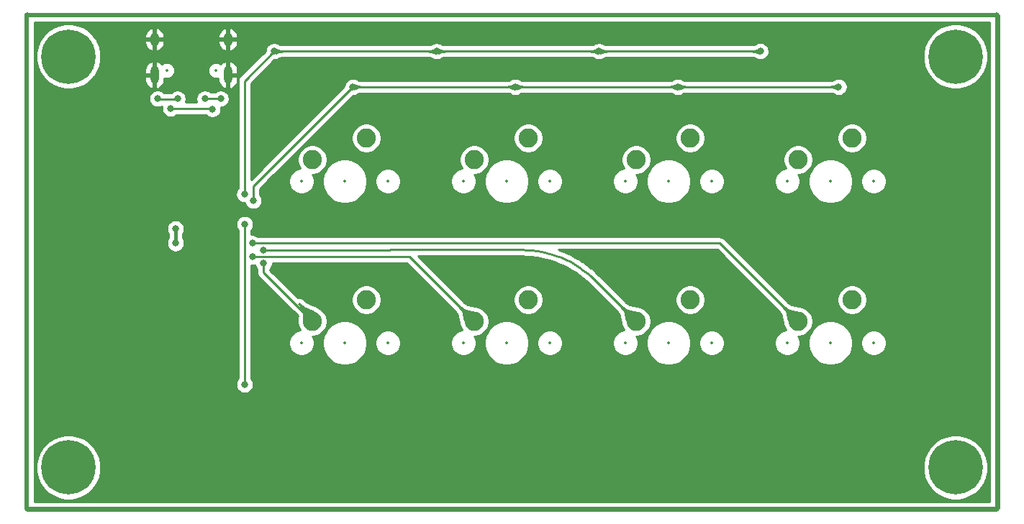
<source format=gbr>
%TF.GenerationSoftware,KiCad,Pcbnew,(5.1.10-1-10_14)*%
%TF.CreationDate,2021-08-27T11:15:07+08:00*%
%TF.ProjectId,SMP v.2,534d5020-762e-4322-9e6b-696361645f70,rev?*%
%TF.SameCoordinates,Original*%
%TF.FileFunction,Copper,L2,Bot*%
%TF.FilePolarity,Positive*%
%FSLAX46Y46*%
G04 Gerber Fmt 4.6, Leading zero omitted, Abs format (unit mm)*
G04 Created by KiCad (PCBNEW (5.1.10-1-10_14)) date 2021-08-27 11:15:07*
%MOMM*%
%LPD*%
G01*
G04 APERTURE LIST*
%TA.AperFunction,Profile*%
%ADD10C,0.050000*%
%TD*%
%TA.AperFunction,NonConductor*%
%ADD11C,0.500000*%
%TD*%
%TA.AperFunction,ComponentPad*%
%ADD12O,1.000000X2.100000*%
%TD*%
%TA.AperFunction,ComponentPad*%
%ADD13O,1.000000X1.600000*%
%TD*%
%TA.AperFunction,ComponentPad*%
%ADD14C,2.250000*%
%TD*%
%TA.AperFunction,ComponentPad*%
%ADD15C,6.400000*%
%TD*%
%TA.AperFunction,ViaPad*%
%ADD16C,0.800000*%
%TD*%
%TA.AperFunction,Conductor*%
%ADD17C,0.254000*%
%TD*%
%TA.AperFunction,Conductor*%
%ADD18C,0.381000*%
%TD*%
%TA.AperFunction,Conductor*%
%ADD19C,0.100000*%
%TD*%
%TA.AperFunction,Conductor*%
%ADD20C,0.025400*%
%TD*%
%ADD21C,0.350000*%
%ADD22O,0.600000X1.700000*%
%ADD23O,0.600000X1.200000*%
G04 APERTURE END LIST*
D10*
X156052520Y-83629500D02*
G75*
G02*
X155727400Y-83954620I-325120J0D01*
G01*
X155727400Y-25214580D02*
G75*
G02*
X156052520Y-25539700I0J-325120D01*
G01*
X41366440Y-25539700D02*
G75*
G02*
X41691560Y-25214580I325120J0D01*
G01*
X41689020Y-83957160D02*
G75*
G02*
X41363900Y-83632040I0J325120D01*
G01*
D11*
X155778200Y-25488900D02*
X155778200Y-83677760D01*
X41640760Y-83677760D02*
X155778200Y-83677760D01*
X41641840Y-25488900D02*
X155778200Y-25488900D01*
X41641840Y-25488900D02*
X41640760Y-83677760D01*
D10*
X41366440Y-25539700D02*
X41363900Y-83632040D01*
X155727400Y-25214580D02*
X41691560Y-25214580D01*
X156052520Y-83629500D02*
X156052520Y-25539700D01*
X41689020Y-83957160D02*
X155727400Y-83954620D01*
D12*
%TO.P,USB1,13*%
%TO.N,GND*%
X65294180Y-32547560D03*
X56654180Y-32547560D03*
D13*
X65294180Y-28367560D03*
X56654180Y-28367560D03*
%TD*%
D14*
%TO.P,MX8,1*%
%TO.N,COL3*%
X132375900Y-61596300D03*
%TO.P,MX8,2*%
%TO.N,Net-(D4-Pad2)*%
X138725900Y-59056300D03*
%TD*%
D15*
%TO.P,H4,1*%
%TO.N,Net-(H4-Pad1)*%
X46528800Y-78790800D03*
%TD*%
%TO.P,H3,1*%
%TO.N,Net-(H3-Pad1)*%
X46528800Y-30378400D03*
%TD*%
%TO.P,H2,1*%
%TO.N,Net-(H2-Pad1)*%
X150901400Y-78790800D03*
%TD*%
%TO.P,H1,1*%
%TO.N,Net-(H1-Pad1)*%
X150901400Y-30378400D03*
%TD*%
D14*
%TO.P,MX7,1*%
%TO.N,COL2*%
X113325900Y-61596300D03*
%TO.P,MX7,2*%
%TO.N,Net-(D8-Pad2)*%
X119675900Y-59056300D03*
%TD*%
%TO.P,MX6,1*%
%TO.N,COL1*%
X94275900Y-61596300D03*
%TO.P,MX6,2*%
%TO.N,Net-(D7-Pad2)*%
X100625900Y-59056300D03*
%TD*%
%TO.P,MX5,1*%
%TO.N,COL0*%
X75225900Y-61596300D03*
%TO.P,MX5,2*%
%TO.N,Net-(D3-Pad2)*%
X81575900Y-59056300D03*
%TD*%
%TO.P,MX4,1*%
%TO.N,COL3*%
X132375900Y-42546300D03*
%TO.P,MX4,2*%
%TO.N,Net-(D2-Pad2)*%
X138725900Y-40006300D03*
%TD*%
%TO.P,MX3,1*%
%TO.N,COL2*%
X113325900Y-42546300D03*
%TO.P,MX3,2*%
%TO.N,Net-(D6-Pad2)*%
X119675900Y-40006300D03*
%TD*%
%TO.P,MX2,1*%
%TO.N,COL1*%
X94275900Y-42546300D03*
%TO.P,MX2,2*%
%TO.N,Net-(D5-Pad2)*%
X100625900Y-40006300D03*
%TD*%
%TO.P,MX1,1*%
%TO.N,COL0*%
X75225900Y-42546300D03*
%TO.P,MX1,2*%
%TO.N,Net-(D1-Pad2)*%
X81575900Y-40006300D03*
%TD*%
D16*
%TO.N,ROW0*%
X137137140Y-33964880D03*
X79984600Y-33964880D03*
X99087940Y-33964880D03*
X118216680Y-33964880D03*
X68267580Y-47358300D03*
%TO.N,ROW1*%
X108920280Y-29763720D03*
X127934720Y-29761180D03*
X89849960Y-29763720D03*
X70723760Y-29763720D03*
X67216020Y-46605890D03*
%TO.N,COL0*%
X69481700Y-54757320D03*
%TO.N,COL1*%
X68173602Y-53939440D03*
%TO.N,COL2*%
X69481700Y-53162200D03*
%TO.N,COL3*%
X68158360Y-52379880D03*
%TO.N,GND*%
X61889640Y-46766480D03*
%TO.N,+5V*%
X59115960Y-50667920D03*
X59115960Y-52372260D03*
%TO.N,Net-(R1-Pad2)*%
X67267929Y-50143061D03*
X67249040Y-69024500D03*
%TO.N,VCC*%
X58549580Y-36503110D03*
X63449580Y-36575590D03*
%TO.N,Net-(R4-Pad2)*%
X62575440Y-35351720D03*
X64437260Y-35351720D03*
%TO.N,Net-(R8-Pad2)*%
X59354720Y-35351720D03*
X57015380Y-35351720D03*
%TD*%
D17*
%TO.N,ROW0*%
X99087940Y-33964880D02*
X79984600Y-33964880D01*
X118216680Y-33964880D02*
X99087940Y-33964880D01*
X137137140Y-33964880D02*
X118216680Y-33964880D01*
X68267580Y-45681900D02*
X68267580Y-47358300D01*
X79984600Y-33964880D02*
X68267580Y-45681900D01*
%TO.N,ROW1*%
X108920280Y-29763720D02*
X127932180Y-29763720D01*
X127932180Y-29763720D02*
X127934720Y-29761180D01*
X89849960Y-29763720D02*
X108920280Y-29763720D01*
X89849960Y-29763720D02*
X70723760Y-29763720D01*
X67216020Y-46142375D02*
X67216020Y-46605890D01*
X67216020Y-33271460D02*
X67216020Y-46605890D01*
X70723760Y-29763720D02*
X67216020Y-33271460D01*
%TO.N,COL0*%
X75225900Y-61596300D02*
X69481700Y-55852100D01*
X69481700Y-55852100D02*
X69481700Y-54757320D01*
%TO.N,COL1*%
X94275900Y-61596300D02*
X86619040Y-53939440D01*
X86619040Y-53939440D02*
X68173602Y-53939440D01*
%TO.N,COL2*%
X108417173Y-56687573D02*
X113325900Y-61596300D01*
X108417173Y-56687573D02*
X107988072Y-56279035D01*
X107988072Y-56279035D02*
X107539443Y-55892045D01*
X107539443Y-55892045D02*
X107072365Y-55527534D01*
X107072365Y-55527534D02*
X106587965Y-55186380D01*
X106587965Y-55186380D02*
X106087408Y-54869406D01*
X106087408Y-54869406D02*
X105571901Y-54577375D01*
X105571901Y-54577375D02*
X105042685Y-54310991D01*
X105042685Y-54310991D02*
X104501037Y-54070894D01*
X104501037Y-54070894D02*
X103948259Y-53857664D01*
X103948259Y-53857664D02*
X103385685Y-53671815D01*
X103385685Y-53671815D02*
X102814669Y-53513794D01*
X102814669Y-53513794D02*
X102236588Y-53383981D01*
X102236588Y-53383981D02*
X101652833Y-53282690D01*
X101652833Y-53282690D02*
X101064811Y-53210164D01*
X101064811Y-53210164D02*
X100473939Y-53166579D01*
X100473939Y-53166579D02*
X99881640Y-53152040D01*
X84373720Y-53162200D02*
X69481700Y-53162200D01*
X84383880Y-53152040D02*
X84373720Y-53162200D01*
X99881640Y-53152040D02*
X84383880Y-53152040D01*
%TO.N,COL3*%
X132375900Y-61596300D02*
X123159480Y-52379880D01*
X123159480Y-52379880D02*
X68158360Y-52379880D01*
D18*
%TO.N,+5V*%
X59115960Y-50667920D02*
X59115960Y-52372260D01*
D17*
%TO.N,Net-(R1-Pad2)*%
X67024599Y-50143061D02*
X67267929Y-50143061D01*
X67271900Y-69001640D02*
X67249040Y-69024500D01*
X67267929Y-50143061D02*
X67271900Y-50147032D01*
X67271900Y-50147032D02*
X67271900Y-69001640D01*
%TO.N,VCC*%
X58508903Y-36593777D02*
X58527090Y-36575590D01*
X58549580Y-36503110D02*
X63377100Y-36503110D01*
X63377100Y-36503110D02*
X63449580Y-36575590D01*
%TO.N,Net-(R4-Pad2)*%
X62575440Y-35351720D02*
X64437260Y-35351720D01*
%TO.N,Net-(R8-Pad2)*%
X57028080Y-35405060D02*
X57015380Y-35417760D01*
X59354720Y-35405060D02*
X57028080Y-35405060D01*
%TD*%
%TO.N,GND*%
X154893201Y-82792760D02*
X42525776Y-82792760D01*
X42525857Y-78413085D01*
X42693800Y-78413085D01*
X42693800Y-79168515D01*
X42841177Y-79909428D01*
X43130267Y-80607354D01*
X43549961Y-81235470D01*
X44084130Y-81769639D01*
X44712246Y-82189333D01*
X45410172Y-82478423D01*
X46151085Y-82625800D01*
X46906515Y-82625800D01*
X47647428Y-82478423D01*
X48345354Y-82189333D01*
X48973470Y-81769639D01*
X49507639Y-81235470D01*
X49927333Y-80607354D01*
X50216423Y-79909428D01*
X50363800Y-79168515D01*
X50363800Y-78413085D01*
X147066400Y-78413085D01*
X147066400Y-79168515D01*
X147213777Y-79909428D01*
X147502867Y-80607354D01*
X147922561Y-81235470D01*
X148456730Y-81769639D01*
X149084846Y-82189333D01*
X149782772Y-82478423D01*
X150523685Y-82625800D01*
X151279115Y-82625800D01*
X152020028Y-82478423D01*
X152717954Y-82189333D01*
X153346070Y-81769639D01*
X153880239Y-81235470D01*
X154299933Y-80607354D01*
X154589023Y-79909428D01*
X154736400Y-79168515D01*
X154736400Y-78413085D01*
X154589023Y-77672172D01*
X154299933Y-76974246D01*
X153880239Y-76346130D01*
X153346070Y-75811961D01*
X152717954Y-75392267D01*
X152020028Y-75103177D01*
X151279115Y-74955800D01*
X150523685Y-74955800D01*
X149782772Y-75103177D01*
X149084846Y-75392267D01*
X148456730Y-75811961D01*
X147922561Y-76346130D01*
X147502867Y-76974246D01*
X147213777Y-77672172D01*
X147066400Y-78413085D01*
X50363800Y-78413085D01*
X50216423Y-77672172D01*
X49927333Y-76974246D01*
X49507639Y-76346130D01*
X48973470Y-75811961D01*
X48345354Y-75392267D01*
X47647428Y-75103177D01*
X46906515Y-74955800D01*
X46151085Y-74955800D01*
X45410172Y-75103177D01*
X44712246Y-75392267D01*
X44084130Y-75811961D01*
X43549961Y-76346130D01*
X43130267Y-76974246D01*
X42841177Y-77672172D01*
X42693800Y-78413085D01*
X42525857Y-78413085D01*
X42526032Y-68922561D01*
X66214040Y-68922561D01*
X66214040Y-69126439D01*
X66253814Y-69326398D01*
X66331835Y-69514756D01*
X66445103Y-69684274D01*
X66589266Y-69828437D01*
X66758784Y-69941705D01*
X66947142Y-70019726D01*
X67147101Y-70059500D01*
X67350979Y-70059500D01*
X67550938Y-70019726D01*
X67739296Y-69941705D01*
X67908814Y-69828437D01*
X68052977Y-69684274D01*
X68166245Y-69514756D01*
X68244266Y-69326398D01*
X68284040Y-69126439D01*
X68284040Y-68922561D01*
X68244266Y-68722602D01*
X68166245Y-68534244D01*
X68052977Y-68364726D01*
X68033900Y-68345649D01*
X68033900Y-54966929D01*
X68071663Y-54974440D01*
X68275541Y-54974440D01*
X68462225Y-54937307D01*
X68486474Y-55059218D01*
X68564495Y-55247576D01*
X68677763Y-55417094D01*
X68719700Y-55459031D01*
X68719700Y-55814676D01*
X68716014Y-55852100D01*
X68719700Y-55889523D01*
X68719700Y-55889525D01*
X68730726Y-56001477D01*
X68774298Y-56145114D01*
X68783059Y-56161504D01*
X68845055Y-56277492D01*
X68861742Y-56297825D01*
X68940278Y-56393522D01*
X68969354Y-56417384D01*
X73481016Y-60929046D01*
X73477244Y-61080452D01*
X73469643Y-61314037D01*
X73469359Y-61326557D01*
X73468277Y-61411003D01*
X73465900Y-61422955D01*
X73465900Y-61769645D01*
X73533536Y-62109673D01*
X73666208Y-62429973D01*
X73798538Y-62628019D01*
X73515449Y-62684329D01*
X73240647Y-62798156D01*
X72993331Y-62963407D01*
X72783007Y-63173731D01*
X72617756Y-63421047D01*
X72503929Y-63695849D01*
X72445900Y-63987578D01*
X72445900Y-64285022D01*
X72503929Y-64576751D01*
X72617756Y-64851553D01*
X72783007Y-65098869D01*
X72993331Y-65309193D01*
X73240647Y-65474444D01*
X73515449Y-65588271D01*
X73807178Y-65646300D01*
X74104622Y-65646300D01*
X74396351Y-65588271D01*
X74671153Y-65474444D01*
X74918469Y-65309193D01*
X75128793Y-65098869D01*
X75294044Y-64851553D01*
X75407871Y-64576751D01*
X75465900Y-64285022D01*
X75465900Y-63987578D01*
X75443980Y-63877376D01*
X76407000Y-63877376D01*
X76407000Y-64395224D01*
X76508027Y-64903122D01*
X76706199Y-65381551D01*
X76993900Y-65812126D01*
X77360074Y-66178300D01*
X77790649Y-66466001D01*
X78269078Y-66664173D01*
X78776976Y-66765200D01*
X79294824Y-66765200D01*
X79802722Y-66664173D01*
X80281151Y-66466001D01*
X80711726Y-66178300D01*
X81077900Y-65812126D01*
X81365601Y-65381551D01*
X81563773Y-64903122D01*
X81664800Y-64395224D01*
X81664800Y-63987578D01*
X82605900Y-63987578D01*
X82605900Y-64285022D01*
X82663929Y-64576751D01*
X82777756Y-64851553D01*
X82943007Y-65098869D01*
X83153331Y-65309193D01*
X83400647Y-65474444D01*
X83675449Y-65588271D01*
X83967178Y-65646300D01*
X84264622Y-65646300D01*
X84556351Y-65588271D01*
X84831153Y-65474444D01*
X85078469Y-65309193D01*
X85288793Y-65098869D01*
X85454044Y-64851553D01*
X85567871Y-64576751D01*
X85625900Y-64285022D01*
X85625900Y-63987578D01*
X85567871Y-63695849D01*
X85454044Y-63421047D01*
X85288793Y-63173731D01*
X85078469Y-62963407D01*
X84831153Y-62798156D01*
X84556351Y-62684329D01*
X84264622Y-62626300D01*
X83967178Y-62626300D01*
X83675449Y-62684329D01*
X83400647Y-62798156D01*
X83153331Y-62963407D01*
X82943007Y-63173731D01*
X82777756Y-63421047D01*
X82663929Y-63695849D01*
X82605900Y-63987578D01*
X81664800Y-63987578D01*
X81664800Y-63877376D01*
X81563773Y-63369478D01*
X81365601Y-62891049D01*
X81077900Y-62460474D01*
X80711726Y-62094300D01*
X80281151Y-61806599D01*
X79802722Y-61608427D01*
X79294824Y-61507400D01*
X78776976Y-61507400D01*
X78269078Y-61608427D01*
X77790649Y-61806599D01*
X77360074Y-62094300D01*
X76993900Y-62460474D01*
X76706199Y-62891049D01*
X76508027Y-63369478D01*
X76407000Y-63877376D01*
X75443980Y-63877376D01*
X75407871Y-63695849D01*
X75294044Y-63421047D01*
X75250782Y-63356300D01*
X75399245Y-63356300D01*
X75739273Y-63288664D01*
X76059573Y-63155992D01*
X76347835Y-62963381D01*
X76592981Y-62718235D01*
X76785592Y-62429973D01*
X76918264Y-62109673D01*
X76985900Y-61769645D01*
X76985900Y-61422955D01*
X76918264Y-61082927D01*
X76785592Y-60762627D01*
X76592981Y-60474365D01*
X76347835Y-60229219D01*
X76205997Y-60134446D01*
X76034942Y-60011332D01*
X75988187Y-59980711D01*
X75755872Y-59842777D01*
X75710022Y-59818040D01*
X75495672Y-59713508D01*
X75461444Y-59698052D01*
X75258953Y-59613730D01*
X75247075Y-59608923D01*
X75058102Y-59534668D01*
X74888331Y-59462759D01*
X74729895Y-59382704D01*
X74564767Y-59279241D01*
X74376970Y-59134332D01*
X74138245Y-58913494D01*
X74099521Y-58882955D01*
X79815900Y-58882955D01*
X79815900Y-59229645D01*
X79883536Y-59569673D01*
X80016208Y-59889973D01*
X80208819Y-60178235D01*
X80453965Y-60423381D01*
X80742227Y-60615992D01*
X81062527Y-60748664D01*
X81402555Y-60816300D01*
X81749245Y-60816300D01*
X82089273Y-60748664D01*
X82409573Y-60615992D01*
X82697835Y-60423381D01*
X82942981Y-60178235D01*
X83135592Y-59889973D01*
X83268264Y-59569673D01*
X83335900Y-59229645D01*
X83335900Y-58882955D01*
X83268264Y-58542927D01*
X83135592Y-58222627D01*
X82942981Y-57934365D01*
X82697835Y-57689219D01*
X82409573Y-57496608D01*
X82089273Y-57363936D01*
X81749245Y-57296300D01*
X81402555Y-57296300D01*
X81062527Y-57363936D01*
X80742227Y-57496608D01*
X80453965Y-57689219D01*
X80208819Y-57934365D01*
X80016208Y-58222627D01*
X79883536Y-58542927D01*
X79815900Y-58882955D01*
X74099521Y-58882955D01*
X74059823Y-58851648D01*
X73950040Y-58792967D01*
X73830918Y-58756832D01*
X73707036Y-58744631D01*
X73583154Y-58756832D01*
X73491780Y-58784550D01*
X70243700Y-55536470D01*
X70243700Y-55459031D01*
X70285637Y-55417094D01*
X70398905Y-55247576D01*
X70476926Y-55059218D01*
X70516700Y-54859259D01*
X70516700Y-54701440D01*
X86303410Y-54701440D01*
X91822873Y-60220904D01*
X92015418Y-60428722D01*
X92141003Y-60592518D01*
X92222674Y-60728438D01*
X92277583Y-60851774D01*
X92319442Y-60983383D01*
X92356557Y-61142126D01*
X92395029Y-61336502D01*
X92396035Y-61341482D01*
X92442103Y-61564840D01*
X92447729Y-61589602D01*
X92509432Y-61838090D01*
X92519531Y-61874175D01*
X92566884Y-62025957D01*
X92583536Y-62109673D01*
X92716208Y-62429973D01*
X92848538Y-62628019D01*
X92565449Y-62684329D01*
X92290647Y-62798156D01*
X92043331Y-62963407D01*
X91833007Y-63173731D01*
X91667756Y-63421047D01*
X91553929Y-63695849D01*
X91495900Y-63987578D01*
X91495900Y-64285022D01*
X91553929Y-64576751D01*
X91667756Y-64851553D01*
X91833007Y-65098869D01*
X92043331Y-65309193D01*
X92290647Y-65474444D01*
X92565449Y-65588271D01*
X92857178Y-65646300D01*
X93154622Y-65646300D01*
X93446351Y-65588271D01*
X93721153Y-65474444D01*
X93968469Y-65309193D01*
X94178793Y-65098869D01*
X94344044Y-64851553D01*
X94457871Y-64576751D01*
X94515900Y-64285022D01*
X94515900Y-63987578D01*
X94493980Y-63877376D01*
X95457000Y-63877376D01*
X95457000Y-64395224D01*
X95558027Y-64903122D01*
X95756199Y-65381551D01*
X96043900Y-65812126D01*
X96410074Y-66178300D01*
X96840649Y-66466001D01*
X97319078Y-66664173D01*
X97826976Y-66765200D01*
X98344824Y-66765200D01*
X98852722Y-66664173D01*
X99331151Y-66466001D01*
X99761726Y-66178300D01*
X100127900Y-65812126D01*
X100415601Y-65381551D01*
X100613773Y-64903122D01*
X100714800Y-64395224D01*
X100714800Y-63987578D01*
X101655900Y-63987578D01*
X101655900Y-64285022D01*
X101713929Y-64576751D01*
X101827756Y-64851553D01*
X101993007Y-65098869D01*
X102203331Y-65309193D01*
X102450647Y-65474444D01*
X102725449Y-65588271D01*
X103017178Y-65646300D01*
X103314622Y-65646300D01*
X103606351Y-65588271D01*
X103881153Y-65474444D01*
X104128469Y-65309193D01*
X104338793Y-65098869D01*
X104504044Y-64851553D01*
X104617871Y-64576751D01*
X104675900Y-64285022D01*
X104675900Y-63987578D01*
X104617871Y-63695849D01*
X104504044Y-63421047D01*
X104338793Y-63173731D01*
X104128469Y-62963407D01*
X103881153Y-62798156D01*
X103606351Y-62684329D01*
X103314622Y-62626300D01*
X103017178Y-62626300D01*
X102725449Y-62684329D01*
X102450647Y-62798156D01*
X102203331Y-62963407D01*
X101993007Y-63173731D01*
X101827756Y-63421047D01*
X101713929Y-63695849D01*
X101655900Y-63987578D01*
X100714800Y-63987578D01*
X100714800Y-63877376D01*
X100613773Y-63369478D01*
X100415601Y-62891049D01*
X100127900Y-62460474D01*
X99761726Y-62094300D01*
X99331151Y-61806599D01*
X98852722Y-61608427D01*
X98344824Y-61507400D01*
X97826976Y-61507400D01*
X97319078Y-61608427D01*
X96840649Y-61806599D01*
X96410074Y-62094300D01*
X96043900Y-62460474D01*
X95756199Y-62891049D01*
X95558027Y-63369478D01*
X95457000Y-63877376D01*
X94493980Y-63877376D01*
X94457871Y-63695849D01*
X94344044Y-63421047D01*
X94300782Y-63356300D01*
X94449245Y-63356300D01*
X94789273Y-63288664D01*
X95109573Y-63155992D01*
X95397835Y-62963381D01*
X95642981Y-62718235D01*
X95835592Y-62429973D01*
X95968264Y-62109673D01*
X96035900Y-61769645D01*
X96035900Y-61422955D01*
X95968264Y-61082927D01*
X95835592Y-60762627D01*
X95642981Y-60474365D01*
X95397835Y-60229219D01*
X95109573Y-60036608D01*
X94789273Y-59903936D01*
X94705557Y-59887284D01*
X94553775Y-59839931D01*
X94517690Y-59829832D01*
X94269202Y-59768129D01*
X94244440Y-59762503D01*
X94021082Y-59716435D01*
X94016102Y-59715429D01*
X93821726Y-59676957D01*
X93662983Y-59639842D01*
X93531374Y-59597983D01*
X93408038Y-59543074D01*
X93272118Y-59461403D01*
X93108322Y-59335818D01*
X92900504Y-59143273D01*
X92640186Y-58882955D01*
X98865900Y-58882955D01*
X98865900Y-59229645D01*
X98933536Y-59569673D01*
X99066208Y-59889973D01*
X99258819Y-60178235D01*
X99503965Y-60423381D01*
X99792227Y-60615992D01*
X100112527Y-60748664D01*
X100452555Y-60816300D01*
X100799245Y-60816300D01*
X101139273Y-60748664D01*
X101459573Y-60615992D01*
X101747835Y-60423381D01*
X101992981Y-60178235D01*
X102185592Y-59889973D01*
X102318264Y-59569673D01*
X102385900Y-59229645D01*
X102385900Y-58882955D01*
X102318264Y-58542927D01*
X102185592Y-58222627D01*
X101992981Y-57934365D01*
X101747835Y-57689219D01*
X101459573Y-57496608D01*
X101139273Y-57363936D01*
X100799245Y-57296300D01*
X100452555Y-57296300D01*
X100112527Y-57363936D01*
X99792227Y-57496608D01*
X99503965Y-57689219D01*
X99258819Y-57934365D01*
X99066208Y-58222627D01*
X98933536Y-58542927D01*
X98865900Y-58882955D01*
X92640186Y-58882955D01*
X87671270Y-53914040D01*
X99872297Y-53914040D01*
X100436526Y-53927889D01*
X100990111Y-53968724D01*
X101540982Y-54036668D01*
X102087901Y-54131567D01*
X102629461Y-54253179D01*
X103164430Y-54401225D01*
X103691472Y-54575337D01*
X104209350Y-54775104D01*
X104716786Y-55000036D01*
X105212585Y-55249599D01*
X105695555Y-55523198D01*
X106164506Y-55820159D01*
X106618326Y-56139777D01*
X107055900Y-56481264D01*
X107476189Y-56843808D01*
X107884961Y-57232991D01*
X110872871Y-60220902D01*
X111065418Y-60428722D01*
X111191003Y-60592518D01*
X111272674Y-60728438D01*
X111327583Y-60851774D01*
X111369442Y-60983383D01*
X111406557Y-61142126D01*
X111445029Y-61336502D01*
X111446035Y-61341482D01*
X111492103Y-61564840D01*
X111497729Y-61589602D01*
X111559432Y-61838090D01*
X111569531Y-61874175D01*
X111616884Y-62025957D01*
X111633536Y-62109673D01*
X111766208Y-62429973D01*
X111898538Y-62628019D01*
X111615449Y-62684329D01*
X111340647Y-62798156D01*
X111093331Y-62963407D01*
X110883007Y-63173731D01*
X110717756Y-63421047D01*
X110603929Y-63695849D01*
X110545900Y-63987578D01*
X110545900Y-64285022D01*
X110603929Y-64576751D01*
X110717756Y-64851553D01*
X110883007Y-65098869D01*
X111093331Y-65309193D01*
X111340647Y-65474444D01*
X111615449Y-65588271D01*
X111907178Y-65646300D01*
X112204622Y-65646300D01*
X112496351Y-65588271D01*
X112771153Y-65474444D01*
X113018469Y-65309193D01*
X113228793Y-65098869D01*
X113394044Y-64851553D01*
X113507871Y-64576751D01*
X113565900Y-64285022D01*
X113565900Y-63987578D01*
X113543980Y-63877376D01*
X114507000Y-63877376D01*
X114507000Y-64395224D01*
X114608027Y-64903122D01*
X114806199Y-65381551D01*
X115093900Y-65812126D01*
X115460074Y-66178300D01*
X115890649Y-66466001D01*
X116369078Y-66664173D01*
X116876976Y-66765200D01*
X117394824Y-66765200D01*
X117902722Y-66664173D01*
X118381151Y-66466001D01*
X118811726Y-66178300D01*
X119177900Y-65812126D01*
X119465601Y-65381551D01*
X119663773Y-64903122D01*
X119764800Y-64395224D01*
X119764800Y-63987578D01*
X120705900Y-63987578D01*
X120705900Y-64285022D01*
X120763929Y-64576751D01*
X120877756Y-64851553D01*
X121043007Y-65098869D01*
X121253331Y-65309193D01*
X121500647Y-65474444D01*
X121775449Y-65588271D01*
X122067178Y-65646300D01*
X122364622Y-65646300D01*
X122656351Y-65588271D01*
X122931153Y-65474444D01*
X123178469Y-65309193D01*
X123388793Y-65098869D01*
X123554044Y-64851553D01*
X123667871Y-64576751D01*
X123725900Y-64285022D01*
X123725900Y-63987578D01*
X123667871Y-63695849D01*
X123554044Y-63421047D01*
X123388793Y-63173731D01*
X123178469Y-62963407D01*
X122931153Y-62798156D01*
X122656351Y-62684329D01*
X122364622Y-62626300D01*
X122067178Y-62626300D01*
X121775449Y-62684329D01*
X121500647Y-62798156D01*
X121253331Y-62963407D01*
X121043007Y-63173731D01*
X120877756Y-63421047D01*
X120763929Y-63695849D01*
X120705900Y-63987578D01*
X119764800Y-63987578D01*
X119764800Y-63877376D01*
X119663773Y-63369478D01*
X119465601Y-62891049D01*
X119177900Y-62460474D01*
X118811726Y-62094300D01*
X118381151Y-61806599D01*
X117902722Y-61608427D01*
X117394824Y-61507400D01*
X116876976Y-61507400D01*
X116369078Y-61608427D01*
X115890649Y-61806599D01*
X115460074Y-62094300D01*
X115093900Y-62460474D01*
X114806199Y-62891049D01*
X114608027Y-63369478D01*
X114507000Y-63877376D01*
X113543980Y-63877376D01*
X113507871Y-63695849D01*
X113394044Y-63421047D01*
X113350782Y-63356300D01*
X113499245Y-63356300D01*
X113839273Y-63288664D01*
X114159573Y-63155992D01*
X114447835Y-62963381D01*
X114692981Y-62718235D01*
X114885592Y-62429973D01*
X115018264Y-62109673D01*
X115085900Y-61769645D01*
X115085900Y-61422955D01*
X115018264Y-61082927D01*
X114885592Y-60762627D01*
X114692981Y-60474365D01*
X114447835Y-60229219D01*
X114159573Y-60036608D01*
X113839273Y-59903936D01*
X113755557Y-59887284D01*
X113603775Y-59839931D01*
X113567690Y-59829832D01*
X113319202Y-59768129D01*
X113294440Y-59762503D01*
X113071082Y-59716435D01*
X113066102Y-59715429D01*
X112871726Y-59676957D01*
X112712983Y-59639842D01*
X112581374Y-59597983D01*
X112458038Y-59543074D01*
X112322118Y-59461403D01*
X112158322Y-59335818D01*
X111950502Y-59143271D01*
X111690186Y-58882955D01*
X117915900Y-58882955D01*
X117915900Y-59229645D01*
X117983536Y-59569673D01*
X118116208Y-59889973D01*
X118308819Y-60178235D01*
X118553965Y-60423381D01*
X118842227Y-60615992D01*
X119162527Y-60748664D01*
X119502555Y-60816300D01*
X119849245Y-60816300D01*
X120189273Y-60748664D01*
X120509573Y-60615992D01*
X120797835Y-60423381D01*
X121042981Y-60178235D01*
X121235592Y-59889973D01*
X121368264Y-59569673D01*
X121435900Y-59229645D01*
X121435900Y-58882955D01*
X121368264Y-58542927D01*
X121235592Y-58222627D01*
X121042981Y-57934365D01*
X120797835Y-57689219D01*
X120509573Y-57496608D01*
X120189273Y-57363936D01*
X119849245Y-57296300D01*
X119502555Y-57296300D01*
X119162527Y-57363936D01*
X118842227Y-57496608D01*
X118553965Y-57689219D01*
X118308819Y-57934365D01*
X118116208Y-58222627D01*
X117983536Y-58542927D01*
X117915900Y-58882955D01*
X111690186Y-58882955D01*
X108975823Y-56168593D01*
X108969708Y-56161504D01*
X108949382Y-56142152D01*
X108929524Y-56122294D01*
X108922282Y-56116350D01*
X108527025Y-55740034D01*
X108514128Y-55726488D01*
X108499966Y-55714272D01*
X108486396Y-55701352D01*
X108471626Y-55689825D01*
X108051311Y-55327259D01*
X108037753Y-55314351D01*
X108022997Y-55302835D01*
X108008821Y-55290607D01*
X107993514Y-55279826D01*
X107555906Y-54938314D01*
X107541730Y-54926086D01*
X107526424Y-54915306D01*
X107511666Y-54903789D01*
X107495850Y-54893774D01*
X107042009Y-54574141D01*
X107027252Y-54562625D01*
X107011440Y-54552612D01*
X106996132Y-54541831D01*
X106979840Y-54532602D01*
X106510862Y-54235625D01*
X106495559Y-54224847D01*
X106479274Y-54215622D01*
X106463456Y-54205605D01*
X106446730Y-54197186D01*
X105963750Y-53923581D01*
X105947933Y-53913565D01*
X105931211Y-53905148D01*
X105914925Y-53895922D01*
X105897813Y-53888337D01*
X105401973Y-53638752D01*
X105385694Y-53629531D01*
X105368592Y-53621950D01*
X105351858Y-53613527D01*
X105334380Y-53606785D01*
X104826930Y-53381847D01*
X104810194Y-53373423D01*
X104792717Y-53366682D01*
X104775616Y-53359101D01*
X104757851Y-53353232D01*
X104239937Y-53153451D01*
X104222820Y-53145864D01*
X104210760Y-53141880D01*
X122843850Y-53141880D01*
X129922874Y-60220904D01*
X130115418Y-60428722D01*
X130241003Y-60592518D01*
X130322674Y-60728438D01*
X130377583Y-60851774D01*
X130419442Y-60983383D01*
X130456557Y-61142126D01*
X130495029Y-61336502D01*
X130496035Y-61341482D01*
X130542103Y-61564840D01*
X130547729Y-61589602D01*
X130609432Y-61838090D01*
X130619531Y-61874175D01*
X130666884Y-62025957D01*
X130683536Y-62109673D01*
X130816208Y-62429973D01*
X130948538Y-62628019D01*
X130665449Y-62684329D01*
X130390647Y-62798156D01*
X130143331Y-62963407D01*
X129933007Y-63173731D01*
X129767756Y-63421047D01*
X129653929Y-63695849D01*
X129595900Y-63987578D01*
X129595900Y-64285022D01*
X129653929Y-64576751D01*
X129767756Y-64851553D01*
X129933007Y-65098869D01*
X130143331Y-65309193D01*
X130390647Y-65474444D01*
X130665449Y-65588271D01*
X130957178Y-65646300D01*
X131254622Y-65646300D01*
X131546351Y-65588271D01*
X131821153Y-65474444D01*
X132068469Y-65309193D01*
X132278793Y-65098869D01*
X132444044Y-64851553D01*
X132557871Y-64576751D01*
X132615900Y-64285022D01*
X132615900Y-63987578D01*
X132593980Y-63877376D01*
X133557000Y-63877376D01*
X133557000Y-64395224D01*
X133658027Y-64903122D01*
X133856199Y-65381551D01*
X134143900Y-65812126D01*
X134510074Y-66178300D01*
X134940649Y-66466001D01*
X135419078Y-66664173D01*
X135926976Y-66765200D01*
X136444824Y-66765200D01*
X136952722Y-66664173D01*
X137431151Y-66466001D01*
X137861726Y-66178300D01*
X138227900Y-65812126D01*
X138515601Y-65381551D01*
X138713773Y-64903122D01*
X138814800Y-64395224D01*
X138814800Y-63987578D01*
X139755900Y-63987578D01*
X139755900Y-64285022D01*
X139813929Y-64576751D01*
X139927756Y-64851553D01*
X140093007Y-65098869D01*
X140303331Y-65309193D01*
X140550647Y-65474444D01*
X140825449Y-65588271D01*
X141117178Y-65646300D01*
X141414622Y-65646300D01*
X141706351Y-65588271D01*
X141981153Y-65474444D01*
X142228469Y-65309193D01*
X142438793Y-65098869D01*
X142604044Y-64851553D01*
X142717871Y-64576751D01*
X142775900Y-64285022D01*
X142775900Y-63987578D01*
X142717871Y-63695849D01*
X142604044Y-63421047D01*
X142438793Y-63173731D01*
X142228469Y-62963407D01*
X141981153Y-62798156D01*
X141706351Y-62684329D01*
X141414622Y-62626300D01*
X141117178Y-62626300D01*
X140825449Y-62684329D01*
X140550647Y-62798156D01*
X140303331Y-62963407D01*
X140093007Y-63173731D01*
X139927756Y-63421047D01*
X139813929Y-63695849D01*
X139755900Y-63987578D01*
X138814800Y-63987578D01*
X138814800Y-63877376D01*
X138713773Y-63369478D01*
X138515601Y-62891049D01*
X138227900Y-62460474D01*
X137861726Y-62094300D01*
X137431151Y-61806599D01*
X136952722Y-61608427D01*
X136444824Y-61507400D01*
X135926976Y-61507400D01*
X135419078Y-61608427D01*
X134940649Y-61806599D01*
X134510074Y-62094300D01*
X134143900Y-62460474D01*
X133856199Y-62891049D01*
X133658027Y-63369478D01*
X133557000Y-63877376D01*
X132593980Y-63877376D01*
X132557871Y-63695849D01*
X132444044Y-63421047D01*
X132400782Y-63356300D01*
X132549245Y-63356300D01*
X132889273Y-63288664D01*
X133209573Y-63155992D01*
X133497835Y-62963381D01*
X133742981Y-62718235D01*
X133935592Y-62429973D01*
X134068264Y-62109673D01*
X134135900Y-61769645D01*
X134135900Y-61422955D01*
X134068264Y-61082927D01*
X133935592Y-60762627D01*
X133742981Y-60474365D01*
X133497835Y-60229219D01*
X133209573Y-60036608D01*
X132889273Y-59903936D01*
X132805557Y-59887284D01*
X132653775Y-59839931D01*
X132617690Y-59829832D01*
X132369202Y-59768129D01*
X132344440Y-59762503D01*
X132121082Y-59716435D01*
X132116102Y-59715429D01*
X131921726Y-59676957D01*
X131762983Y-59639842D01*
X131631374Y-59597983D01*
X131508038Y-59543074D01*
X131372118Y-59461403D01*
X131208322Y-59335818D01*
X131000504Y-59143274D01*
X130740185Y-58882955D01*
X136965900Y-58882955D01*
X136965900Y-59229645D01*
X137033536Y-59569673D01*
X137166208Y-59889973D01*
X137358819Y-60178235D01*
X137603965Y-60423381D01*
X137892227Y-60615992D01*
X138212527Y-60748664D01*
X138552555Y-60816300D01*
X138899245Y-60816300D01*
X139239273Y-60748664D01*
X139559573Y-60615992D01*
X139847835Y-60423381D01*
X140092981Y-60178235D01*
X140285592Y-59889973D01*
X140418264Y-59569673D01*
X140485900Y-59229645D01*
X140485900Y-58882955D01*
X140418264Y-58542927D01*
X140285592Y-58222627D01*
X140092981Y-57934365D01*
X139847835Y-57689219D01*
X139559573Y-57496608D01*
X139239273Y-57363936D01*
X138899245Y-57296300D01*
X138552555Y-57296300D01*
X138212527Y-57363936D01*
X137892227Y-57496608D01*
X137603965Y-57689219D01*
X137358819Y-57934365D01*
X137166208Y-58222627D01*
X137033536Y-58542927D01*
X136965900Y-58882955D01*
X130740185Y-58882955D01*
X123724764Y-51867534D01*
X123700902Y-51838458D01*
X123584872Y-51743235D01*
X123452495Y-51672478D01*
X123308858Y-51628906D01*
X123196906Y-51617880D01*
X123196903Y-51617880D01*
X123159480Y-51614194D01*
X123122057Y-51617880D01*
X68860071Y-51617880D01*
X68818134Y-51575943D01*
X68648616Y-51462675D01*
X68460258Y-51384654D01*
X68260299Y-51344880D01*
X68056421Y-51344880D01*
X68033900Y-51349360D01*
X68033900Y-50840801D01*
X68071866Y-50802835D01*
X68185134Y-50633317D01*
X68263155Y-50444959D01*
X68302929Y-50245000D01*
X68302929Y-50041122D01*
X68263155Y-49841163D01*
X68185134Y-49652805D01*
X68071866Y-49483287D01*
X67927703Y-49339124D01*
X67758185Y-49225856D01*
X67569827Y-49147835D01*
X67369868Y-49108061D01*
X67165990Y-49108061D01*
X66966031Y-49147835D01*
X66777673Y-49225856D01*
X66608155Y-49339124D01*
X66463992Y-49483287D01*
X66350724Y-49652805D01*
X66272703Y-49841163D01*
X66232929Y-50041122D01*
X66232929Y-50245000D01*
X66272703Y-50444959D01*
X66350724Y-50633317D01*
X66463992Y-50802835D01*
X66509900Y-50848743D01*
X66509901Y-68299928D01*
X66445103Y-68364726D01*
X66331835Y-68534244D01*
X66253814Y-68722602D01*
X66214040Y-68922561D01*
X42526032Y-68922561D01*
X42526373Y-50565981D01*
X58080960Y-50565981D01*
X58080960Y-50769859D01*
X58120734Y-50969818D01*
X58198755Y-51158176D01*
X58290460Y-51295423D01*
X58290461Y-51744756D01*
X58198755Y-51882004D01*
X58120734Y-52070362D01*
X58080960Y-52270321D01*
X58080960Y-52474199D01*
X58120734Y-52674158D01*
X58198755Y-52862516D01*
X58312023Y-53032034D01*
X58456186Y-53176197D01*
X58625704Y-53289465D01*
X58814062Y-53367486D01*
X59014021Y-53407260D01*
X59217899Y-53407260D01*
X59417858Y-53367486D01*
X59606216Y-53289465D01*
X59775734Y-53176197D01*
X59919897Y-53032034D01*
X60033165Y-52862516D01*
X60111186Y-52674158D01*
X60150960Y-52474199D01*
X60150960Y-52270321D01*
X60111186Y-52070362D01*
X60033165Y-51882004D01*
X59941460Y-51744757D01*
X59941460Y-51295423D01*
X60033165Y-51158176D01*
X60111186Y-50969818D01*
X60150960Y-50769859D01*
X60150960Y-50565981D01*
X60111186Y-50366022D01*
X60033165Y-50177664D01*
X59919897Y-50008146D01*
X59775734Y-49863983D01*
X59606216Y-49750715D01*
X59417858Y-49672694D01*
X59217899Y-49632920D01*
X59014021Y-49632920D01*
X58814062Y-49672694D01*
X58625704Y-49750715D01*
X58456186Y-49863983D01*
X58312023Y-50008146D01*
X58198755Y-50177664D01*
X58120734Y-50366022D01*
X58080960Y-50565981D01*
X42526373Y-50565981D01*
X42526448Y-46503951D01*
X66181020Y-46503951D01*
X66181020Y-46707829D01*
X66220794Y-46907788D01*
X66298815Y-47096146D01*
X66412083Y-47265664D01*
X66556246Y-47409827D01*
X66725764Y-47523095D01*
X66914122Y-47601116D01*
X67114081Y-47640890D01*
X67268513Y-47640890D01*
X67272354Y-47660198D01*
X67350375Y-47848556D01*
X67463643Y-48018074D01*
X67607806Y-48162237D01*
X67777324Y-48275505D01*
X67965682Y-48353526D01*
X68165641Y-48393300D01*
X68369519Y-48393300D01*
X68569478Y-48353526D01*
X68757836Y-48275505D01*
X68927354Y-48162237D01*
X69071517Y-48018074D01*
X69184785Y-47848556D01*
X69262806Y-47660198D01*
X69302580Y-47460239D01*
X69302580Y-47256361D01*
X69262806Y-47056402D01*
X69184785Y-46868044D01*
X69071517Y-46698526D01*
X69029580Y-46656589D01*
X69029580Y-45997530D01*
X70089532Y-44937578D01*
X72445900Y-44937578D01*
X72445900Y-45235022D01*
X72503929Y-45526751D01*
X72617756Y-45801553D01*
X72783007Y-46048869D01*
X72993331Y-46259193D01*
X73240647Y-46424444D01*
X73515449Y-46538271D01*
X73807178Y-46596300D01*
X74104622Y-46596300D01*
X74396351Y-46538271D01*
X74671153Y-46424444D01*
X74918469Y-46259193D01*
X75128793Y-46048869D01*
X75294044Y-45801553D01*
X75407871Y-45526751D01*
X75465900Y-45235022D01*
X75465900Y-44937578D01*
X75443980Y-44827376D01*
X76407000Y-44827376D01*
X76407000Y-45345224D01*
X76508027Y-45853122D01*
X76706199Y-46331551D01*
X76993900Y-46762126D01*
X77360074Y-47128300D01*
X77790649Y-47416001D01*
X78269078Y-47614173D01*
X78776976Y-47715200D01*
X79294824Y-47715200D01*
X79802722Y-47614173D01*
X80281151Y-47416001D01*
X80711726Y-47128300D01*
X81077900Y-46762126D01*
X81365601Y-46331551D01*
X81563773Y-45853122D01*
X81664800Y-45345224D01*
X81664800Y-44937578D01*
X82605900Y-44937578D01*
X82605900Y-45235022D01*
X82663929Y-45526751D01*
X82777756Y-45801553D01*
X82943007Y-46048869D01*
X83153331Y-46259193D01*
X83400647Y-46424444D01*
X83675449Y-46538271D01*
X83967178Y-46596300D01*
X84264622Y-46596300D01*
X84556351Y-46538271D01*
X84831153Y-46424444D01*
X85078469Y-46259193D01*
X85288793Y-46048869D01*
X85454044Y-45801553D01*
X85567871Y-45526751D01*
X85625900Y-45235022D01*
X85625900Y-44937578D01*
X91495900Y-44937578D01*
X91495900Y-45235022D01*
X91553929Y-45526751D01*
X91667756Y-45801553D01*
X91833007Y-46048869D01*
X92043331Y-46259193D01*
X92290647Y-46424444D01*
X92565449Y-46538271D01*
X92857178Y-46596300D01*
X93154622Y-46596300D01*
X93446351Y-46538271D01*
X93721153Y-46424444D01*
X93968469Y-46259193D01*
X94178793Y-46048869D01*
X94344044Y-45801553D01*
X94457871Y-45526751D01*
X94515900Y-45235022D01*
X94515900Y-44937578D01*
X94493980Y-44827376D01*
X95457000Y-44827376D01*
X95457000Y-45345224D01*
X95558027Y-45853122D01*
X95756199Y-46331551D01*
X96043900Y-46762126D01*
X96410074Y-47128300D01*
X96840649Y-47416001D01*
X97319078Y-47614173D01*
X97826976Y-47715200D01*
X98344824Y-47715200D01*
X98852722Y-47614173D01*
X99331151Y-47416001D01*
X99761726Y-47128300D01*
X100127900Y-46762126D01*
X100415601Y-46331551D01*
X100613773Y-45853122D01*
X100714800Y-45345224D01*
X100714800Y-44937578D01*
X101655900Y-44937578D01*
X101655900Y-45235022D01*
X101713929Y-45526751D01*
X101827756Y-45801553D01*
X101993007Y-46048869D01*
X102203331Y-46259193D01*
X102450647Y-46424444D01*
X102725449Y-46538271D01*
X103017178Y-46596300D01*
X103314622Y-46596300D01*
X103606351Y-46538271D01*
X103881153Y-46424444D01*
X104128469Y-46259193D01*
X104338793Y-46048869D01*
X104504044Y-45801553D01*
X104617871Y-45526751D01*
X104675900Y-45235022D01*
X104675900Y-44937578D01*
X110545900Y-44937578D01*
X110545900Y-45235022D01*
X110603929Y-45526751D01*
X110717756Y-45801553D01*
X110883007Y-46048869D01*
X111093331Y-46259193D01*
X111340647Y-46424444D01*
X111615449Y-46538271D01*
X111907178Y-46596300D01*
X112204622Y-46596300D01*
X112496351Y-46538271D01*
X112771153Y-46424444D01*
X113018469Y-46259193D01*
X113228793Y-46048869D01*
X113394044Y-45801553D01*
X113507871Y-45526751D01*
X113565900Y-45235022D01*
X113565900Y-44937578D01*
X113543980Y-44827376D01*
X114507000Y-44827376D01*
X114507000Y-45345224D01*
X114608027Y-45853122D01*
X114806199Y-46331551D01*
X115093900Y-46762126D01*
X115460074Y-47128300D01*
X115890649Y-47416001D01*
X116369078Y-47614173D01*
X116876976Y-47715200D01*
X117394824Y-47715200D01*
X117902722Y-47614173D01*
X118381151Y-47416001D01*
X118811726Y-47128300D01*
X119177900Y-46762126D01*
X119465601Y-46331551D01*
X119663773Y-45853122D01*
X119764800Y-45345224D01*
X119764800Y-44937578D01*
X120705900Y-44937578D01*
X120705900Y-45235022D01*
X120763929Y-45526751D01*
X120877756Y-45801553D01*
X121043007Y-46048869D01*
X121253331Y-46259193D01*
X121500647Y-46424444D01*
X121775449Y-46538271D01*
X122067178Y-46596300D01*
X122364622Y-46596300D01*
X122656351Y-46538271D01*
X122931153Y-46424444D01*
X123178469Y-46259193D01*
X123388793Y-46048869D01*
X123554044Y-45801553D01*
X123667871Y-45526751D01*
X123725900Y-45235022D01*
X123725900Y-44937578D01*
X129595900Y-44937578D01*
X129595900Y-45235022D01*
X129653929Y-45526751D01*
X129767756Y-45801553D01*
X129933007Y-46048869D01*
X130143331Y-46259193D01*
X130390647Y-46424444D01*
X130665449Y-46538271D01*
X130957178Y-46596300D01*
X131254622Y-46596300D01*
X131546351Y-46538271D01*
X131821153Y-46424444D01*
X132068469Y-46259193D01*
X132278793Y-46048869D01*
X132444044Y-45801553D01*
X132557871Y-45526751D01*
X132615900Y-45235022D01*
X132615900Y-44937578D01*
X132593980Y-44827376D01*
X133557000Y-44827376D01*
X133557000Y-45345224D01*
X133658027Y-45853122D01*
X133856199Y-46331551D01*
X134143900Y-46762126D01*
X134510074Y-47128300D01*
X134940649Y-47416001D01*
X135419078Y-47614173D01*
X135926976Y-47715200D01*
X136444824Y-47715200D01*
X136952722Y-47614173D01*
X137431151Y-47416001D01*
X137861726Y-47128300D01*
X138227900Y-46762126D01*
X138515601Y-46331551D01*
X138713773Y-45853122D01*
X138814800Y-45345224D01*
X138814800Y-44937578D01*
X139755900Y-44937578D01*
X139755900Y-45235022D01*
X139813929Y-45526751D01*
X139927756Y-45801553D01*
X140093007Y-46048869D01*
X140303331Y-46259193D01*
X140550647Y-46424444D01*
X140825449Y-46538271D01*
X141117178Y-46596300D01*
X141414622Y-46596300D01*
X141706351Y-46538271D01*
X141981153Y-46424444D01*
X142228469Y-46259193D01*
X142438793Y-46048869D01*
X142604044Y-45801553D01*
X142717871Y-45526751D01*
X142775900Y-45235022D01*
X142775900Y-44937578D01*
X142717871Y-44645849D01*
X142604044Y-44371047D01*
X142438793Y-44123731D01*
X142228469Y-43913407D01*
X141981153Y-43748156D01*
X141706351Y-43634329D01*
X141414622Y-43576300D01*
X141117178Y-43576300D01*
X140825449Y-43634329D01*
X140550647Y-43748156D01*
X140303331Y-43913407D01*
X140093007Y-44123731D01*
X139927756Y-44371047D01*
X139813929Y-44645849D01*
X139755900Y-44937578D01*
X138814800Y-44937578D01*
X138814800Y-44827376D01*
X138713773Y-44319478D01*
X138515601Y-43841049D01*
X138227900Y-43410474D01*
X137861726Y-43044300D01*
X137431151Y-42756599D01*
X136952722Y-42558427D01*
X136444824Y-42457400D01*
X135926976Y-42457400D01*
X135419078Y-42558427D01*
X134940649Y-42756599D01*
X134510074Y-43044300D01*
X134143900Y-43410474D01*
X133856199Y-43841049D01*
X133658027Y-44319478D01*
X133557000Y-44827376D01*
X132593980Y-44827376D01*
X132557871Y-44645849D01*
X132444044Y-44371047D01*
X132400782Y-44306300D01*
X132549245Y-44306300D01*
X132889273Y-44238664D01*
X133209573Y-44105992D01*
X133497835Y-43913381D01*
X133742981Y-43668235D01*
X133935592Y-43379973D01*
X134068264Y-43059673D01*
X134135900Y-42719645D01*
X134135900Y-42372955D01*
X134068264Y-42032927D01*
X133935592Y-41712627D01*
X133742981Y-41424365D01*
X133497835Y-41179219D01*
X133209573Y-40986608D01*
X132889273Y-40853936D01*
X132549245Y-40786300D01*
X132202555Y-40786300D01*
X131862527Y-40853936D01*
X131542227Y-40986608D01*
X131253965Y-41179219D01*
X131008819Y-41424365D01*
X130816208Y-41712627D01*
X130683536Y-42032927D01*
X130615900Y-42372955D01*
X130615900Y-42719645D01*
X130683536Y-43059673D01*
X130816208Y-43379973D01*
X130948538Y-43578019D01*
X130665449Y-43634329D01*
X130390647Y-43748156D01*
X130143331Y-43913407D01*
X129933007Y-44123731D01*
X129767756Y-44371047D01*
X129653929Y-44645849D01*
X129595900Y-44937578D01*
X123725900Y-44937578D01*
X123667871Y-44645849D01*
X123554044Y-44371047D01*
X123388793Y-44123731D01*
X123178469Y-43913407D01*
X122931153Y-43748156D01*
X122656351Y-43634329D01*
X122364622Y-43576300D01*
X122067178Y-43576300D01*
X121775449Y-43634329D01*
X121500647Y-43748156D01*
X121253331Y-43913407D01*
X121043007Y-44123731D01*
X120877756Y-44371047D01*
X120763929Y-44645849D01*
X120705900Y-44937578D01*
X119764800Y-44937578D01*
X119764800Y-44827376D01*
X119663773Y-44319478D01*
X119465601Y-43841049D01*
X119177900Y-43410474D01*
X118811726Y-43044300D01*
X118381151Y-42756599D01*
X117902722Y-42558427D01*
X117394824Y-42457400D01*
X116876976Y-42457400D01*
X116369078Y-42558427D01*
X115890649Y-42756599D01*
X115460074Y-43044300D01*
X115093900Y-43410474D01*
X114806199Y-43841049D01*
X114608027Y-44319478D01*
X114507000Y-44827376D01*
X113543980Y-44827376D01*
X113507871Y-44645849D01*
X113394044Y-44371047D01*
X113350782Y-44306300D01*
X113499245Y-44306300D01*
X113839273Y-44238664D01*
X114159573Y-44105992D01*
X114447835Y-43913381D01*
X114692981Y-43668235D01*
X114885592Y-43379973D01*
X115018264Y-43059673D01*
X115085900Y-42719645D01*
X115085900Y-42372955D01*
X115018264Y-42032927D01*
X114885592Y-41712627D01*
X114692981Y-41424365D01*
X114447835Y-41179219D01*
X114159573Y-40986608D01*
X113839273Y-40853936D01*
X113499245Y-40786300D01*
X113152555Y-40786300D01*
X112812527Y-40853936D01*
X112492227Y-40986608D01*
X112203965Y-41179219D01*
X111958819Y-41424365D01*
X111766208Y-41712627D01*
X111633536Y-42032927D01*
X111565900Y-42372955D01*
X111565900Y-42719645D01*
X111633536Y-43059673D01*
X111766208Y-43379973D01*
X111898538Y-43578019D01*
X111615449Y-43634329D01*
X111340647Y-43748156D01*
X111093331Y-43913407D01*
X110883007Y-44123731D01*
X110717756Y-44371047D01*
X110603929Y-44645849D01*
X110545900Y-44937578D01*
X104675900Y-44937578D01*
X104617871Y-44645849D01*
X104504044Y-44371047D01*
X104338793Y-44123731D01*
X104128469Y-43913407D01*
X103881153Y-43748156D01*
X103606351Y-43634329D01*
X103314622Y-43576300D01*
X103017178Y-43576300D01*
X102725449Y-43634329D01*
X102450647Y-43748156D01*
X102203331Y-43913407D01*
X101993007Y-44123731D01*
X101827756Y-44371047D01*
X101713929Y-44645849D01*
X101655900Y-44937578D01*
X100714800Y-44937578D01*
X100714800Y-44827376D01*
X100613773Y-44319478D01*
X100415601Y-43841049D01*
X100127900Y-43410474D01*
X99761726Y-43044300D01*
X99331151Y-42756599D01*
X98852722Y-42558427D01*
X98344824Y-42457400D01*
X97826976Y-42457400D01*
X97319078Y-42558427D01*
X96840649Y-42756599D01*
X96410074Y-43044300D01*
X96043900Y-43410474D01*
X95756199Y-43841049D01*
X95558027Y-44319478D01*
X95457000Y-44827376D01*
X94493980Y-44827376D01*
X94457871Y-44645849D01*
X94344044Y-44371047D01*
X94300782Y-44306300D01*
X94449245Y-44306300D01*
X94789273Y-44238664D01*
X95109573Y-44105992D01*
X95397835Y-43913381D01*
X95642981Y-43668235D01*
X95835592Y-43379973D01*
X95968264Y-43059673D01*
X96035900Y-42719645D01*
X96035900Y-42372955D01*
X95968264Y-42032927D01*
X95835592Y-41712627D01*
X95642981Y-41424365D01*
X95397835Y-41179219D01*
X95109573Y-40986608D01*
X94789273Y-40853936D01*
X94449245Y-40786300D01*
X94102555Y-40786300D01*
X93762527Y-40853936D01*
X93442227Y-40986608D01*
X93153965Y-41179219D01*
X92908819Y-41424365D01*
X92716208Y-41712627D01*
X92583536Y-42032927D01*
X92515900Y-42372955D01*
X92515900Y-42719645D01*
X92583536Y-43059673D01*
X92716208Y-43379973D01*
X92848538Y-43578019D01*
X92565449Y-43634329D01*
X92290647Y-43748156D01*
X92043331Y-43913407D01*
X91833007Y-44123731D01*
X91667756Y-44371047D01*
X91553929Y-44645849D01*
X91495900Y-44937578D01*
X85625900Y-44937578D01*
X85567871Y-44645849D01*
X85454044Y-44371047D01*
X85288793Y-44123731D01*
X85078469Y-43913407D01*
X84831153Y-43748156D01*
X84556351Y-43634329D01*
X84264622Y-43576300D01*
X83967178Y-43576300D01*
X83675449Y-43634329D01*
X83400647Y-43748156D01*
X83153331Y-43913407D01*
X82943007Y-44123731D01*
X82777756Y-44371047D01*
X82663929Y-44645849D01*
X82605900Y-44937578D01*
X81664800Y-44937578D01*
X81664800Y-44827376D01*
X81563773Y-44319478D01*
X81365601Y-43841049D01*
X81077900Y-43410474D01*
X80711726Y-43044300D01*
X80281151Y-42756599D01*
X79802722Y-42558427D01*
X79294824Y-42457400D01*
X78776976Y-42457400D01*
X78269078Y-42558427D01*
X77790649Y-42756599D01*
X77360074Y-43044300D01*
X76993900Y-43410474D01*
X76706199Y-43841049D01*
X76508027Y-44319478D01*
X76407000Y-44827376D01*
X75443980Y-44827376D01*
X75407871Y-44645849D01*
X75294044Y-44371047D01*
X75250782Y-44306300D01*
X75399245Y-44306300D01*
X75739273Y-44238664D01*
X76059573Y-44105992D01*
X76347835Y-43913381D01*
X76592981Y-43668235D01*
X76785592Y-43379973D01*
X76918264Y-43059673D01*
X76985900Y-42719645D01*
X76985900Y-42372955D01*
X76918264Y-42032927D01*
X76785592Y-41712627D01*
X76592981Y-41424365D01*
X76347835Y-41179219D01*
X76059573Y-40986608D01*
X75739273Y-40853936D01*
X75399245Y-40786300D01*
X75052555Y-40786300D01*
X74712527Y-40853936D01*
X74392227Y-40986608D01*
X74103965Y-41179219D01*
X73858819Y-41424365D01*
X73666208Y-41712627D01*
X73533536Y-42032927D01*
X73465900Y-42372955D01*
X73465900Y-42719645D01*
X73533536Y-43059673D01*
X73666208Y-43379973D01*
X73798538Y-43578019D01*
X73515449Y-43634329D01*
X73240647Y-43748156D01*
X72993331Y-43913407D01*
X72783007Y-44123731D01*
X72617756Y-44371047D01*
X72503929Y-44645849D01*
X72445900Y-44937578D01*
X70089532Y-44937578D01*
X75194155Y-39832955D01*
X79815900Y-39832955D01*
X79815900Y-40179645D01*
X79883536Y-40519673D01*
X80016208Y-40839973D01*
X80208819Y-41128235D01*
X80453965Y-41373381D01*
X80742227Y-41565992D01*
X81062527Y-41698664D01*
X81402555Y-41766300D01*
X81749245Y-41766300D01*
X82089273Y-41698664D01*
X82409573Y-41565992D01*
X82697835Y-41373381D01*
X82942981Y-41128235D01*
X83135592Y-40839973D01*
X83268264Y-40519673D01*
X83335900Y-40179645D01*
X83335900Y-39832955D01*
X98865900Y-39832955D01*
X98865900Y-40179645D01*
X98933536Y-40519673D01*
X99066208Y-40839973D01*
X99258819Y-41128235D01*
X99503965Y-41373381D01*
X99792227Y-41565992D01*
X100112527Y-41698664D01*
X100452555Y-41766300D01*
X100799245Y-41766300D01*
X101139273Y-41698664D01*
X101459573Y-41565992D01*
X101747835Y-41373381D01*
X101992981Y-41128235D01*
X102185592Y-40839973D01*
X102318264Y-40519673D01*
X102385900Y-40179645D01*
X102385900Y-39832955D01*
X117915900Y-39832955D01*
X117915900Y-40179645D01*
X117983536Y-40519673D01*
X118116208Y-40839973D01*
X118308819Y-41128235D01*
X118553965Y-41373381D01*
X118842227Y-41565992D01*
X119162527Y-41698664D01*
X119502555Y-41766300D01*
X119849245Y-41766300D01*
X120189273Y-41698664D01*
X120509573Y-41565992D01*
X120797835Y-41373381D01*
X121042981Y-41128235D01*
X121235592Y-40839973D01*
X121368264Y-40519673D01*
X121435900Y-40179645D01*
X121435900Y-39832955D01*
X136965900Y-39832955D01*
X136965900Y-40179645D01*
X137033536Y-40519673D01*
X137166208Y-40839973D01*
X137358819Y-41128235D01*
X137603965Y-41373381D01*
X137892227Y-41565992D01*
X138212527Y-41698664D01*
X138552555Y-41766300D01*
X138899245Y-41766300D01*
X139239273Y-41698664D01*
X139559573Y-41565992D01*
X139847835Y-41373381D01*
X140092981Y-41128235D01*
X140285592Y-40839973D01*
X140418264Y-40519673D01*
X140485900Y-40179645D01*
X140485900Y-39832955D01*
X140418264Y-39492927D01*
X140285592Y-39172627D01*
X140092981Y-38884365D01*
X139847835Y-38639219D01*
X139559573Y-38446608D01*
X139239273Y-38313936D01*
X138899245Y-38246300D01*
X138552555Y-38246300D01*
X138212527Y-38313936D01*
X137892227Y-38446608D01*
X137603965Y-38639219D01*
X137358819Y-38884365D01*
X137166208Y-39172627D01*
X137033536Y-39492927D01*
X136965900Y-39832955D01*
X121435900Y-39832955D01*
X121368264Y-39492927D01*
X121235592Y-39172627D01*
X121042981Y-38884365D01*
X120797835Y-38639219D01*
X120509573Y-38446608D01*
X120189273Y-38313936D01*
X119849245Y-38246300D01*
X119502555Y-38246300D01*
X119162527Y-38313936D01*
X118842227Y-38446608D01*
X118553965Y-38639219D01*
X118308819Y-38884365D01*
X118116208Y-39172627D01*
X117983536Y-39492927D01*
X117915900Y-39832955D01*
X102385900Y-39832955D01*
X102318264Y-39492927D01*
X102185592Y-39172627D01*
X101992981Y-38884365D01*
X101747835Y-38639219D01*
X101459573Y-38446608D01*
X101139273Y-38313936D01*
X100799245Y-38246300D01*
X100452555Y-38246300D01*
X100112527Y-38313936D01*
X99792227Y-38446608D01*
X99503965Y-38639219D01*
X99258819Y-38884365D01*
X99066208Y-39172627D01*
X98933536Y-39492927D01*
X98865900Y-39832955D01*
X83335900Y-39832955D01*
X83268264Y-39492927D01*
X83135592Y-39172627D01*
X82942981Y-38884365D01*
X82697835Y-38639219D01*
X82409573Y-38446608D01*
X82089273Y-38313936D01*
X81749245Y-38246300D01*
X81402555Y-38246300D01*
X81062527Y-38313936D01*
X80742227Y-38446608D01*
X80453965Y-38639219D01*
X80208819Y-38884365D01*
X80016208Y-39172627D01*
X79883536Y-39492927D01*
X79815900Y-39832955D01*
X75194155Y-39832955D01*
X80027230Y-34999880D01*
X80086539Y-34999880D01*
X80286498Y-34960106D01*
X80474856Y-34882085D01*
X80505575Y-34861559D01*
X80529028Y-34849847D01*
X80538394Y-34845073D01*
X80612904Y-34806309D01*
X80671687Y-34775853D01*
X80711016Y-34756797D01*
X80734228Y-34747076D01*
X80749183Y-34742130D01*
X80767262Y-34737862D01*
X80799711Y-34733022D01*
X80854342Y-34728798D01*
X80941596Y-34726880D01*
X98130944Y-34726880D01*
X98218197Y-34728798D01*
X98272828Y-34733022D01*
X98305277Y-34737862D01*
X98323356Y-34742130D01*
X98338311Y-34747076D01*
X98361523Y-34756797D01*
X98400852Y-34775853D01*
X98459635Y-34806309D01*
X98534145Y-34845073D01*
X98543513Y-34849849D01*
X98566973Y-34861565D01*
X98597684Y-34882085D01*
X98786042Y-34960106D01*
X98986001Y-34999880D01*
X99189879Y-34999880D01*
X99389838Y-34960106D01*
X99578196Y-34882085D01*
X99608915Y-34861559D01*
X99632368Y-34849847D01*
X99641734Y-34845073D01*
X99716244Y-34806309D01*
X99775027Y-34775853D01*
X99814356Y-34756797D01*
X99837568Y-34747076D01*
X99852523Y-34742130D01*
X99870602Y-34737862D01*
X99903051Y-34733022D01*
X99957682Y-34728798D01*
X100044936Y-34726880D01*
X117259684Y-34726880D01*
X117346937Y-34728798D01*
X117401568Y-34733022D01*
X117434017Y-34737862D01*
X117452096Y-34742130D01*
X117467051Y-34747076D01*
X117490263Y-34756797D01*
X117529592Y-34775853D01*
X117588375Y-34806309D01*
X117662885Y-34845073D01*
X117672253Y-34849849D01*
X117695713Y-34861565D01*
X117726424Y-34882085D01*
X117914782Y-34960106D01*
X118114741Y-34999880D01*
X118318619Y-34999880D01*
X118518578Y-34960106D01*
X118706936Y-34882085D01*
X118737655Y-34861559D01*
X118761108Y-34849847D01*
X118770474Y-34845073D01*
X118844984Y-34806309D01*
X118903767Y-34775853D01*
X118943096Y-34756797D01*
X118966308Y-34747076D01*
X118981263Y-34742130D01*
X118999342Y-34737862D01*
X119031791Y-34733022D01*
X119086422Y-34728798D01*
X119173676Y-34726880D01*
X136180144Y-34726880D01*
X136267397Y-34728798D01*
X136322028Y-34733022D01*
X136354477Y-34737862D01*
X136372556Y-34742130D01*
X136387511Y-34747076D01*
X136410723Y-34756797D01*
X136450052Y-34775853D01*
X136508835Y-34806309D01*
X136583345Y-34845073D01*
X136592713Y-34849849D01*
X136616173Y-34861565D01*
X136646884Y-34882085D01*
X136835242Y-34960106D01*
X137035201Y-34999880D01*
X137239079Y-34999880D01*
X137439038Y-34960106D01*
X137627396Y-34882085D01*
X137796914Y-34768817D01*
X137941077Y-34624654D01*
X138054345Y-34455136D01*
X138132366Y-34266778D01*
X138172140Y-34066819D01*
X138172140Y-33862941D01*
X138132366Y-33662982D01*
X138054345Y-33474624D01*
X137941077Y-33305106D01*
X137796914Y-33160943D01*
X137627396Y-33047675D01*
X137439038Y-32969654D01*
X137239079Y-32929880D01*
X137035201Y-32929880D01*
X136835242Y-32969654D01*
X136646884Y-33047675D01*
X136616171Y-33068197D01*
X136592719Y-33079908D01*
X136583345Y-33084686D01*
X136508835Y-33123450D01*
X136450052Y-33153906D01*
X136410723Y-33172962D01*
X136387511Y-33182683D01*
X136372556Y-33187629D01*
X136354477Y-33191897D01*
X136322028Y-33196737D01*
X136267379Y-33200962D01*
X136180179Y-33202880D01*
X119173640Y-33202880D01*
X119086440Y-33200962D01*
X119031791Y-33196737D01*
X118999342Y-33191897D01*
X118981263Y-33187629D01*
X118966308Y-33182683D01*
X118943096Y-33172962D01*
X118903767Y-33153906D01*
X118844984Y-33123450D01*
X118770474Y-33084686D01*
X118761103Y-33079909D01*
X118737648Y-33068196D01*
X118706936Y-33047675D01*
X118518578Y-32969654D01*
X118318619Y-32929880D01*
X118114741Y-32929880D01*
X117914782Y-32969654D01*
X117726424Y-33047675D01*
X117695711Y-33068197D01*
X117672259Y-33079908D01*
X117662885Y-33084686D01*
X117588375Y-33123450D01*
X117529592Y-33153906D01*
X117490263Y-33172962D01*
X117467051Y-33182683D01*
X117452096Y-33187629D01*
X117434017Y-33191897D01*
X117401568Y-33196737D01*
X117346919Y-33200962D01*
X117259719Y-33202880D01*
X100044900Y-33202880D01*
X99957700Y-33200962D01*
X99903051Y-33196737D01*
X99870602Y-33191897D01*
X99852523Y-33187629D01*
X99837568Y-33182683D01*
X99814356Y-33172962D01*
X99775027Y-33153906D01*
X99716244Y-33123450D01*
X99641734Y-33084686D01*
X99632363Y-33079909D01*
X99608908Y-33068196D01*
X99578196Y-33047675D01*
X99389838Y-32969654D01*
X99189879Y-32929880D01*
X98986001Y-32929880D01*
X98786042Y-32969654D01*
X98597684Y-33047675D01*
X98566971Y-33068197D01*
X98543519Y-33079908D01*
X98534145Y-33084686D01*
X98459635Y-33123450D01*
X98400852Y-33153906D01*
X98361523Y-33172962D01*
X98338311Y-33182683D01*
X98323356Y-33187629D01*
X98305277Y-33191897D01*
X98272828Y-33196737D01*
X98218179Y-33200962D01*
X98130979Y-33202880D01*
X80941560Y-33202880D01*
X80854360Y-33200962D01*
X80799711Y-33196737D01*
X80767262Y-33191897D01*
X80749183Y-33187629D01*
X80734228Y-33182683D01*
X80711016Y-33172962D01*
X80671687Y-33153906D01*
X80612904Y-33123450D01*
X80538394Y-33084686D01*
X80529023Y-33079909D01*
X80505568Y-33068196D01*
X80474856Y-33047675D01*
X80286498Y-32969654D01*
X80086539Y-32929880D01*
X79882661Y-32929880D01*
X79682702Y-32969654D01*
X79494344Y-33047675D01*
X79324826Y-33160943D01*
X79180663Y-33305106D01*
X79067395Y-33474624D01*
X78989374Y-33662982D01*
X78949600Y-33862941D01*
X78949600Y-33922250D01*
X67978020Y-44893830D01*
X67978020Y-33587090D01*
X70766391Y-30798720D01*
X70825699Y-30798720D01*
X71025658Y-30758946D01*
X71214016Y-30680925D01*
X71244735Y-30660399D01*
X71268188Y-30648687D01*
X71277554Y-30643913D01*
X71352064Y-30605149D01*
X71410847Y-30574693D01*
X71450176Y-30555637D01*
X71473388Y-30545916D01*
X71488343Y-30540970D01*
X71506422Y-30536702D01*
X71538871Y-30531862D01*
X71593502Y-30527638D01*
X71680756Y-30525720D01*
X88892964Y-30525720D01*
X88980217Y-30527638D01*
X89034848Y-30531862D01*
X89067297Y-30536702D01*
X89085376Y-30540970D01*
X89100331Y-30545916D01*
X89123543Y-30555637D01*
X89162872Y-30574693D01*
X89221655Y-30605149D01*
X89296165Y-30643913D01*
X89305533Y-30648689D01*
X89328993Y-30660405D01*
X89359704Y-30680925D01*
X89548062Y-30758946D01*
X89748021Y-30798720D01*
X89951899Y-30798720D01*
X90151858Y-30758946D01*
X90340216Y-30680925D01*
X90370935Y-30660399D01*
X90394388Y-30648687D01*
X90403754Y-30643913D01*
X90478264Y-30605149D01*
X90537047Y-30574693D01*
X90576376Y-30555637D01*
X90599588Y-30545916D01*
X90614543Y-30540970D01*
X90632622Y-30536702D01*
X90665071Y-30531862D01*
X90719702Y-30527638D01*
X90806956Y-30525720D01*
X107963284Y-30525720D01*
X108050537Y-30527638D01*
X108105168Y-30531862D01*
X108137617Y-30536702D01*
X108155696Y-30540970D01*
X108170651Y-30545916D01*
X108193863Y-30555637D01*
X108233192Y-30574693D01*
X108291975Y-30605149D01*
X108366485Y-30643913D01*
X108375853Y-30648689D01*
X108399313Y-30660405D01*
X108430024Y-30680925D01*
X108618382Y-30758946D01*
X108818341Y-30798720D01*
X109022219Y-30798720D01*
X109222178Y-30758946D01*
X109410536Y-30680925D01*
X109441255Y-30660399D01*
X109464708Y-30648687D01*
X109474074Y-30643913D01*
X109548584Y-30605149D01*
X109607367Y-30574693D01*
X109646696Y-30555637D01*
X109669908Y-30545916D01*
X109684863Y-30540970D01*
X109702942Y-30536702D01*
X109735391Y-30531862D01*
X109790022Y-30527638D01*
X109877276Y-30525720D01*
X126975251Y-30525720D01*
X127063255Y-30527640D01*
X127118766Y-30531896D01*
X127152089Y-30536823D01*
X127171112Y-30541271D01*
X127186970Y-30546459D01*
X127211058Y-30556431D01*
X127251215Y-30575640D01*
X127310766Y-30606064D01*
X127386019Y-30644627D01*
X127395565Y-30649418D01*
X127416529Y-30659720D01*
X127444464Y-30678385D01*
X127632822Y-30756406D01*
X127832781Y-30796180D01*
X128036659Y-30796180D01*
X128236618Y-30756406D01*
X128424976Y-30678385D01*
X128594494Y-30565117D01*
X128738657Y-30420954D01*
X128851925Y-30251436D01*
X128929946Y-30063078D01*
X128942356Y-30000685D01*
X147066400Y-30000685D01*
X147066400Y-30756115D01*
X147213777Y-31497028D01*
X147502867Y-32194954D01*
X147922561Y-32823070D01*
X148456730Y-33357239D01*
X149084846Y-33776933D01*
X149782772Y-34066023D01*
X150523685Y-34213400D01*
X151279115Y-34213400D01*
X152020028Y-34066023D01*
X152717954Y-33776933D01*
X153346070Y-33357239D01*
X153880239Y-32823070D01*
X154299933Y-32194954D01*
X154589023Y-31497028D01*
X154736400Y-30756115D01*
X154736400Y-30000685D01*
X154589023Y-29259772D01*
X154299933Y-28561846D01*
X153880239Y-27933730D01*
X153346070Y-27399561D01*
X152717954Y-26979867D01*
X152020028Y-26690777D01*
X151279115Y-26543400D01*
X150523685Y-26543400D01*
X149782772Y-26690777D01*
X149084846Y-26979867D01*
X148456730Y-27399561D01*
X147922561Y-27933730D01*
X147502867Y-28561846D01*
X147213777Y-29259772D01*
X147066400Y-30000685D01*
X128942356Y-30000685D01*
X128969720Y-29863119D01*
X128969720Y-29659241D01*
X128929946Y-29459282D01*
X128851925Y-29270924D01*
X128738657Y-29101406D01*
X128594494Y-28957243D01*
X128424976Y-28843975D01*
X128236618Y-28765954D01*
X128036659Y-28726180D01*
X127832781Y-28726180D01*
X127632822Y-28765954D01*
X127444464Y-28843975D01*
X127411173Y-28866219D01*
X127384759Y-28879608D01*
X127376041Y-28884112D01*
X127302130Y-28923023D01*
X127244018Y-28953394D01*
X127205400Y-28972211D01*
X127182794Y-28981702D01*
X127168210Y-28986524D01*
X127150218Y-28990761D01*
X127117666Y-28995594D01*
X127062745Y-28999812D01*
X126975257Y-29001720D01*
X109877240Y-29001720D01*
X109790040Y-28999802D01*
X109735391Y-28995577D01*
X109702942Y-28990737D01*
X109684863Y-28986469D01*
X109669908Y-28981523D01*
X109646696Y-28971802D01*
X109607367Y-28952746D01*
X109548584Y-28922290D01*
X109474074Y-28883526D01*
X109464703Y-28878749D01*
X109441248Y-28867036D01*
X109410536Y-28846515D01*
X109222178Y-28768494D01*
X109022219Y-28728720D01*
X108818341Y-28728720D01*
X108618382Y-28768494D01*
X108430024Y-28846515D01*
X108399311Y-28867037D01*
X108375859Y-28878748D01*
X108366485Y-28883526D01*
X108291975Y-28922290D01*
X108233192Y-28952746D01*
X108193863Y-28971802D01*
X108170651Y-28981523D01*
X108155696Y-28986469D01*
X108137617Y-28990737D01*
X108105168Y-28995577D01*
X108050519Y-28999802D01*
X107963319Y-29001720D01*
X90806920Y-29001720D01*
X90719720Y-28999802D01*
X90665071Y-28995577D01*
X90632622Y-28990737D01*
X90614543Y-28986469D01*
X90599588Y-28981523D01*
X90576376Y-28971802D01*
X90537047Y-28952746D01*
X90478264Y-28922290D01*
X90403754Y-28883526D01*
X90394383Y-28878749D01*
X90370928Y-28867036D01*
X90340216Y-28846515D01*
X90151858Y-28768494D01*
X89951899Y-28728720D01*
X89748021Y-28728720D01*
X89548062Y-28768494D01*
X89359704Y-28846515D01*
X89328991Y-28867037D01*
X89305539Y-28878748D01*
X89296165Y-28883526D01*
X89221655Y-28922290D01*
X89162872Y-28952746D01*
X89123543Y-28971802D01*
X89100331Y-28981523D01*
X89085376Y-28986469D01*
X89067297Y-28990737D01*
X89034848Y-28995577D01*
X88980199Y-28999802D01*
X88892999Y-29001720D01*
X71680720Y-29001720D01*
X71593520Y-28999802D01*
X71538871Y-28995577D01*
X71506422Y-28990737D01*
X71488343Y-28986469D01*
X71473388Y-28981523D01*
X71450176Y-28971802D01*
X71410847Y-28952746D01*
X71352064Y-28922290D01*
X71277554Y-28883526D01*
X71268183Y-28878749D01*
X71244728Y-28867036D01*
X71214016Y-28846515D01*
X71025658Y-28768494D01*
X70825699Y-28728720D01*
X70621821Y-28728720D01*
X70421862Y-28768494D01*
X70233504Y-28846515D01*
X70063986Y-28959783D01*
X69919823Y-29103946D01*
X69806555Y-29273464D01*
X69728534Y-29461822D01*
X69688760Y-29661781D01*
X69688760Y-29721089D01*
X66703674Y-32706176D01*
X66674598Y-32730038D01*
X66619003Y-32797782D01*
X66579375Y-32846068D01*
X66541555Y-32916825D01*
X66508618Y-32978446D01*
X66465046Y-33122083D01*
X66455887Y-33215081D01*
X66450334Y-33271460D01*
X66454020Y-33308883D01*
X66454021Y-45904178D01*
X66412083Y-45946116D01*
X66298815Y-46115634D01*
X66220794Y-46303992D01*
X66181020Y-46503951D01*
X42526448Y-46503951D01*
X42526657Y-35249781D01*
X55980380Y-35249781D01*
X55980380Y-35453659D01*
X56020154Y-35653618D01*
X56098175Y-35841976D01*
X56211443Y-36011494D01*
X56355606Y-36155657D01*
X56525124Y-36268925D01*
X56713482Y-36346946D01*
X56913441Y-36386720D01*
X57117319Y-36386720D01*
X57317278Y-36346946D01*
X57505636Y-36268925D01*
X57546288Y-36241762D01*
X57514580Y-36401171D01*
X57514580Y-36605049D01*
X57554354Y-36805008D01*
X57632375Y-36993366D01*
X57745643Y-37162884D01*
X57889806Y-37307047D01*
X58059324Y-37420315D01*
X58247682Y-37498336D01*
X58447641Y-37538110D01*
X58651519Y-37538110D01*
X58851478Y-37498336D01*
X59039836Y-37420315D01*
X59209354Y-37307047D01*
X59251291Y-37265110D01*
X62675389Y-37265110D01*
X62789806Y-37379527D01*
X62959324Y-37492795D01*
X63147682Y-37570816D01*
X63347641Y-37610590D01*
X63551519Y-37610590D01*
X63751478Y-37570816D01*
X63939836Y-37492795D01*
X64109354Y-37379527D01*
X64253517Y-37235364D01*
X64366785Y-37065846D01*
X64444806Y-36877488D01*
X64484580Y-36677529D01*
X64484580Y-36473651D01*
X64467288Y-36386720D01*
X64539199Y-36386720D01*
X64739158Y-36346946D01*
X64927516Y-36268925D01*
X65097034Y-36155657D01*
X65241197Y-36011494D01*
X65354465Y-35841976D01*
X65432486Y-35653618D01*
X65472260Y-35453659D01*
X65472260Y-35249781D01*
X65432486Y-35049822D01*
X65354465Y-34861464D01*
X65241197Y-34691946D01*
X65097034Y-34547783D01*
X64927516Y-34434515D01*
X64739158Y-34356494D01*
X64539199Y-34316720D01*
X64335321Y-34316720D01*
X64135362Y-34356494D01*
X63947004Y-34434515D01*
X63777486Y-34547783D01*
X63735549Y-34589720D01*
X63277151Y-34589720D01*
X63235214Y-34547783D01*
X63065696Y-34434515D01*
X62877338Y-34356494D01*
X62677379Y-34316720D01*
X62473501Y-34316720D01*
X62273542Y-34356494D01*
X62085184Y-34434515D01*
X61915666Y-34547783D01*
X61771503Y-34691946D01*
X61658235Y-34861464D01*
X61580214Y-35049822D01*
X61540440Y-35249781D01*
X61540440Y-35453659D01*
X61580214Y-35653618D01*
X61616455Y-35741110D01*
X60313705Y-35741110D01*
X60349946Y-35653618D01*
X60389720Y-35453659D01*
X60389720Y-35249781D01*
X60349946Y-35049822D01*
X60271925Y-34861464D01*
X60158657Y-34691946D01*
X60014494Y-34547783D01*
X59844976Y-34434515D01*
X59656618Y-34356494D01*
X59456659Y-34316720D01*
X59252781Y-34316720D01*
X59052822Y-34356494D01*
X58864464Y-34434515D01*
X58694946Y-34547783D01*
X58599669Y-34643060D01*
X57770431Y-34643060D01*
X57675154Y-34547783D01*
X57505636Y-34434515D01*
X57317278Y-34356494D01*
X57117319Y-34316720D01*
X56913441Y-34316720D01*
X56713482Y-34356494D01*
X56525124Y-34434515D01*
X56355606Y-34547783D01*
X56211443Y-34691946D01*
X56098175Y-34861464D01*
X56020154Y-35049822D01*
X55980380Y-35249781D01*
X42526657Y-35249781D01*
X42526755Y-30000685D01*
X42693800Y-30000685D01*
X42693800Y-30756115D01*
X42841177Y-31497028D01*
X43130267Y-32194954D01*
X43549961Y-32823070D01*
X44084130Y-33357239D01*
X44712246Y-33776933D01*
X45410172Y-34066023D01*
X46151085Y-34213400D01*
X46906515Y-34213400D01*
X47647428Y-34066023D01*
X48345354Y-33776933D01*
X48973470Y-33357239D01*
X49507639Y-32823070D01*
X49606870Y-32674560D01*
X55519180Y-32674560D01*
X55519180Y-33224560D01*
X55565765Y-33443547D01*
X55654177Y-33649238D01*
X55781019Y-33833729D01*
X55941416Y-33989929D01*
X56129204Y-34111836D01*
X56352306Y-34191679D01*
X56527180Y-34065514D01*
X56527180Y-32674560D01*
X55519180Y-32674560D01*
X49606870Y-32674560D01*
X49927333Y-32194954D01*
X50061701Y-31870560D01*
X55519180Y-31870560D01*
X55519180Y-32420560D01*
X56527180Y-32420560D01*
X56527180Y-31029606D01*
X56781180Y-31029606D01*
X56781180Y-32420560D01*
X56801180Y-32420560D01*
X56801180Y-32674560D01*
X56781180Y-32674560D01*
X56781180Y-34065514D01*
X56956054Y-34191679D01*
X57179156Y-34111836D01*
X57366944Y-33989929D01*
X57527341Y-33833729D01*
X57654183Y-33649238D01*
X57742595Y-33443547D01*
X57789180Y-33224560D01*
X57789180Y-32934464D01*
X57804158Y-32940668D01*
X57989628Y-32977560D01*
X58178732Y-32977560D01*
X58364202Y-32940668D01*
X58538911Y-32868301D01*
X58696144Y-32763241D01*
X58829861Y-32629524D01*
X58934921Y-32472291D01*
X59007288Y-32297582D01*
X59044180Y-32112112D01*
X59044180Y-31923008D01*
X62904180Y-31923008D01*
X62904180Y-32112112D01*
X62941072Y-32297582D01*
X63013439Y-32472291D01*
X63118499Y-32629524D01*
X63252216Y-32763241D01*
X63409449Y-32868301D01*
X63584158Y-32940668D01*
X63769628Y-32977560D01*
X63958732Y-32977560D01*
X64144202Y-32940668D01*
X64159180Y-32934464D01*
X64159180Y-33224560D01*
X64205765Y-33443547D01*
X64294177Y-33649238D01*
X64421019Y-33833729D01*
X64581416Y-33989929D01*
X64769204Y-34111836D01*
X64992306Y-34191679D01*
X65167180Y-34065514D01*
X65167180Y-32674560D01*
X65421180Y-32674560D01*
X65421180Y-34065514D01*
X65596054Y-34191679D01*
X65819156Y-34111836D01*
X66006944Y-33989929D01*
X66167341Y-33833729D01*
X66294183Y-33649238D01*
X66382595Y-33443547D01*
X66429180Y-33224560D01*
X66429180Y-32674560D01*
X65421180Y-32674560D01*
X65167180Y-32674560D01*
X65147180Y-32674560D01*
X65147180Y-32420560D01*
X65167180Y-32420560D01*
X65167180Y-31029606D01*
X65421180Y-31029606D01*
X65421180Y-32420560D01*
X66429180Y-32420560D01*
X66429180Y-31870560D01*
X66382595Y-31651573D01*
X66294183Y-31445882D01*
X66167341Y-31261391D01*
X66006944Y-31105191D01*
X65819156Y-30983284D01*
X65596054Y-30903441D01*
X65421180Y-31029606D01*
X65167180Y-31029606D01*
X64992306Y-30903441D01*
X64769204Y-30983284D01*
X64581416Y-31105191D01*
X64437064Y-31245766D01*
X64318911Y-31166819D01*
X64144202Y-31094452D01*
X63958732Y-31057560D01*
X63769628Y-31057560D01*
X63584158Y-31094452D01*
X63409449Y-31166819D01*
X63252216Y-31271879D01*
X63118499Y-31405596D01*
X63013439Y-31562829D01*
X62941072Y-31737538D01*
X62904180Y-31923008D01*
X59044180Y-31923008D01*
X59007288Y-31737538D01*
X58934921Y-31562829D01*
X58829861Y-31405596D01*
X58696144Y-31271879D01*
X58538911Y-31166819D01*
X58364202Y-31094452D01*
X58178732Y-31057560D01*
X57989628Y-31057560D01*
X57804158Y-31094452D01*
X57629449Y-31166819D01*
X57511296Y-31245766D01*
X57366944Y-31105191D01*
X57179156Y-30983284D01*
X56956054Y-30903441D01*
X56781180Y-31029606D01*
X56527180Y-31029606D01*
X56352306Y-30903441D01*
X56129204Y-30983284D01*
X55941416Y-31105191D01*
X55781019Y-31261391D01*
X55654177Y-31445882D01*
X55565765Y-31651573D01*
X55519180Y-31870560D01*
X50061701Y-31870560D01*
X50216423Y-31497028D01*
X50363800Y-30756115D01*
X50363800Y-30000685D01*
X50216423Y-29259772D01*
X49927333Y-28561846D01*
X49882374Y-28494560D01*
X55519180Y-28494560D01*
X55519180Y-28794560D01*
X55565765Y-29013547D01*
X55654177Y-29219238D01*
X55781019Y-29403729D01*
X55941416Y-29559929D01*
X56129204Y-29681836D01*
X56352306Y-29761679D01*
X56527180Y-29635514D01*
X56527180Y-28494560D01*
X56781180Y-28494560D01*
X56781180Y-29635514D01*
X56956054Y-29761679D01*
X57179156Y-29681836D01*
X57366944Y-29559929D01*
X57527341Y-29403729D01*
X57654183Y-29219238D01*
X57742595Y-29013547D01*
X57789180Y-28794560D01*
X57789180Y-28494560D01*
X64159180Y-28494560D01*
X64159180Y-28794560D01*
X64205765Y-29013547D01*
X64294177Y-29219238D01*
X64421019Y-29403729D01*
X64581416Y-29559929D01*
X64769204Y-29681836D01*
X64992306Y-29761679D01*
X65167180Y-29635514D01*
X65167180Y-28494560D01*
X65421180Y-28494560D01*
X65421180Y-29635514D01*
X65596054Y-29761679D01*
X65819156Y-29681836D01*
X66006944Y-29559929D01*
X66167341Y-29403729D01*
X66294183Y-29219238D01*
X66382595Y-29013547D01*
X66429180Y-28794560D01*
X66429180Y-28494560D01*
X65421180Y-28494560D01*
X65167180Y-28494560D01*
X64159180Y-28494560D01*
X57789180Y-28494560D01*
X56781180Y-28494560D01*
X56527180Y-28494560D01*
X55519180Y-28494560D01*
X49882374Y-28494560D01*
X49512203Y-27940560D01*
X55519180Y-27940560D01*
X55519180Y-28240560D01*
X56527180Y-28240560D01*
X56527180Y-27099606D01*
X56781180Y-27099606D01*
X56781180Y-28240560D01*
X57789180Y-28240560D01*
X57789180Y-27940560D01*
X64159180Y-27940560D01*
X64159180Y-28240560D01*
X65167180Y-28240560D01*
X65167180Y-27099606D01*
X65421180Y-27099606D01*
X65421180Y-28240560D01*
X66429180Y-28240560D01*
X66429180Y-27940560D01*
X66382595Y-27721573D01*
X66294183Y-27515882D01*
X66167341Y-27331391D01*
X66006944Y-27175191D01*
X65819156Y-27053284D01*
X65596054Y-26973441D01*
X65421180Y-27099606D01*
X65167180Y-27099606D01*
X64992306Y-26973441D01*
X64769204Y-27053284D01*
X64581416Y-27175191D01*
X64421019Y-27331391D01*
X64294177Y-27515882D01*
X64205765Y-27721573D01*
X64159180Y-27940560D01*
X57789180Y-27940560D01*
X57742595Y-27721573D01*
X57654183Y-27515882D01*
X57527341Y-27331391D01*
X57366944Y-27175191D01*
X57179156Y-27053284D01*
X56956054Y-26973441D01*
X56781180Y-27099606D01*
X56527180Y-27099606D01*
X56352306Y-26973441D01*
X56129204Y-27053284D01*
X55941416Y-27175191D01*
X55781019Y-27331391D01*
X55654177Y-27515882D01*
X55565765Y-27721573D01*
X55519180Y-27940560D01*
X49512203Y-27940560D01*
X49507639Y-27933730D01*
X48973470Y-27399561D01*
X48345354Y-26979867D01*
X47647428Y-26690777D01*
X46906515Y-26543400D01*
X46151085Y-26543400D01*
X45410172Y-26690777D01*
X44712246Y-26979867D01*
X44084130Y-27399561D01*
X43549961Y-27933730D01*
X43130267Y-28561846D01*
X42841177Y-29259772D01*
X42693800Y-30000685D01*
X42526755Y-30000685D01*
X42526823Y-26373900D01*
X154893200Y-26373900D01*
X154893201Y-82792760D01*
%TA.AperFunction,Conductor*%
D19*
G36*
X154893201Y-82792760D02*
G01*
X42525776Y-82792760D01*
X42525857Y-78413085D01*
X42693800Y-78413085D01*
X42693800Y-79168515D01*
X42841177Y-79909428D01*
X43130267Y-80607354D01*
X43549961Y-81235470D01*
X44084130Y-81769639D01*
X44712246Y-82189333D01*
X45410172Y-82478423D01*
X46151085Y-82625800D01*
X46906515Y-82625800D01*
X47647428Y-82478423D01*
X48345354Y-82189333D01*
X48973470Y-81769639D01*
X49507639Y-81235470D01*
X49927333Y-80607354D01*
X50216423Y-79909428D01*
X50363800Y-79168515D01*
X50363800Y-78413085D01*
X147066400Y-78413085D01*
X147066400Y-79168515D01*
X147213777Y-79909428D01*
X147502867Y-80607354D01*
X147922561Y-81235470D01*
X148456730Y-81769639D01*
X149084846Y-82189333D01*
X149782772Y-82478423D01*
X150523685Y-82625800D01*
X151279115Y-82625800D01*
X152020028Y-82478423D01*
X152717954Y-82189333D01*
X153346070Y-81769639D01*
X153880239Y-81235470D01*
X154299933Y-80607354D01*
X154589023Y-79909428D01*
X154736400Y-79168515D01*
X154736400Y-78413085D01*
X154589023Y-77672172D01*
X154299933Y-76974246D01*
X153880239Y-76346130D01*
X153346070Y-75811961D01*
X152717954Y-75392267D01*
X152020028Y-75103177D01*
X151279115Y-74955800D01*
X150523685Y-74955800D01*
X149782772Y-75103177D01*
X149084846Y-75392267D01*
X148456730Y-75811961D01*
X147922561Y-76346130D01*
X147502867Y-76974246D01*
X147213777Y-77672172D01*
X147066400Y-78413085D01*
X50363800Y-78413085D01*
X50216423Y-77672172D01*
X49927333Y-76974246D01*
X49507639Y-76346130D01*
X48973470Y-75811961D01*
X48345354Y-75392267D01*
X47647428Y-75103177D01*
X46906515Y-74955800D01*
X46151085Y-74955800D01*
X45410172Y-75103177D01*
X44712246Y-75392267D01*
X44084130Y-75811961D01*
X43549961Y-76346130D01*
X43130267Y-76974246D01*
X42841177Y-77672172D01*
X42693800Y-78413085D01*
X42525857Y-78413085D01*
X42526032Y-68922561D01*
X66214040Y-68922561D01*
X66214040Y-69126439D01*
X66253814Y-69326398D01*
X66331835Y-69514756D01*
X66445103Y-69684274D01*
X66589266Y-69828437D01*
X66758784Y-69941705D01*
X66947142Y-70019726D01*
X67147101Y-70059500D01*
X67350979Y-70059500D01*
X67550938Y-70019726D01*
X67739296Y-69941705D01*
X67908814Y-69828437D01*
X68052977Y-69684274D01*
X68166245Y-69514756D01*
X68244266Y-69326398D01*
X68284040Y-69126439D01*
X68284040Y-68922561D01*
X68244266Y-68722602D01*
X68166245Y-68534244D01*
X68052977Y-68364726D01*
X68033900Y-68345649D01*
X68033900Y-54966929D01*
X68071663Y-54974440D01*
X68275541Y-54974440D01*
X68462225Y-54937307D01*
X68486474Y-55059218D01*
X68564495Y-55247576D01*
X68677763Y-55417094D01*
X68719700Y-55459031D01*
X68719700Y-55814676D01*
X68716014Y-55852100D01*
X68719700Y-55889523D01*
X68719700Y-55889525D01*
X68730726Y-56001477D01*
X68774298Y-56145114D01*
X68783059Y-56161504D01*
X68845055Y-56277492D01*
X68861742Y-56297825D01*
X68940278Y-56393522D01*
X68969354Y-56417384D01*
X73481016Y-60929046D01*
X73477244Y-61080452D01*
X73469643Y-61314037D01*
X73469359Y-61326557D01*
X73468277Y-61411003D01*
X73465900Y-61422955D01*
X73465900Y-61769645D01*
X73533536Y-62109673D01*
X73666208Y-62429973D01*
X73798538Y-62628019D01*
X73515449Y-62684329D01*
X73240647Y-62798156D01*
X72993331Y-62963407D01*
X72783007Y-63173731D01*
X72617756Y-63421047D01*
X72503929Y-63695849D01*
X72445900Y-63987578D01*
X72445900Y-64285022D01*
X72503929Y-64576751D01*
X72617756Y-64851553D01*
X72783007Y-65098869D01*
X72993331Y-65309193D01*
X73240647Y-65474444D01*
X73515449Y-65588271D01*
X73807178Y-65646300D01*
X74104622Y-65646300D01*
X74396351Y-65588271D01*
X74671153Y-65474444D01*
X74918469Y-65309193D01*
X75128793Y-65098869D01*
X75294044Y-64851553D01*
X75407871Y-64576751D01*
X75465900Y-64285022D01*
X75465900Y-63987578D01*
X75443980Y-63877376D01*
X76407000Y-63877376D01*
X76407000Y-64395224D01*
X76508027Y-64903122D01*
X76706199Y-65381551D01*
X76993900Y-65812126D01*
X77360074Y-66178300D01*
X77790649Y-66466001D01*
X78269078Y-66664173D01*
X78776976Y-66765200D01*
X79294824Y-66765200D01*
X79802722Y-66664173D01*
X80281151Y-66466001D01*
X80711726Y-66178300D01*
X81077900Y-65812126D01*
X81365601Y-65381551D01*
X81563773Y-64903122D01*
X81664800Y-64395224D01*
X81664800Y-63987578D01*
X82605900Y-63987578D01*
X82605900Y-64285022D01*
X82663929Y-64576751D01*
X82777756Y-64851553D01*
X82943007Y-65098869D01*
X83153331Y-65309193D01*
X83400647Y-65474444D01*
X83675449Y-65588271D01*
X83967178Y-65646300D01*
X84264622Y-65646300D01*
X84556351Y-65588271D01*
X84831153Y-65474444D01*
X85078469Y-65309193D01*
X85288793Y-65098869D01*
X85454044Y-64851553D01*
X85567871Y-64576751D01*
X85625900Y-64285022D01*
X85625900Y-63987578D01*
X85567871Y-63695849D01*
X85454044Y-63421047D01*
X85288793Y-63173731D01*
X85078469Y-62963407D01*
X84831153Y-62798156D01*
X84556351Y-62684329D01*
X84264622Y-62626300D01*
X83967178Y-62626300D01*
X83675449Y-62684329D01*
X83400647Y-62798156D01*
X83153331Y-62963407D01*
X82943007Y-63173731D01*
X82777756Y-63421047D01*
X82663929Y-63695849D01*
X82605900Y-63987578D01*
X81664800Y-63987578D01*
X81664800Y-63877376D01*
X81563773Y-63369478D01*
X81365601Y-62891049D01*
X81077900Y-62460474D01*
X80711726Y-62094300D01*
X80281151Y-61806599D01*
X79802722Y-61608427D01*
X79294824Y-61507400D01*
X78776976Y-61507400D01*
X78269078Y-61608427D01*
X77790649Y-61806599D01*
X77360074Y-62094300D01*
X76993900Y-62460474D01*
X76706199Y-62891049D01*
X76508027Y-63369478D01*
X76407000Y-63877376D01*
X75443980Y-63877376D01*
X75407871Y-63695849D01*
X75294044Y-63421047D01*
X75250782Y-63356300D01*
X75399245Y-63356300D01*
X75739273Y-63288664D01*
X76059573Y-63155992D01*
X76347835Y-62963381D01*
X76592981Y-62718235D01*
X76785592Y-62429973D01*
X76918264Y-62109673D01*
X76985900Y-61769645D01*
X76985900Y-61422955D01*
X76918264Y-61082927D01*
X76785592Y-60762627D01*
X76592981Y-60474365D01*
X76347835Y-60229219D01*
X76205997Y-60134446D01*
X76034942Y-60011332D01*
X75988187Y-59980711D01*
X75755872Y-59842777D01*
X75710022Y-59818040D01*
X75495672Y-59713508D01*
X75461444Y-59698052D01*
X75258953Y-59613730D01*
X75247075Y-59608923D01*
X75058102Y-59534668D01*
X74888331Y-59462759D01*
X74729895Y-59382704D01*
X74564767Y-59279241D01*
X74376970Y-59134332D01*
X74138245Y-58913494D01*
X74099521Y-58882955D01*
X79815900Y-58882955D01*
X79815900Y-59229645D01*
X79883536Y-59569673D01*
X80016208Y-59889973D01*
X80208819Y-60178235D01*
X80453965Y-60423381D01*
X80742227Y-60615992D01*
X81062527Y-60748664D01*
X81402555Y-60816300D01*
X81749245Y-60816300D01*
X82089273Y-60748664D01*
X82409573Y-60615992D01*
X82697835Y-60423381D01*
X82942981Y-60178235D01*
X83135592Y-59889973D01*
X83268264Y-59569673D01*
X83335900Y-59229645D01*
X83335900Y-58882955D01*
X83268264Y-58542927D01*
X83135592Y-58222627D01*
X82942981Y-57934365D01*
X82697835Y-57689219D01*
X82409573Y-57496608D01*
X82089273Y-57363936D01*
X81749245Y-57296300D01*
X81402555Y-57296300D01*
X81062527Y-57363936D01*
X80742227Y-57496608D01*
X80453965Y-57689219D01*
X80208819Y-57934365D01*
X80016208Y-58222627D01*
X79883536Y-58542927D01*
X79815900Y-58882955D01*
X74099521Y-58882955D01*
X74059823Y-58851648D01*
X73950040Y-58792967D01*
X73830918Y-58756832D01*
X73707036Y-58744631D01*
X73583154Y-58756832D01*
X73491780Y-58784550D01*
X70243700Y-55536470D01*
X70243700Y-55459031D01*
X70285637Y-55417094D01*
X70398905Y-55247576D01*
X70476926Y-55059218D01*
X70516700Y-54859259D01*
X70516700Y-54701440D01*
X86303410Y-54701440D01*
X91822873Y-60220904D01*
X92015418Y-60428722D01*
X92141003Y-60592518D01*
X92222674Y-60728438D01*
X92277583Y-60851774D01*
X92319442Y-60983383D01*
X92356557Y-61142126D01*
X92395029Y-61336502D01*
X92396035Y-61341482D01*
X92442103Y-61564840D01*
X92447729Y-61589602D01*
X92509432Y-61838090D01*
X92519531Y-61874175D01*
X92566884Y-62025957D01*
X92583536Y-62109673D01*
X92716208Y-62429973D01*
X92848538Y-62628019D01*
X92565449Y-62684329D01*
X92290647Y-62798156D01*
X92043331Y-62963407D01*
X91833007Y-63173731D01*
X91667756Y-63421047D01*
X91553929Y-63695849D01*
X91495900Y-63987578D01*
X91495900Y-64285022D01*
X91553929Y-64576751D01*
X91667756Y-64851553D01*
X91833007Y-65098869D01*
X92043331Y-65309193D01*
X92290647Y-65474444D01*
X92565449Y-65588271D01*
X92857178Y-65646300D01*
X93154622Y-65646300D01*
X93446351Y-65588271D01*
X93721153Y-65474444D01*
X93968469Y-65309193D01*
X94178793Y-65098869D01*
X94344044Y-64851553D01*
X94457871Y-64576751D01*
X94515900Y-64285022D01*
X94515900Y-63987578D01*
X94493980Y-63877376D01*
X95457000Y-63877376D01*
X95457000Y-64395224D01*
X95558027Y-64903122D01*
X95756199Y-65381551D01*
X96043900Y-65812126D01*
X96410074Y-66178300D01*
X96840649Y-66466001D01*
X97319078Y-66664173D01*
X97826976Y-66765200D01*
X98344824Y-66765200D01*
X98852722Y-66664173D01*
X99331151Y-66466001D01*
X99761726Y-66178300D01*
X100127900Y-65812126D01*
X100415601Y-65381551D01*
X100613773Y-64903122D01*
X100714800Y-64395224D01*
X100714800Y-63987578D01*
X101655900Y-63987578D01*
X101655900Y-64285022D01*
X101713929Y-64576751D01*
X101827756Y-64851553D01*
X101993007Y-65098869D01*
X102203331Y-65309193D01*
X102450647Y-65474444D01*
X102725449Y-65588271D01*
X103017178Y-65646300D01*
X103314622Y-65646300D01*
X103606351Y-65588271D01*
X103881153Y-65474444D01*
X104128469Y-65309193D01*
X104338793Y-65098869D01*
X104504044Y-64851553D01*
X104617871Y-64576751D01*
X104675900Y-64285022D01*
X104675900Y-63987578D01*
X104617871Y-63695849D01*
X104504044Y-63421047D01*
X104338793Y-63173731D01*
X104128469Y-62963407D01*
X103881153Y-62798156D01*
X103606351Y-62684329D01*
X103314622Y-62626300D01*
X103017178Y-62626300D01*
X102725449Y-62684329D01*
X102450647Y-62798156D01*
X102203331Y-62963407D01*
X101993007Y-63173731D01*
X101827756Y-63421047D01*
X101713929Y-63695849D01*
X101655900Y-63987578D01*
X100714800Y-63987578D01*
X100714800Y-63877376D01*
X100613773Y-63369478D01*
X100415601Y-62891049D01*
X100127900Y-62460474D01*
X99761726Y-62094300D01*
X99331151Y-61806599D01*
X98852722Y-61608427D01*
X98344824Y-61507400D01*
X97826976Y-61507400D01*
X97319078Y-61608427D01*
X96840649Y-61806599D01*
X96410074Y-62094300D01*
X96043900Y-62460474D01*
X95756199Y-62891049D01*
X95558027Y-63369478D01*
X95457000Y-63877376D01*
X94493980Y-63877376D01*
X94457871Y-63695849D01*
X94344044Y-63421047D01*
X94300782Y-63356300D01*
X94449245Y-63356300D01*
X94789273Y-63288664D01*
X95109573Y-63155992D01*
X95397835Y-62963381D01*
X95642981Y-62718235D01*
X95835592Y-62429973D01*
X95968264Y-62109673D01*
X96035900Y-61769645D01*
X96035900Y-61422955D01*
X95968264Y-61082927D01*
X95835592Y-60762627D01*
X95642981Y-60474365D01*
X95397835Y-60229219D01*
X95109573Y-60036608D01*
X94789273Y-59903936D01*
X94705557Y-59887284D01*
X94553775Y-59839931D01*
X94517690Y-59829832D01*
X94269202Y-59768129D01*
X94244440Y-59762503D01*
X94021082Y-59716435D01*
X94016102Y-59715429D01*
X93821726Y-59676957D01*
X93662983Y-59639842D01*
X93531374Y-59597983D01*
X93408038Y-59543074D01*
X93272118Y-59461403D01*
X93108322Y-59335818D01*
X92900504Y-59143273D01*
X92640186Y-58882955D01*
X98865900Y-58882955D01*
X98865900Y-59229645D01*
X98933536Y-59569673D01*
X99066208Y-59889973D01*
X99258819Y-60178235D01*
X99503965Y-60423381D01*
X99792227Y-60615992D01*
X100112527Y-60748664D01*
X100452555Y-60816300D01*
X100799245Y-60816300D01*
X101139273Y-60748664D01*
X101459573Y-60615992D01*
X101747835Y-60423381D01*
X101992981Y-60178235D01*
X102185592Y-59889973D01*
X102318264Y-59569673D01*
X102385900Y-59229645D01*
X102385900Y-58882955D01*
X102318264Y-58542927D01*
X102185592Y-58222627D01*
X101992981Y-57934365D01*
X101747835Y-57689219D01*
X101459573Y-57496608D01*
X101139273Y-57363936D01*
X100799245Y-57296300D01*
X100452555Y-57296300D01*
X100112527Y-57363936D01*
X99792227Y-57496608D01*
X99503965Y-57689219D01*
X99258819Y-57934365D01*
X99066208Y-58222627D01*
X98933536Y-58542927D01*
X98865900Y-58882955D01*
X92640186Y-58882955D01*
X87671270Y-53914040D01*
X99872297Y-53914040D01*
X100436526Y-53927889D01*
X100990111Y-53968724D01*
X101540982Y-54036668D01*
X102087901Y-54131567D01*
X102629461Y-54253179D01*
X103164430Y-54401225D01*
X103691472Y-54575337D01*
X104209350Y-54775104D01*
X104716786Y-55000036D01*
X105212585Y-55249599D01*
X105695555Y-55523198D01*
X106164506Y-55820159D01*
X106618326Y-56139777D01*
X107055900Y-56481264D01*
X107476189Y-56843808D01*
X107884961Y-57232991D01*
X110872871Y-60220902D01*
X111065418Y-60428722D01*
X111191003Y-60592518D01*
X111272674Y-60728438D01*
X111327583Y-60851774D01*
X111369442Y-60983383D01*
X111406557Y-61142126D01*
X111445029Y-61336502D01*
X111446035Y-61341482D01*
X111492103Y-61564840D01*
X111497729Y-61589602D01*
X111559432Y-61838090D01*
X111569531Y-61874175D01*
X111616884Y-62025957D01*
X111633536Y-62109673D01*
X111766208Y-62429973D01*
X111898538Y-62628019D01*
X111615449Y-62684329D01*
X111340647Y-62798156D01*
X111093331Y-62963407D01*
X110883007Y-63173731D01*
X110717756Y-63421047D01*
X110603929Y-63695849D01*
X110545900Y-63987578D01*
X110545900Y-64285022D01*
X110603929Y-64576751D01*
X110717756Y-64851553D01*
X110883007Y-65098869D01*
X111093331Y-65309193D01*
X111340647Y-65474444D01*
X111615449Y-65588271D01*
X111907178Y-65646300D01*
X112204622Y-65646300D01*
X112496351Y-65588271D01*
X112771153Y-65474444D01*
X113018469Y-65309193D01*
X113228793Y-65098869D01*
X113394044Y-64851553D01*
X113507871Y-64576751D01*
X113565900Y-64285022D01*
X113565900Y-63987578D01*
X113543980Y-63877376D01*
X114507000Y-63877376D01*
X114507000Y-64395224D01*
X114608027Y-64903122D01*
X114806199Y-65381551D01*
X115093900Y-65812126D01*
X115460074Y-66178300D01*
X115890649Y-66466001D01*
X116369078Y-66664173D01*
X116876976Y-66765200D01*
X117394824Y-66765200D01*
X117902722Y-66664173D01*
X118381151Y-66466001D01*
X118811726Y-66178300D01*
X119177900Y-65812126D01*
X119465601Y-65381551D01*
X119663773Y-64903122D01*
X119764800Y-64395224D01*
X119764800Y-63987578D01*
X120705900Y-63987578D01*
X120705900Y-64285022D01*
X120763929Y-64576751D01*
X120877756Y-64851553D01*
X121043007Y-65098869D01*
X121253331Y-65309193D01*
X121500647Y-65474444D01*
X121775449Y-65588271D01*
X122067178Y-65646300D01*
X122364622Y-65646300D01*
X122656351Y-65588271D01*
X122931153Y-65474444D01*
X123178469Y-65309193D01*
X123388793Y-65098869D01*
X123554044Y-64851553D01*
X123667871Y-64576751D01*
X123725900Y-64285022D01*
X123725900Y-63987578D01*
X123667871Y-63695849D01*
X123554044Y-63421047D01*
X123388793Y-63173731D01*
X123178469Y-62963407D01*
X122931153Y-62798156D01*
X122656351Y-62684329D01*
X122364622Y-62626300D01*
X122067178Y-62626300D01*
X121775449Y-62684329D01*
X121500647Y-62798156D01*
X121253331Y-62963407D01*
X121043007Y-63173731D01*
X120877756Y-63421047D01*
X120763929Y-63695849D01*
X120705900Y-63987578D01*
X119764800Y-63987578D01*
X119764800Y-63877376D01*
X119663773Y-63369478D01*
X119465601Y-62891049D01*
X119177900Y-62460474D01*
X118811726Y-62094300D01*
X118381151Y-61806599D01*
X117902722Y-61608427D01*
X117394824Y-61507400D01*
X116876976Y-61507400D01*
X116369078Y-61608427D01*
X115890649Y-61806599D01*
X115460074Y-62094300D01*
X115093900Y-62460474D01*
X114806199Y-62891049D01*
X114608027Y-63369478D01*
X114507000Y-63877376D01*
X113543980Y-63877376D01*
X113507871Y-63695849D01*
X113394044Y-63421047D01*
X113350782Y-63356300D01*
X113499245Y-63356300D01*
X113839273Y-63288664D01*
X114159573Y-63155992D01*
X114447835Y-62963381D01*
X114692981Y-62718235D01*
X114885592Y-62429973D01*
X115018264Y-62109673D01*
X115085900Y-61769645D01*
X115085900Y-61422955D01*
X115018264Y-61082927D01*
X114885592Y-60762627D01*
X114692981Y-60474365D01*
X114447835Y-60229219D01*
X114159573Y-60036608D01*
X113839273Y-59903936D01*
X113755557Y-59887284D01*
X113603775Y-59839931D01*
X113567690Y-59829832D01*
X113319202Y-59768129D01*
X113294440Y-59762503D01*
X113071082Y-59716435D01*
X113066102Y-59715429D01*
X112871726Y-59676957D01*
X112712983Y-59639842D01*
X112581374Y-59597983D01*
X112458038Y-59543074D01*
X112322118Y-59461403D01*
X112158322Y-59335818D01*
X111950502Y-59143271D01*
X111690186Y-58882955D01*
X117915900Y-58882955D01*
X117915900Y-59229645D01*
X117983536Y-59569673D01*
X118116208Y-59889973D01*
X118308819Y-60178235D01*
X118553965Y-60423381D01*
X118842227Y-60615992D01*
X119162527Y-60748664D01*
X119502555Y-60816300D01*
X119849245Y-60816300D01*
X120189273Y-60748664D01*
X120509573Y-60615992D01*
X120797835Y-60423381D01*
X121042981Y-60178235D01*
X121235592Y-59889973D01*
X121368264Y-59569673D01*
X121435900Y-59229645D01*
X121435900Y-58882955D01*
X121368264Y-58542927D01*
X121235592Y-58222627D01*
X121042981Y-57934365D01*
X120797835Y-57689219D01*
X120509573Y-57496608D01*
X120189273Y-57363936D01*
X119849245Y-57296300D01*
X119502555Y-57296300D01*
X119162527Y-57363936D01*
X118842227Y-57496608D01*
X118553965Y-57689219D01*
X118308819Y-57934365D01*
X118116208Y-58222627D01*
X117983536Y-58542927D01*
X117915900Y-58882955D01*
X111690186Y-58882955D01*
X108975823Y-56168593D01*
X108969708Y-56161504D01*
X108949382Y-56142152D01*
X108929524Y-56122294D01*
X108922282Y-56116350D01*
X108527025Y-55740034D01*
X108514128Y-55726488D01*
X108499966Y-55714272D01*
X108486396Y-55701352D01*
X108471626Y-55689825D01*
X108051311Y-55327259D01*
X108037753Y-55314351D01*
X108022997Y-55302835D01*
X108008821Y-55290607D01*
X107993514Y-55279826D01*
X107555906Y-54938314D01*
X107541730Y-54926086D01*
X107526424Y-54915306D01*
X107511666Y-54903789D01*
X107495850Y-54893774D01*
X107042009Y-54574141D01*
X107027252Y-54562625D01*
X107011440Y-54552612D01*
X106996132Y-54541831D01*
X106979840Y-54532602D01*
X106510862Y-54235625D01*
X106495559Y-54224847D01*
X106479274Y-54215622D01*
X106463456Y-54205605D01*
X106446730Y-54197186D01*
X105963750Y-53923581D01*
X105947933Y-53913565D01*
X105931211Y-53905148D01*
X105914925Y-53895922D01*
X105897813Y-53888337D01*
X105401973Y-53638752D01*
X105385694Y-53629531D01*
X105368592Y-53621950D01*
X105351858Y-53613527D01*
X105334380Y-53606785D01*
X104826930Y-53381847D01*
X104810194Y-53373423D01*
X104792717Y-53366682D01*
X104775616Y-53359101D01*
X104757851Y-53353232D01*
X104239937Y-53153451D01*
X104222820Y-53145864D01*
X104210760Y-53141880D01*
X122843850Y-53141880D01*
X129922874Y-60220904D01*
X130115418Y-60428722D01*
X130241003Y-60592518D01*
X130322674Y-60728438D01*
X130377583Y-60851774D01*
X130419442Y-60983383D01*
X130456557Y-61142126D01*
X130495029Y-61336502D01*
X130496035Y-61341482D01*
X130542103Y-61564840D01*
X130547729Y-61589602D01*
X130609432Y-61838090D01*
X130619531Y-61874175D01*
X130666884Y-62025957D01*
X130683536Y-62109673D01*
X130816208Y-62429973D01*
X130948538Y-62628019D01*
X130665449Y-62684329D01*
X130390647Y-62798156D01*
X130143331Y-62963407D01*
X129933007Y-63173731D01*
X129767756Y-63421047D01*
X129653929Y-63695849D01*
X129595900Y-63987578D01*
X129595900Y-64285022D01*
X129653929Y-64576751D01*
X129767756Y-64851553D01*
X129933007Y-65098869D01*
X130143331Y-65309193D01*
X130390647Y-65474444D01*
X130665449Y-65588271D01*
X130957178Y-65646300D01*
X131254622Y-65646300D01*
X131546351Y-65588271D01*
X131821153Y-65474444D01*
X132068469Y-65309193D01*
X132278793Y-65098869D01*
X132444044Y-64851553D01*
X132557871Y-64576751D01*
X132615900Y-64285022D01*
X132615900Y-63987578D01*
X132593980Y-63877376D01*
X133557000Y-63877376D01*
X133557000Y-64395224D01*
X133658027Y-64903122D01*
X133856199Y-65381551D01*
X134143900Y-65812126D01*
X134510074Y-66178300D01*
X134940649Y-66466001D01*
X135419078Y-66664173D01*
X135926976Y-66765200D01*
X136444824Y-66765200D01*
X136952722Y-66664173D01*
X137431151Y-66466001D01*
X137861726Y-66178300D01*
X138227900Y-65812126D01*
X138515601Y-65381551D01*
X138713773Y-64903122D01*
X138814800Y-64395224D01*
X138814800Y-63987578D01*
X139755900Y-63987578D01*
X139755900Y-64285022D01*
X139813929Y-64576751D01*
X139927756Y-64851553D01*
X140093007Y-65098869D01*
X140303331Y-65309193D01*
X140550647Y-65474444D01*
X140825449Y-65588271D01*
X141117178Y-65646300D01*
X141414622Y-65646300D01*
X141706351Y-65588271D01*
X141981153Y-65474444D01*
X142228469Y-65309193D01*
X142438793Y-65098869D01*
X142604044Y-64851553D01*
X142717871Y-64576751D01*
X142775900Y-64285022D01*
X142775900Y-63987578D01*
X142717871Y-63695849D01*
X142604044Y-63421047D01*
X142438793Y-63173731D01*
X142228469Y-62963407D01*
X141981153Y-62798156D01*
X141706351Y-62684329D01*
X141414622Y-62626300D01*
X141117178Y-62626300D01*
X140825449Y-62684329D01*
X140550647Y-62798156D01*
X140303331Y-62963407D01*
X140093007Y-63173731D01*
X139927756Y-63421047D01*
X139813929Y-63695849D01*
X139755900Y-63987578D01*
X138814800Y-63987578D01*
X138814800Y-63877376D01*
X138713773Y-63369478D01*
X138515601Y-62891049D01*
X138227900Y-62460474D01*
X137861726Y-62094300D01*
X137431151Y-61806599D01*
X136952722Y-61608427D01*
X136444824Y-61507400D01*
X135926976Y-61507400D01*
X135419078Y-61608427D01*
X134940649Y-61806599D01*
X134510074Y-62094300D01*
X134143900Y-62460474D01*
X133856199Y-62891049D01*
X133658027Y-63369478D01*
X133557000Y-63877376D01*
X132593980Y-63877376D01*
X132557871Y-63695849D01*
X132444044Y-63421047D01*
X132400782Y-63356300D01*
X132549245Y-63356300D01*
X132889273Y-63288664D01*
X133209573Y-63155992D01*
X133497835Y-62963381D01*
X133742981Y-62718235D01*
X133935592Y-62429973D01*
X134068264Y-62109673D01*
X134135900Y-61769645D01*
X134135900Y-61422955D01*
X134068264Y-61082927D01*
X133935592Y-60762627D01*
X133742981Y-60474365D01*
X133497835Y-60229219D01*
X133209573Y-60036608D01*
X132889273Y-59903936D01*
X132805557Y-59887284D01*
X132653775Y-59839931D01*
X132617690Y-59829832D01*
X132369202Y-59768129D01*
X132344440Y-59762503D01*
X132121082Y-59716435D01*
X132116102Y-59715429D01*
X131921726Y-59676957D01*
X131762983Y-59639842D01*
X131631374Y-59597983D01*
X131508038Y-59543074D01*
X131372118Y-59461403D01*
X131208322Y-59335818D01*
X131000504Y-59143274D01*
X130740185Y-58882955D01*
X136965900Y-58882955D01*
X136965900Y-59229645D01*
X137033536Y-59569673D01*
X137166208Y-59889973D01*
X137358819Y-60178235D01*
X137603965Y-60423381D01*
X137892227Y-60615992D01*
X138212527Y-60748664D01*
X138552555Y-60816300D01*
X138899245Y-60816300D01*
X139239273Y-60748664D01*
X139559573Y-60615992D01*
X139847835Y-60423381D01*
X140092981Y-60178235D01*
X140285592Y-59889973D01*
X140418264Y-59569673D01*
X140485900Y-59229645D01*
X140485900Y-58882955D01*
X140418264Y-58542927D01*
X140285592Y-58222627D01*
X140092981Y-57934365D01*
X139847835Y-57689219D01*
X139559573Y-57496608D01*
X139239273Y-57363936D01*
X138899245Y-57296300D01*
X138552555Y-57296300D01*
X138212527Y-57363936D01*
X137892227Y-57496608D01*
X137603965Y-57689219D01*
X137358819Y-57934365D01*
X137166208Y-58222627D01*
X137033536Y-58542927D01*
X136965900Y-58882955D01*
X130740185Y-58882955D01*
X123724764Y-51867534D01*
X123700902Y-51838458D01*
X123584872Y-51743235D01*
X123452495Y-51672478D01*
X123308858Y-51628906D01*
X123196906Y-51617880D01*
X123196903Y-51617880D01*
X123159480Y-51614194D01*
X123122057Y-51617880D01*
X68860071Y-51617880D01*
X68818134Y-51575943D01*
X68648616Y-51462675D01*
X68460258Y-51384654D01*
X68260299Y-51344880D01*
X68056421Y-51344880D01*
X68033900Y-51349360D01*
X68033900Y-50840801D01*
X68071866Y-50802835D01*
X68185134Y-50633317D01*
X68263155Y-50444959D01*
X68302929Y-50245000D01*
X68302929Y-50041122D01*
X68263155Y-49841163D01*
X68185134Y-49652805D01*
X68071866Y-49483287D01*
X67927703Y-49339124D01*
X67758185Y-49225856D01*
X67569827Y-49147835D01*
X67369868Y-49108061D01*
X67165990Y-49108061D01*
X66966031Y-49147835D01*
X66777673Y-49225856D01*
X66608155Y-49339124D01*
X66463992Y-49483287D01*
X66350724Y-49652805D01*
X66272703Y-49841163D01*
X66232929Y-50041122D01*
X66232929Y-50245000D01*
X66272703Y-50444959D01*
X66350724Y-50633317D01*
X66463992Y-50802835D01*
X66509900Y-50848743D01*
X66509901Y-68299928D01*
X66445103Y-68364726D01*
X66331835Y-68534244D01*
X66253814Y-68722602D01*
X66214040Y-68922561D01*
X42526032Y-68922561D01*
X42526373Y-50565981D01*
X58080960Y-50565981D01*
X58080960Y-50769859D01*
X58120734Y-50969818D01*
X58198755Y-51158176D01*
X58290460Y-51295423D01*
X58290461Y-51744756D01*
X58198755Y-51882004D01*
X58120734Y-52070362D01*
X58080960Y-52270321D01*
X58080960Y-52474199D01*
X58120734Y-52674158D01*
X58198755Y-52862516D01*
X58312023Y-53032034D01*
X58456186Y-53176197D01*
X58625704Y-53289465D01*
X58814062Y-53367486D01*
X59014021Y-53407260D01*
X59217899Y-53407260D01*
X59417858Y-53367486D01*
X59606216Y-53289465D01*
X59775734Y-53176197D01*
X59919897Y-53032034D01*
X60033165Y-52862516D01*
X60111186Y-52674158D01*
X60150960Y-52474199D01*
X60150960Y-52270321D01*
X60111186Y-52070362D01*
X60033165Y-51882004D01*
X59941460Y-51744757D01*
X59941460Y-51295423D01*
X60033165Y-51158176D01*
X60111186Y-50969818D01*
X60150960Y-50769859D01*
X60150960Y-50565981D01*
X60111186Y-50366022D01*
X60033165Y-50177664D01*
X59919897Y-50008146D01*
X59775734Y-49863983D01*
X59606216Y-49750715D01*
X59417858Y-49672694D01*
X59217899Y-49632920D01*
X59014021Y-49632920D01*
X58814062Y-49672694D01*
X58625704Y-49750715D01*
X58456186Y-49863983D01*
X58312023Y-50008146D01*
X58198755Y-50177664D01*
X58120734Y-50366022D01*
X58080960Y-50565981D01*
X42526373Y-50565981D01*
X42526448Y-46503951D01*
X66181020Y-46503951D01*
X66181020Y-46707829D01*
X66220794Y-46907788D01*
X66298815Y-47096146D01*
X66412083Y-47265664D01*
X66556246Y-47409827D01*
X66725764Y-47523095D01*
X66914122Y-47601116D01*
X67114081Y-47640890D01*
X67268513Y-47640890D01*
X67272354Y-47660198D01*
X67350375Y-47848556D01*
X67463643Y-48018074D01*
X67607806Y-48162237D01*
X67777324Y-48275505D01*
X67965682Y-48353526D01*
X68165641Y-48393300D01*
X68369519Y-48393300D01*
X68569478Y-48353526D01*
X68757836Y-48275505D01*
X68927354Y-48162237D01*
X69071517Y-48018074D01*
X69184785Y-47848556D01*
X69262806Y-47660198D01*
X69302580Y-47460239D01*
X69302580Y-47256361D01*
X69262806Y-47056402D01*
X69184785Y-46868044D01*
X69071517Y-46698526D01*
X69029580Y-46656589D01*
X69029580Y-45997530D01*
X70089532Y-44937578D01*
X72445900Y-44937578D01*
X72445900Y-45235022D01*
X72503929Y-45526751D01*
X72617756Y-45801553D01*
X72783007Y-46048869D01*
X72993331Y-46259193D01*
X73240647Y-46424444D01*
X73515449Y-46538271D01*
X73807178Y-46596300D01*
X74104622Y-46596300D01*
X74396351Y-46538271D01*
X74671153Y-46424444D01*
X74918469Y-46259193D01*
X75128793Y-46048869D01*
X75294044Y-45801553D01*
X75407871Y-45526751D01*
X75465900Y-45235022D01*
X75465900Y-44937578D01*
X75443980Y-44827376D01*
X76407000Y-44827376D01*
X76407000Y-45345224D01*
X76508027Y-45853122D01*
X76706199Y-46331551D01*
X76993900Y-46762126D01*
X77360074Y-47128300D01*
X77790649Y-47416001D01*
X78269078Y-47614173D01*
X78776976Y-47715200D01*
X79294824Y-47715200D01*
X79802722Y-47614173D01*
X80281151Y-47416001D01*
X80711726Y-47128300D01*
X81077900Y-46762126D01*
X81365601Y-46331551D01*
X81563773Y-45853122D01*
X81664800Y-45345224D01*
X81664800Y-44937578D01*
X82605900Y-44937578D01*
X82605900Y-45235022D01*
X82663929Y-45526751D01*
X82777756Y-45801553D01*
X82943007Y-46048869D01*
X83153331Y-46259193D01*
X83400647Y-46424444D01*
X83675449Y-46538271D01*
X83967178Y-46596300D01*
X84264622Y-46596300D01*
X84556351Y-46538271D01*
X84831153Y-46424444D01*
X85078469Y-46259193D01*
X85288793Y-46048869D01*
X85454044Y-45801553D01*
X85567871Y-45526751D01*
X85625900Y-45235022D01*
X85625900Y-44937578D01*
X91495900Y-44937578D01*
X91495900Y-45235022D01*
X91553929Y-45526751D01*
X91667756Y-45801553D01*
X91833007Y-46048869D01*
X92043331Y-46259193D01*
X92290647Y-46424444D01*
X92565449Y-46538271D01*
X92857178Y-46596300D01*
X93154622Y-46596300D01*
X93446351Y-46538271D01*
X93721153Y-46424444D01*
X93968469Y-46259193D01*
X94178793Y-46048869D01*
X94344044Y-45801553D01*
X94457871Y-45526751D01*
X94515900Y-45235022D01*
X94515900Y-44937578D01*
X94493980Y-44827376D01*
X95457000Y-44827376D01*
X95457000Y-45345224D01*
X95558027Y-45853122D01*
X95756199Y-46331551D01*
X96043900Y-46762126D01*
X96410074Y-47128300D01*
X96840649Y-47416001D01*
X97319078Y-47614173D01*
X97826976Y-47715200D01*
X98344824Y-47715200D01*
X98852722Y-47614173D01*
X99331151Y-47416001D01*
X99761726Y-47128300D01*
X100127900Y-46762126D01*
X100415601Y-46331551D01*
X100613773Y-45853122D01*
X100714800Y-45345224D01*
X100714800Y-44937578D01*
X101655900Y-44937578D01*
X101655900Y-45235022D01*
X101713929Y-45526751D01*
X101827756Y-45801553D01*
X101993007Y-46048869D01*
X102203331Y-46259193D01*
X102450647Y-46424444D01*
X102725449Y-46538271D01*
X103017178Y-46596300D01*
X103314622Y-46596300D01*
X103606351Y-46538271D01*
X103881153Y-46424444D01*
X104128469Y-46259193D01*
X104338793Y-46048869D01*
X104504044Y-45801553D01*
X104617871Y-45526751D01*
X104675900Y-45235022D01*
X104675900Y-44937578D01*
X110545900Y-44937578D01*
X110545900Y-45235022D01*
X110603929Y-45526751D01*
X110717756Y-45801553D01*
X110883007Y-46048869D01*
X111093331Y-46259193D01*
X111340647Y-46424444D01*
X111615449Y-46538271D01*
X111907178Y-46596300D01*
X112204622Y-46596300D01*
X112496351Y-46538271D01*
X112771153Y-46424444D01*
X113018469Y-46259193D01*
X113228793Y-46048869D01*
X113394044Y-45801553D01*
X113507871Y-45526751D01*
X113565900Y-45235022D01*
X113565900Y-44937578D01*
X113543980Y-44827376D01*
X114507000Y-44827376D01*
X114507000Y-45345224D01*
X114608027Y-45853122D01*
X114806199Y-46331551D01*
X115093900Y-46762126D01*
X115460074Y-47128300D01*
X115890649Y-47416001D01*
X116369078Y-47614173D01*
X116876976Y-47715200D01*
X117394824Y-47715200D01*
X117902722Y-47614173D01*
X118381151Y-47416001D01*
X118811726Y-47128300D01*
X119177900Y-46762126D01*
X119465601Y-46331551D01*
X119663773Y-45853122D01*
X119764800Y-45345224D01*
X119764800Y-44937578D01*
X120705900Y-44937578D01*
X120705900Y-45235022D01*
X120763929Y-45526751D01*
X120877756Y-45801553D01*
X121043007Y-46048869D01*
X121253331Y-46259193D01*
X121500647Y-46424444D01*
X121775449Y-46538271D01*
X122067178Y-46596300D01*
X122364622Y-46596300D01*
X122656351Y-46538271D01*
X122931153Y-46424444D01*
X123178469Y-46259193D01*
X123388793Y-46048869D01*
X123554044Y-45801553D01*
X123667871Y-45526751D01*
X123725900Y-45235022D01*
X123725900Y-44937578D01*
X129595900Y-44937578D01*
X129595900Y-45235022D01*
X129653929Y-45526751D01*
X129767756Y-45801553D01*
X129933007Y-46048869D01*
X130143331Y-46259193D01*
X130390647Y-46424444D01*
X130665449Y-46538271D01*
X130957178Y-46596300D01*
X131254622Y-46596300D01*
X131546351Y-46538271D01*
X131821153Y-46424444D01*
X132068469Y-46259193D01*
X132278793Y-46048869D01*
X132444044Y-45801553D01*
X132557871Y-45526751D01*
X132615900Y-45235022D01*
X132615900Y-44937578D01*
X132593980Y-44827376D01*
X133557000Y-44827376D01*
X133557000Y-45345224D01*
X133658027Y-45853122D01*
X133856199Y-46331551D01*
X134143900Y-46762126D01*
X134510074Y-47128300D01*
X134940649Y-47416001D01*
X135419078Y-47614173D01*
X135926976Y-47715200D01*
X136444824Y-47715200D01*
X136952722Y-47614173D01*
X137431151Y-47416001D01*
X137861726Y-47128300D01*
X138227900Y-46762126D01*
X138515601Y-46331551D01*
X138713773Y-45853122D01*
X138814800Y-45345224D01*
X138814800Y-44937578D01*
X139755900Y-44937578D01*
X139755900Y-45235022D01*
X139813929Y-45526751D01*
X139927756Y-45801553D01*
X140093007Y-46048869D01*
X140303331Y-46259193D01*
X140550647Y-46424444D01*
X140825449Y-46538271D01*
X141117178Y-46596300D01*
X141414622Y-46596300D01*
X141706351Y-46538271D01*
X141981153Y-46424444D01*
X142228469Y-46259193D01*
X142438793Y-46048869D01*
X142604044Y-45801553D01*
X142717871Y-45526751D01*
X142775900Y-45235022D01*
X142775900Y-44937578D01*
X142717871Y-44645849D01*
X142604044Y-44371047D01*
X142438793Y-44123731D01*
X142228469Y-43913407D01*
X141981153Y-43748156D01*
X141706351Y-43634329D01*
X141414622Y-43576300D01*
X141117178Y-43576300D01*
X140825449Y-43634329D01*
X140550647Y-43748156D01*
X140303331Y-43913407D01*
X140093007Y-44123731D01*
X139927756Y-44371047D01*
X139813929Y-44645849D01*
X139755900Y-44937578D01*
X138814800Y-44937578D01*
X138814800Y-44827376D01*
X138713773Y-44319478D01*
X138515601Y-43841049D01*
X138227900Y-43410474D01*
X137861726Y-43044300D01*
X137431151Y-42756599D01*
X136952722Y-42558427D01*
X136444824Y-42457400D01*
X135926976Y-42457400D01*
X135419078Y-42558427D01*
X134940649Y-42756599D01*
X134510074Y-43044300D01*
X134143900Y-43410474D01*
X133856199Y-43841049D01*
X133658027Y-44319478D01*
X133557000Y-44827376D01*
X132593980Y-44827376D01*
X132557871Y-44645849D01*
X132444044Y-44371047D01*
X132400782Y-44306300D01*
X132549245Y-44306300D01*
X132889273Y-44238664D01*
X133209573Y-44105992D01*
X133497835Y-43913381D01*
X133742981Y-43668235D01*
X133935592Y-43379973D01*
X134068264Y-43059673D01*
X134135900Y-42719645D01*
X134135900Y-42372955D01*
X134068264Y-42032927D01*
X133935592Y-41712627D01*
X133742981Y-41424365D01*
X133497835Y-41179219D01*
X133209573Y-40986608D01*
X132889273Y-40853936D01*
X132549245Y-40786300D01*
X132202555Y-40786300D01*
X131862527Y-40853936D01*
X131542227Y-40986608D01*
X131253965Y-41179219D01*
X131008819Y-41424365D01*
X130816208Y-41712627D01*
X130683536Y-42032927D01*
X130615900Y-42372955D01*
X130615900Y-42719645D01*
X130683536Y-43059673D01*
X130816208Y-43379973D01*
X130948538Y-43578019D01*
X130665449Y-43634329D01*
X130390647Y-43748156D01*
X130143331Y-43913407D01*
X129933007Y-44123731D01*
X129767756Y-44371047D01*
X129653929Y-44645849D01*
X129595900Y-44937578D01*
X123725900Y-44937578D01*
X123667871Y-44645849D01*
X123554044Y-44371047D01*
X123388793Y-44123731D01*
X123178469Y-43913407D01*
X122931153Y-43748156D01*
X122656351Y-43634329D01*
X122364622Y-43576300D01*
X122067178Y-43576300D01*
X121775449Y-43634329D01*
X121500647Y-43748156D01*
X121253331Y-43913407D01*
X121043007Y-44123731D01*
X120877756Y-44371047D01*
X120763929Y-44645849D01*
X120705900Y-44937578D01*
X119764800Y-44937578D01*
X119764800Y-44827376D01*
X119663773Y-44319478D01*
X119465601Y-43841049D01*
X119177900Y-43410474D01*
X118811726Y-43044300D01*
X118381151Y-42756599D01*
X117902722Y-42558427D01*
X117394824Y-42457400D01*
X116876976Y-42457400D01*
X116369078Y-42558427D01*
X115890649Y-42756599D01*
X115460074Y-43044300D01*
X115093900Y-43410474D01*
X114806199Y-43841049D01*
X114608027Y-44319478D01*
X114507000Y-44827376D01*
X113543980Y-44827376D01*
X113507871Y-44645849D01*
X113394044Y-44371047D01*
X113350782Y-44306300D01*
X113499245Y-44306300D01*
X113839273Y-44238664D01*
X114159573Y-44105992D01*
X114447835Y-43913381D01*
X114692981Y-43668235D01*
X114885592Y-43379973D01*
X115018264Y-43059673D01*
X115085900Y-42719645D01*
X115085900Y-42372955D01*
X115018264Y-42032927D01*
X114885592Y-41712627D01*
X114692981Y-41424365D01*
X114447835Y-41179219D01*
X114159573Y-40986608D01*
X113839273Y-40853936D01*
X113499245Y-40786300D01*
X113152555Y-40786300D01*
X112812527Y-40853936D01*
X112492227Y-40986608D01*
X112203965Y-41179219D01*
X111958819Y-41424365D01*
X111766208Y-41712627D01*
X111633536Y-42032927D01*
X111565900Y-42372955D01*
X111565900Y-42719645D01*
X111633536Y-43059673D01*
X111766208Y-43379973D01*
X111898538Y-43578019D01*
X111615449Y-43634329D01*
X111340647Y-43748156D01*
X111093331Y-43913407D01*
X110883007Y-44123731D01*
X110717756Y-44371047D01*
X110603929Y-44645849D01*
X110545900Y-44937578D01*
X104675900Y-44937578D01*
X104617871Y-44645849D01*
X104504044Y-44371047D01*
X104338793Y-44123731D01*
X104128469Y-43913407D01*
X103881153Y-43748156D01*
X103606351Y-43634329D01*
X103314622Y-43576300D01*
X103017178Y-43576300D01*
X102725449Y-43634329D01*
X102450647Y-43748156D01*
X102203331Y-43913407D01*
X101993007Y-44123731D01*
X101827756Y-44371047D01*
X101713929Y-44645849D01*
X101655900Y-44937578D01*
X100714800Y-44937578D01*
X100714800Y-44827376D01*
X100613773Y-44319478D01*
X100415601Y-43841049D01*
X100127900Y-43410474D01*
X99761726Y-43044300D01*
X99331151Y-42756599D01*
X98852722Y-42558427D01*
X98344824Y-42457400D01*
X97826976Y-42457400D01*
X97319078Y-42558427D01*
X96840649Y-42756599D01*
X96410074Y-43044300D01*
X96043900Y-43410474D01*
X95756199Y-43841049D01*
X95558027Y-44319478D01*
X95457000Y-44827376D01*
X94493980Y-44827376D01*
X94457871Y-44645849D01*
X94344044Y-44371047D01*
X94300782Y-44306300D01*
X94449245Y-44306300D01*
X94789273Y-44238664D01*
X95109573Y-44105992D01*
X95397835Y-43913381D01*
X95642981Y-43668235D01*
X95835592Y-43379973D01*
X95968264Y-43059673D01*
X96035900Y-42719645D01*
X96035900Y-42372955D01*
X95968264Y-42032927D01*
X95835592Y-41712627D01*
X95642981Y-41424365D01*
X95397835Y-41179219D01*
X95109573Y-40986608D01*
X94789273Y-40853936D01*
X94449245Y-40786300D01*
X94102555Y-40786300D01*
X93762527Y-40853936D01*
X93442227Y-40986608D01*
X93153965Y-41179219D01*
X92908819Y-41424365D01*
X92716208Y-41712627D01*
X92583536Y-42032927D01*
X92515900Y-42372955D01*
X92515900Y-42719645D01*
X92583536Y-43059673D01*
X92716208Y-43379973D01*
X92848538Y-43578019D01*
X92565449Y-43634329D01*
X92290647Y-43748156D01*
X92043331Y-43913407D01*
X91833007Y-44123731D01*
X91667756Y-44371047D01*
X91553929Y-44645849D01*
X91495900Y-44937578D01*
X85625900Y-44937578D01*
X85567871Y-44645849D01*
X85454044Y-44371047D01*
X85288793Y-44123731D01*
X85078469Y-43913407D01*
X84831153Y-43748156D01*
X84556351Y-43634329D01*
X84264622Y-43576300D01*
X83967178Y-43576300D01*
X83675449Y-43634329D01*
X83400647Y-43748156D01*
X83153331Y-43913407D01*
X82943007Y-44123731D01*
X82777756Y-44371047D01*
X82663929Y-44645849D01*
X82605900Y-44937578D01*
X81664800Y-44937578D01*
X81664800Y-44827376D01*
X81563773Y-44319478D01*
X81365601Y-43841049D01*
X81077900Y-43410474D01*
X80711726Y-43044300D01*
X80281151Y-42756599D01*
X79802722Y-42558427D01*
X79294824Y-42457400D01*
X78776976Y-42457400D01*
X78269078Y-42558427D01*
X77790649Y-42756599D01*
X77360074Y-43044300D01*
X76993900Y-43410474D01*
X76706199Y-43841049D01*
X76508027Y-44319478D01*
X76407000Y-44827376D01*
X75443980Y-44827376D01*
X75407871Y-44645849D01*
X75294044Y-44371047D01*
X75250782Y-44306300D01*
X75399245Y-44306300D01*
X75739273Y-44238664D01*
X76059573Y-44105992D01*
X76347835Y-43913381D01*
X76592981Y-43668235D01*
X76785592Y-43379973D01*
X76918264Y-43059673D01*
X76985900Y-42719645D01*
X76985900Y-42372955D01*
X76918264Y-42032927D01*
X76785592Y-41712627D01*
X76592981Y-41424365D01*
X76347835Y-41179219D01*
X76059573Y-40986608D01*
X75739273Y-40853936D01*
X75399245Y-40786300D01*
X75052555Y-40786300D01*
X74712527Y-40853936D01*
X74392227Y-40986608D01*
X74103965Y-41179219D01*
X73858819Y-41424365D01*
X73666208Y-41712627D01*
X73533536Y-42032927D01*
X73465900Y-42372955D01*
X73465900Y-42719645D01*
X73533536Y-43059673D01*
X73666208Y-43379973D01*
X73798538Y-43578019D01*
X73515449Y-43634329D01*
X73240647Y-43748156D01*
X72993331Y-43913407D01*
X72783007Y-44123731D01*
X72617756Y-44371047D01*
X72503929Y-44645849D01*
X72445900Y-44937578D01*
X70089532Y-44937578D01*
X75194155Y-39832955D01*
X79815900Y-39832955D01*
X79815900Y-40179645D01*
X79883536Y-40519673D01*
X80016208Y-40839973D01*
X80208819Y-41128235D01*
X80453965Y-41373381D01*
X80742227Y-41565992D01*
X81062527Y-41698664D01*
X81402555Y-41766300D01*
X81749245Y-41766300D01*
X82089273Y-41698664D01*
X82409573Y-41565992D01*
X82697835Y-41373381D01*
X82942981Y-41128235D01*
X83135592Y-40839973D01*
X83268264Y-40519673D01*
X83335900Y-40179645D01*
X83335900Y-39832955D01*
X98865900Y-39832955D01*
X98865900Y-40179645D01*
X98933536Y-40519673D01*
X99066208Y-40839973D01*
X99258819Y-41128235D01*
X99503965Y-41373381D01*
X99792227Y-41565992D01*
X100112527Y-41698664D01*
X100452555Y-41766300D01*
X100799245Y-41766300D01*
X101139273Y-41698664D01*
X101459573Y-41565992D01*
X101747835Y-41373381D01*
X101992981Y-41128235D01*
X102185592Y-40839973D01*
X102318264Y-40519673D01*
X102385900Y-40179645D01*
X102385900Y-39832955D01*
X117915900Y-39832955D01*
X117915900Y-40179645D01*
X117983536Y-40519673D01*
X118116208Y-40839973D01*
X118308819Y-41128235D01*
X118553965Y-41373381D01*
X118842227Y-41565992D01*
X119162527Y-41698664D01*
X119502555Y-41766300D01*
X119849245Y-41766300D01*
X120189273Y-41698664D01*
X120509573Y-41565992D01*
X120797835Y-41373381D01*
X121042981Y-41128235D01*
X121235592Y-40839973D01*
X121368264Y-40519673D01*
X121435900Y-40179645D01*
X121435900Y-39832955D01*
X136965900Y-39832955D01*
X136965900Y-40179645D01*
X137033536Y-40519673D01*
X137166208Y-40839973D01*
X137358819Y-41128235D01*
X137603965Y-41373381D01*
X137892227Y-41565992D01*
X138212527Y-41698664D01*
X138552555Y-41766300D01*
X138899245Y-41766300D01*
X139239273Y-41698664D01*
X139559573Y-41565992D01*
X139847835Y-41373381D01*
X140092981Y-41128235D01*
X140285592Y-40839973D01*
X140418264Y-40519673D01*
X140485900Y-40179645D01*
X140485900Y-39832955D01*
X140418264Y-39492927D01*
X140285592Y-39172627D01*
X140092981Y-38884365D01*
X139847835Y-38639219D01*
X139559573Y-38446608D01*
X139239273Y-38313936D01*
X138899245Y-38246300D01*
X138552555Y-38246300D01*
X138212527Y-38313936D01*
X137892227Y-38446608D01*
X137603965Y-38639219D01*
X137358819Y-38884365D01*
X137166208Y-39172627D01*
X137033536Y-39492927D01*
X136965900Y-39832955D01*
X121435900Y-39832955D01*
X121368264Y-39492927D01*
X121235592Y-39172627D01*
X121042981Y-38884365D01*
X120797835Y-38639219D01*
X120509573Y-38446608D01*
X120189273Y-38313936D01*
X119849245Y-38246300D01*
X119502555Y-38246300D01*
X119162527Y-38313936D01*
X118842227Y-38446608D01*
X118553965Y-38639219D01*
X118308819Y-38884365D01*
X118116208Y-39172627D01*
X117983536Y-39492927D01*
X117915900Y-39832955D01*
X102385900Y-39832955D01*
X102318264Y-39492927D01*
X102185592Y-39172627D01*
X101992981Y-38884365D01*
X101747835Y-38639219D01*
X101459573Y-38446608D01*
X101139273Y-38313936D01*
X100799245Y-38246300D01*
X100452555Y-38246300D01*
X100112527Y-38313936D01*
X99792227Y-38446608D01*
X99503965Y-38639219D01*
X99258819Y-38884365D01*
X99066208Y-39172627D01*
X98933536Y-39492927D01*
X98865900Y-39832955D01*
X83335900Y-39832955D01*
X83268264Y-39492927D01*
X83135592Y-39172627D01*
X82942981Y-38884365D01*
X82697835Y-38639219D01*
X82409573Y-38446608D01*
X82089273Y-38313936D01*
X81749245Y-38246300D01*
X81402555Y-38246300D01*
X81062527Y-38313936D01*
X80742227Y-38446608D01*
X80453965Y-38639219D01*
X80208819Y-38884365D01*
X80016208Y-39172627D01*
X79883536Y-39492927D01*
X79815900Y-39832955D01*
X75194155Y-39832955D01*
X80027230Y-34999880D01*
X80086539Y-34999880D01*
X80286498Y-34960106D01*
X80474856Y-34882085D01*
X80505575Y-34861559D01*
X80529028Y-34849847D01*
X80538394Y-34845073D01*
X80612904Y-34806309D01*
X80671687Y-34775853D01*
X80711016Y-34756797D01*
X80734228Y-34747076D01*
X80749183Y-34742130D01*
X80767262Y-34737862D01*
X80799711Y-34733022D01*
X80854342Y-34728798D01*
X80941596Y-34726880D01*
X98130944Y-34726880D01*
X98218197Y-34728798D01*
X98272828Y-34733022D01*
X98305277Y-34737862D01*
X98323356Y-34742130D01*
X98338311Y-34747076D01*
X98361523Y-34756797D01*
X98400852Y-34775853D01*
X98459635Y-34806309D01*
X98534145Y-34845073D01*
X98543513Y-34849849D01*
X98566973Y-34861565D01*
X98597684Y-34882085D01*
X98786042Y-34960106D01*
X98986001Y-34999880D01*
X99189879Y-34999880D01*
X99389838Y-34960106D01*
X99578196Y-34882085D01*
X99608915Y-34861559D01*
X99632368Y-34849847D01*
X99641734Y-34845073D01*
X99716244Y-34806309D01*
X99775027Y-34775853D01*
X99814356Y-34756797D01*
X99837568Y-34747076D01*
X99852523Y-34742130D01*
X99870602Y-34737862D01*
X99903051Y-34733022D01*
X99957682Y-34728798D01*
X100044936Y-34726880D01*
X117259684Y-34726880D01*
X117346937Y-34728798D01*
X117401568Y-34733022D01*
X117434017Y-34737862D01*
X117452096Y-34742130D01*
X117467051Y-34747076D01*
X117490263Y-34756797D01*
X117529592Y-34775853D01*
X117588375Y-34806309D01*
X117662885Y-34845073D01*
X117672253Y-34849849D01*
X117695713Y-34861565D01*
X117726424Y-34882085D01*
X117914782Y-34960106D01*
X118114741Y-34999880D01*
X118318619Y-34999880D01*
X118518578Y-34960106D01*
X118706936Y-34882085D01*
X118737655Y-34861559D01*
X118761108Y-34849847D01*
X118770474Y-34845073D01*
X118844984Y-34806309D01*
X118903767Y-34775853D01*
X118943096Y-34756797D01*
X118966308Y-34747076D01*
X118981263Y-34742130D01*
X118999342Y-34737862D01*
X119031791Y-34733022D01*
X119086422Y-34728798D01*
X119173676Y-34726880D01*
X136180144Y-34726880D01*
X136267397Y-34728798D01*
X136322028Y-34733022D01*
X136354477Y-34737862D01*
X136372556Y-34742130D01*
X136387511Y-34747076D01*
X136410723Y-34756797D01*
X136450052Y-34775853D01*
X136508835Y-34806309D01*
X136583345Y-34845073D01*
X136592713Y-34849849D01*
X136616173Y-34861565D01*
X136646884Y-34882085D01*
X136835242Y-34960106D01*
X137035201Y-34999880D01*
X137239079Y-34999880D01*
X137439038Y-34960106D01*
X137627396Y-34882085D01*
X137796914Y-34768817D01*
X137941077Y-34624654D01*
X138054345Y-34455136D01*
X138132366Y-34266778D01*
X138172140Y-34066819D01*
X138172140Y-33862941D01*
X138132366Y-33662982D01*
X138054345Y-33474624D01*
X137941077Y-33305106D01*
X137796914Y-33160943D01*
X137627396Y-33047675D01*
X137439038Y-32969654D01*
X137239079Y-32929880D01*
X137035201Y-32929880D01*
X136835242Y-32969654D01*
X136646884Y-33047675D01*
X136616171Y-33068197D01*
X136592719Y-33079908D01*
X136583345Y-33084686D01*
X136508835Y-33123450D01*
X136450052Y-33153906D01*
X136410723Y-33172962D01*
X136387511Y-33182683D01*
X136372556Y-33187629D01*
X136354477Y-33191897D01*
X136322028Y-33196737D01*
X136267379Y-33200962D01*
X136180179Y-33202880D01*
X119173640Y-33202880D01*
X119086440Y-33200962D01*
X119031791Y-33196737D01*
X118999342Y-33191897D01*
X118981263Y-33187629D01*
X118966308Y-33182683D01*
X118943096Y-33172962D01*
X118903767Y-33153906D01*
X118844984Y-33123450D01*
X118770474Y-33084686D01*
X118761103Y-33079909D01*
X118737648Y-33068196D01*
X118706936Y-33047675D01*
X118518578Y-32969654D01*
X118318619Y-32929880D01*
X118114741Y-32929880D01*
X117914782Y-32969654D01*
X117726424Y-33047675D01*
X117695711Y-33068197D01*
X117672259Y-33079908D01*
X117662885Y-33084686D01*
X117588375Y-33123450D01*
X117529592Y-33153906D01*
X117490263Y-33172962D01*
X117467051Y-33182683D01*
X117452096Y-33187629D01*
X117434017Y-33191897D01*
X117401568Y-33196737D01*
X117346919Y-33200962D01*
X117259719Y-33202880D01*
X100044900Y-33202880D01*
X99957700Y-33200962D01*
X99903051Y-33196737D01*
X99870602Y-33191897D01*
X99852523Y-33187629D01*
X99837568Y-33182683D01*
X99814356Y-33172962D01*
X99775027Y-33153906D01*
X99716244Y-33123450D01*
X99641734Y-33084686D01*
X99632363Y-33079909D01*
X99608908Y-33068196D01*
X99578196Y-33047675D01*
X99389838Y-32969654D01*
X99189879Y-32929880D01*
X98986001Y-32929880D01*
X98786042Y-32969654D01*
X98597684Y-33047675D01*
X98566971Y-33068197D01*
X98543519Y-33079908D01*
X98534145Y-33084686D01*
X98459635Y-33123450D01*
X98400852Y-33153906D01*
X98361523Y-33172962D01*
X98338311Y-33182683D01*
X98323356Y-33187629D01*
X98305277Y-33191897D01*
X98272828Y-33196737D01*
X98218179Y-33200962D01*
X98130979Y-33202880D01*
X80941560Y-33202880D01*
X80854360Y-33200962D01*
X80799711Y-33196737D01*
X80767262Y-33191897D01*
X80749183Y-33187629D01*
X80734228Y-33182683D01*
X80711016Y-33172962D01*
X80671687Y-33153906D01*
X80612904Y-33123450D01*
X80538394Y-33084686D01*
X80529023Y-33079909D01*
X80505568Y-33068196D01*
X80474856Y-33047675D01*
X80286498Y-32969654D01*
X80086539Y-32929880D01*
X79882661Y-32929880D01*
X79682702Y-32969654D01*
X79494344Y-33047675D01*
X79324826Y-33160943D01*
X79180663Y-33305106D01*
X79067395Y-33474624D01*
X78989374Y-33662982D01*
X78949600Y-33862941D01*
X78949600Y-33922250D01*
X67978020Y-44893830D01*
X67978020Y-33587090D01*
X70766391Y-30798720D01*
X70825699Y-30798720D01*
X71025658Y-30758946D01*
X71214016Y-30680925D01*
X71244735Y-30660399D01*
X71268188Y-30648687D01*
X71277554Y-30643913D01*
X71352064Y-30605149D01*
X71410847Y-30574693D01*
X71450176Y-30555637D01*
X71473388Y-30545916D01*
X71488343Y-30540970D01*
X71506422Y-30536702D01*
X71538871Y-30531862D01*
X71593502Y-30527638D01*
X71680756Y-30525720D01*
X88892964Y-30525720D01*
X88980217Y-30527638D01*
X89034848Y-30531862D01*
X89067297Y-30536702D01*
X89085376Y-30540970D01*
X89100331Y-30545916D01*
X89123543Y-30555637D01*
X89162872Y-30574693D01*
X89221655Y-30605149D01*
X89296165Y-30643913D01*
X89305533Y-30648689D01*
X89328993Y-30660405D01*
X89359704Y-30680925D01*
X89548062Y-30758946D01*
X89748021Y-30798720D01*
X89951899Y-30798720D01*
X90151858Y-30758946D01*
X90340216Y-30680925D01*
X90370935Y-30660399D01*
X90394388Y-30648687D01*
X90403754Y-30643913D01*
X90478264Y-30605149D01*
X90537047Y-30574693D01*
X90576376Y-30555637D01*
X90599588Y-30545916D01*
X90614543Y-30540970D01*
X90632622Y-30536702D01*
X90665071Y-30531862D01*
X90719702Y-30527638D01*
X90806956Y-30525720D01*
X107963284Y-30525720D01*
X108050537Y-30527638D01*
X108105168Y-30531862D01*
X108137617Y-30536702D01*
X108155696Y-30540970D01*
X108170651Y-30545916D01*
X108193863Y-30555637D01*
X108233192Y-30574693D01*
X108291975Y-30605149D01*
X108366485Y-30643913D01*
X108375853Y-30648689D01*
X108399313Y-30660405D01*
X108430024Y-30680925D01*
X108618382Y-30758946D01*
X108818341Y-30798720D01*
X109022219Y-30798720D01*
X109222178Y-30758946D01*
X109410536Y-30680925D01*
X109441255Y-30660399D01*
X109464708Y-30648687D01*
X109474074Y-30643913D01*
X109548584Y-30605149D01*
X109607367Y-30574693D01*
X109646696Y-30555637D01*
X109669908Y-30545916D01*
X109684863Y-30540970D01*
X109702942Y-30536702D01*
X109735391Y-30531862D01*
X109790022Y-30527638D01*
X109877276Y-30525720D01*
X126975251Y-30525720D01*
X127063255Y-30527640D01*
X127118766Y-30531896D01*
X127152089Y-30536823D01*
X127171112Y-30541271D01*
X127186970Y-30546459D01*
X127211058Y-30556431D01*
X127251215Y-30575640D01*
X127310766Y-30606064D01*
X127386019Y-30644627D01*
X127395565Y-30649418D01*
X127416529Y-30659720D01*
X127444464Y-30678385D01*
X127632822Y-30756406D01*
X127832781Y-30796180D01*
X128036659Y-30796180D01*
X128236618Y-30756406D01*
X128424976Y-30678385D01*
X128594494Y-30565117D01*
X128738657Y-30420954D01*
X128851925Y-30251436D01*
X128929946Y-30063078D01*
X128942356Y-30000685D01*
X147066400Y-30000685D01*
X147066400Y-30756115D01*
X147213777Y-31497028D01*
X147502867Y-32194954D01*
X147922561Y-32823070D01*
X148456730Y-33357239D01*
X149084846Y-33776933D01*
X149782772Y-34066023D01*
X150523685Y-34213400D01*
X151279115Y-34213400D01*
X152020028Y-34066023D01*
X152717954Y-33776933D01*
X153346070Y-33357239D01*
X153880239Y-32823070D01*
X154299933Y-32194954D01*
X154589023Y-31497028D01*
X154736400Y-30756115D01*
X154736400Y-30000685D01*
X154589023Y-29259772D01*
X154299933Y-28561846D01*
X153880239Y-27933730D01*
X153346070Y-27399561D01*
X152717954Y-26979867D01*
X152020028Y-26690777D01*
X151279115Y-26543400D01*
X150523685Y-26543400D01*
X149782772Y-26690777D01*
X149084846Y-26979867D01*
X148456730Y-27399561D01*
X147922561Y-27933730D01*
X147502867Y-28561846D01*
X147213777Y-29259772D01*
X147066400Y-30000685D01*
X128942356Y-30000685D01*
X128969720Y-29863119D01*
X128969720Y-29659241D01*
X128929946Y-29459282D01*
X128851925Y-29270924D01*
X128738657Y-29101406D01*
X128594494Y-28957243D01*
X128424976Y-28843975D01*
X128236618Y-28765954D01*
X128036659Y-28726180D01*
X127832781Y-28726180D01*
X127632822Y-28765954D01*
X127444464Y-28843975D01*
X127411173Y-28866219D01*
X127384759Y-28879608D01*
X127376041Y-28884112D01*
X127302130Y-28923023D01*
X127244018Y-28953394D01*
X127205400Y-28972211D01*
X127182794Y-28981702D01*
X127168210Y-28986524D01*
X127150218Y-28990761D01*
X127117666Y-28995594D01*
X127062745Y-28999812D01*
X126975257Y-29001720D01*
X109877240Y-29001720D01*
X109790040Y-28999802D01*
X109735391Y-28995577D01*
X109702942Y-28990737D01*
X109684863Y-28986469D01*
X109669908Y-28981523D01*
X109646696Y-28971802D01*
X109607367Y-28952746D01*
X109548584Y-28922290D01*
X109474074Y-28883526D01*
X109464703Y-28878749D01*
X109441248Y-28867036D01*
X109410536Y-28846515D01*
X109222178Y-28768494D01*
X109022219Y-28728720D01*
X108818341Y-28728720D01*
X108618382Y-28768494D01*
X108430024Y-28846515D01*
X108399311Y-28867037D01*
X108375859Y-28878748D01*
X108366485Y-28883526D01*
X108291975Y-28922290D01*
X108233192Y-28952746D01*
X108193863Y-28971802D01*
X108170651Y-28981523D01*
X108155696Y-28986469D01*
X108137617Y-28990737D01*
X108105168Y-28995577D01*
X108050519Y-28999802D01*
X107963319Y-29001720D01*
X90806920Y-29001720D01*
X90719720Y-28999802D01*
X90665071Y-28995577D01*
X90632622Y-28990737D01*
X90614543Y-28986469D01*
X90599588Y-28981523D01*
X90576376Y-28971802D01*
X90537047Y-28952746D01*
X90478264Y-28922290D01*
X90403754Y-28883526D01*
X90394383Y-28878749D01*
X90370928Y-28867036D01*
X90340216Y-28846515D01*
X90151858Y-28768494D01*
X89951899Y-28728720D01*
X89748021Y-28728720D01*
X89548062Y-28768494D01*
X89359704Y-28846515D01*
X89328991Y-28867037D01*
X89305539Y-28878748D01*
X89296165Y-28883526D01*
X89221655Y-28922290D01*
X89162872Y-28952746D01*
X89123543Y-28971802D01*
X89100331Y-28981523D01*
X89085376Y-28986469D01*
X89067297Y-28990737D01*
X89034848Y-28995577D01*
X88980199Y-28999802D01*
X88892999Y-29001720D01*
X71680720Y-29001720D01*
X71593520Y-28999802D01*
X71538871Y-28995577D01*
X71506422Y-28990737D01*
X71488343Y-28986469D01*
X71473388Y-28981523D01*
X71450176Y-28971802D01*
X71410847Y-28952746D01*
X71352064Y-28922290D01*
X71277554Y-28883526D01*
X71268183Y-28878749D01*
X71244728Y-28867036D01*
X71214016Y-28846515D01*
X71025658Y-28768494D01*
X70825699Y-28728720D01*
X70621821Y-28728720D01*
X70421862Y-28768494D01*
X70233504Y-28846515D01*
X70063986Y-28959783D01*
X69919823Y-29103946D01*
X69806555Y-29273464D01*
X69728534Y-29461822D01*
X69688760Y-29661781D01*
X69688760Y-29721089D01*
X66703674Y-32706176D01*
X66674598Y-32730038D01*
X66619003Y-32797782D01*
X66579375Y-32846068D01*
X66541555Y-32916825D01*
X66508618Y-32978446D01*
X66465046Y-33122083D01*
X66455887Y-33215081D01*
X66450334Y-33271460D01*
X66454020Y-33308883D01*
X66454021Y-45904178D01*
X66412083Y-45946116D01*
X66298815Y-46115634D01*
X66220794Y-46303992D01*
X66181020Y-46503951D01*
X42526448Y-46503951D01*
X42526657Y-35249781D01*
X55980380Y-35249781D01*
X55980380Y-35453659D01*
X56020154Y-35653618D01*
X56098175Y-35841976D01*
X56211443Y-36011494D01*
X56355606Y-36155657D01*
X56525124Y-36268925D01*
X56713482Y-36346946D01*
X56913441Y-36386720D01*
X57117319Y-36386720D01*
X57317278Y-36346946D01*
X57505636Y-36268925D01*
X57546288Y-36241762D01*
X57514580Y-36401171D01*
X57514580Y-36605049D01*
X57554354Y-36805008D01*
X57632375Y-36993366D01*
X57745643Y-37162884D01*
X57889806Y-37307047D01*
X58059324Y-37420315D01*
X58247682Y-37498336D01*
X58447641Y-37538110D01*
X58651519Y-37538110D01*
X58851478Y-37498336D01*
X59039836Y-37420315D01*
X59209354Y-37307047D01*
X59251291Y-37265110D01*
X62675389Y-37265110D01*
X62789806Y-37379527D01*
X62959324Y-37492795D01*
X63147682Y-37570816D01*
X63347641Y-37610590D01*
X63551519Y-37610590D01*
X63751478Y-37570816D01*
X63939836Y-37492795D01*
X64109354Y-37379527D01*
X64253517Y-37235364D01*
X64366785Y-37065846D01*
X64444806Y-36877488D01*
X64484580Y-36677529D01*
X64484580Y-36473651D01*
X64467288Y-36386720D01*
X64539199Y-36386720D01*
X64739158Y-36346946D01*
X64927516Y-36268925D01*
X65097034Y-36155657D01*
X65241197Y-36011494D01*
X65354465Y-35841976D01*
X65432486Y-35653618D01*
X65472260Y-35453659D01*
X65472260Y-35249781D01*
X65432486Y-35049822D01*
X65354465Y-34861464D01*
X65241197Y-34691946D01*
X65097034Y-34547783D01*
X64927516Y-34434515D01*
X64739158Y-34356494D01*
X64539199Y-34316720D01*
X64335321Y-34316720D01*
X64135362Y-34356494D01*
X63947004Y-34434515D01*
X63777486Y-34547783D01*
X63735549Y-34589720D01*
X63277151Y-34589720D01*
X63235214Y-34547783D01*
X63065696Y-34434515D01*
X62877338Y-34356494D01*
X62677379Y-34316720D01*
X62473501Y-34316720D01*
X62273542Y-34356494D01*
X62085184Y-34434515D01*
X61915666Y-34547783D01*
X61771503Y-34691946D01*
X61658235Y-34861464D01*
X61580214Y-35049822D01*
X61540440Y-35249781D01*
X61540440Y-35453659D01*
X61580214Y-35653618D01*
X61616455Y-35741110D01*
X60313705Y-35741110D01*
X60349946Y-35653618D01*
X60389720Y-35453659D01*
X60389720Y-35249781D01*
X60349946Y-35049822D01*
X60271925Y-34861464D01*
X60158657Y-34691946D01*
X60014494Y-34547783D01*
X59844976Y-34434515D01*
X59656618Y-34356494D01*
X59456659Y-34316720D01*
X59252781Y-34316720D01*
X59052822Y-34356494D01*
X58864464Y-34434515D01*
X58694946Y-34547783D01*
X58599669Y-34643060D01*
X57770431Y-34643060D01*
X57675154Y-34547783D01*
X57505636Y-34434515D01*
X57317278Y-34356494D01*
X57117319Y-34316720D01*
X56913441Y-34316720D01*
X56713482Y-34356494D01*
X56525124Y-34434515D01*
X56355606Y-34547783D01*
X56211443Y-34691946D01*
X56098175Y-34861464D01*
X56020154Y-35049822D01*
X55980380Y-35249781D01*
X42526657Y-35249781D01*
X42526755Y-30000685D01*
X42693800Y-30000685D01*
X42693800Y-30756115D01*
X42841177Y-31497028D01*
X43130267Y-32194954D01*
X43549961Y-32823070D01*
X44084130Y-33357239D01*
X44712246Y-33776933D01*
X45410172Y-34066023D01*
X46151085Y-34213400D01*
X46906515Y-34213400D01*
X47647428Y-34066023D01*
X48345354Y-33776933D01*
X48973470Y-33357239D01*
X49507639Y-32823070D01*
X49606870Y-32674560D01*
X55519180Y-32674560D01*
X55519180Y-33224560D01*
X55565765Y-33443547D01*
X55654177Y-33649238D01*
X55781019Y-33833729D01*
X55941416Y-33989929D01*
X56129204Y-34111836D01*
X56352306Y-34191679D01*
X56527180Y-34065514D01*
X56527180Y-32674560D01*
X55519180Y-32674560D01*
X49606870Y-32674560D01*
X49927333Y-32194954D01*
X50061701Y-31870560D01*
X55519180Y-31870560D01*
X55519180Y-32420560D01*
X56527180Y-32420560D01*
X56527180Y-31029606D01*
X56781180Y-31029606D01*
X56781180Y-32420560D01*
X56801180Y-32420560D01*
X56801180Y-32674560D01*
X56781180Y-32674560D01*
X56781180Y-34065514D01*
X56956054Y-34191679D01*
X57179156Y-34111836D01*
X57366944Y-33989929D01*
X57527341Y-33833729D01*
X57654183Y-33649238D01*
X57742595Y-33443547D01*
X57789180Y-33224560D01*
X57789180Y-32934464D01*
X57804158Y-32940668D01*
X57989628Y-32977560D01*
X58178732Y-32977560D01*
X58364202Y-32940668D01*
X58538911Y-32868301D01*
X58696144Y-32763241D01*
X58829861Y-32629524D01*
X58934921Y-32472291D01*
X59007288Y-32297582D01*
X59044180Y-32112112D01*
X59044180Y-31923008D01*
X62904180Y-31923008D01*
X62904180Y-32112112D01*
X62941072Y-32297582D01*
X63013439Y-32472291D01*
X63118499Y-32629524D01*
X63252216Y-32763241D01*
X63409449Y-32868301D01*
X63584158Y-32940668D01*
X63769628Y-32977560D01*
X63958732Y-32977560D01*
X64144202Y-32940668D01*
X64159180Y-32934464D01*
X64159180Y-33224560D01*
X64205765Y-33443547D01*
X64294177Y-33649238D01*
X64421019Y-33833729D01*
X64581416Y-33989929D01*
X64769204Y-34111836D01*
X64992306Y-34191679D01*
X65167180Y-34065514D01*
X65167180Y-32674560D01*
X65421180Y-32674560D01*
X65421180Y-34065514D01*
X65596054Y-34191679D01*
X65819156Y-34111836D01*
X66006944Y-33989929D01*
X66167341Y-33833729D01*
X66294183Y-33649238D01*
X66382595Y-33443547D01*
X66429180Y-33224560D01*
X66429180Y-32674560D01*
X65421180Y-32674560D01*
X65167180Y-32674560D01*
X65147180Y-32674560D01*
X65147180Y-32420560D01*
X65167180Y-32420560D01*
X65167180Y-31029606D01*
X65421180Y-31029606D01*
X65421180Y-32420560D01*
X66429180Y-32420560D01*
X66429180Y-31870560D01*
X66382595Y-31651573D01*
X66294183Y-31445882D01*
X66167341Y-31261391D01*
X66006944Y-31105191D01*
X65819156Y-30983284D01*
X65596054Y-30903441D01*
X65421180Y-31029606D01*
X65167180Y-31029606D01*
X64992306Y-30903441D01*
X64769204Y-30983284D01*
X64581416Y-31105191D01*
X64437064Y-31245766D01*
X64318911Y-31166819D01*
X64144202Y-31094452D01*
X63958732Y-31057560D01*
X63769628Y-31057560D01*
X63584158Y-31094452D01*
X63409449Y-31166819D01*
X63252216Y-31271879D01*
X63118499Y-31405596D01*
X63013439Y-31562829D01*
X62941072Y-31737538D01*
X62904180Y-31923008D01*
X59044180Y-31923008D01*
X59007288Y-31737538D01*
X58934921Y-31562829D01*
X58829861Y-31405596D01*
X58696144Y-31271879D01*
X58538911Y-31166819D01*
X58364202Y-31094452D01*
X58178732Y-31057560D01*
X57989628Y-31057560D01*
X57804158Y-31094452D01*
X57629449Y-31166819D01*
X57511296Y-31245766D01*
X57366944Y-31105191D01*
X57179156Y-30983284D01*
X56956054Y-30903441D01*
X56781180Y-31029606D01*
X56527180Y-31029606D01*
X56352306Y-30903441D01*
X56129204Y-30983284D01*
X55941416Y-31105191D01*
X55781019Y-31261391D01*
X55654177Y-31445882D01*
X55565765Y-31651573D01*
X55519180Y-31870560D01*
X50061701Y-31870560D01*
X50216423Y-31497028D01*
X50363800Y-30756115D01*
X50363800Y-30000685D01*
X50216423Y-29259772D01*
X49927333Y-28561846D01*
X49882374Y-28494560D01*
X55519180Y-28494560D01*
X55519180Y-28794560D01*
X55565765Y-29013547D01*
X55654177Y-29219238D01*
X55781019Y-29403729D01*
X55941416Y-29559929D01*
X56129204Y-29681836D01*
X56352306Y-29761679D01*
X56527180Y-29635514D01*
X56527180Y-28494560D01*
X56781180Y-28494560D01*
X56781180Y-29635514D01*
X56956054Y-29761679D01*
X57179156Y-29681836D01*
X57366944Y-29559929D01*
X57527341Y-29403729D01*
X57654183Y-29219238D01*
X57742595Y-29013547D01*
X57789180Y-28794560D01*
X57789180Y-28494560D01*
X64159180Y-28494560D01*
X64159180Y-28794560D01*
X64205765Y-29013547D01*
X64294177Y-29219238D01*
X64421019Y-29403729D01*
X64581416Y-29559929D01*
X64769204Y-29681836D01*
X64992306Y-29761679D01*
X65167180Y-29635514D01*
X65167180Y-28494560D01*
X65421180Y-28494560D01*
X65421180Y-29635514D01*
X65596054Y-29761679D01*
X65819156Y-29681836D01*
X66006944Y-29559929D01*
X66167341Y-29403729D01*
X66294183Y-29219238D01*
X66382595Y-29013547D01*
X66429180Y-28794560D01*
X66429180Y-28494560D01*
X65421180Y-28494560D01*
X65167180Y-28494560D01*
X64159180Y-28494560D01*
X57789180Y-28494560D01*
X56781180Y-28494560D01*
X56527180Y-28494560D01*
X55519180Y-28494560D01*
X49882374Y-28494560D01*
X49512203Y-27940560D01*
X55519180Y-27940560D01*
X55519180Y-28240560D01*
X56527180Y-28240560D01*
X56527180Y-27099606D01*
X56781180Y-27099606D01*
X56781180Y-28240560D01*
X57789180Y-28240560D01*
X57789180Y-27940560D01*
X64159180Y-27940560D01*
X64159180Y-28240560D01*
X65167180Y-28240560D01*
X65167180Y-27099606D01*
X65421180Y-27099606D01*
X65421180Y-28240560D01*
X66429180Y-28240560D01*
X66429180Y-27940560D01*
X66382595Y-27721573D01*
X66294183Y-27515882D01*
X66167341Y-27331391D01*
X66006944Y-27175191D01*
X65819156Y-27053284D01*
X65596054Y-26973441D01*
X65421180Y-27099606D01*
X65167180Y-27099606D01*
X64992306Y-26973441D01*
X64769204Y-27053284D01*
X64581416Y-27175191D01*
X64421019Y-27331391D01*
X64294177Y-27515882D01*
X64205765Y-27721573D01*
X64159180Y-27940560D01*
X57789180Y-27940560D01*
X57742595Y-27721573D01*
X57654183Y-27515882D01*
X57527341Y-27331391D01*
X57366944Y-27175191D01*
X57179156Y-27053284D01*
X56956054Y-26973441D01*
X56781180Y-27099606D01*
X56527180Y-27099606D01*
X56352306Y-26973441D01*
X56129204Y-27053284D01*
X55941416Y-27175191D01*
X55781019Y-27331391D01*
X55654177Y-27515882D01*
X55565765Y-27721573D01*
X55519180Y-27940560D01*
X49512203Y-27940560D01*
X49507639Y-27933730D01*
X48973470Y-27399561D01*
X48345354Y-26979867D01*
X47647428Y-26690777D01*
X46906515Y-26543400D01*
X46151085Y-26543400D01*
X45410172Y-26690777D01*
X44712246Y-26979867D01*
X44084130Y-27399561D01*
X43549961Y-27933730D01*
X43130267Y-28561846D01*
X42841177Y-29259772D01*
X42693800Y-30000685D01*
X42526755Y-30000685D01*
X42526823Y-26373900D01*
X154893200Y-26373900D01*
X154893201Y-82792760D01*
G37*
%TD.AperFunction*%
%TD*%
D20*
%TO.N,ROW0*%
X80239540Y-33659318D02*
X80314329Y-33698227D01*
X80314348Y-33698236D01*
X80381290Y-33732919D01*
X80381594Y-33733072D01*
X80444193Y-33763404D01*
X80444825Y-33763689D01*
X80506661Y-33789586D01*
X80507580Y-33789930D01*
X80572232Y-33811308D01*
X80573301Y-33811610D01*
X80644351Y-33828384D01*
X80645395Y-33828585D01*
X80726421Y-33840671D01*
X80727316Y-33840772D01*
X80821900Y-33848085D01*
X80822600Y-33848120D01*
X80921900Y-33850304D01*
X80921900Y-34079456D01*
X80822600Y-34081639D01*
X80821900Y-34081674D01*
X80727316Y-34088987D01*
X80726421Y-34089088D01*
X80645395Y-34101174D01*
X80644351Y-34101375D01*
X80573301Y-34118149D01*
X80572232Y-34118451D01*
X80507580Y-34139829D01*
X80506661Y-34140173D01*
X80444825Y-34166070D01*
X80444193Y-34166355D01*
X80381594Y-34196687D01*
X80381290Y-34196840D01*
X80314348Y-34231523D01*
X80314329Y-34231532D01*
X80239540Y-34270441D01*
X80161298Y-34309514D01*
X79802922Y-33964880D01*
X80161299Y-33620246D01*
X80239540Y-33659318D01*
%TA.AperFunction,Conductor*%
D19*
G36*
X80239540Y-33659318D02*
G01*
X80314329Y-33698227D01*
X80314348Y-33698236D01*
X80381290Y-33732919D01*
X80381594Y-33733072D01*
X80444193Y-33763404D01*
X80444825Y-33763689D01*
X80506661Y-33789586D01*
X80507580Y-33789930D01*
X80572232Y-33811308D01*
X80573301Y-33811610D01*
X80644351Y-33828384D01*
X80645395Y-33828585D01*
X80726421Y-33840671D01*
X80727316Y-33840772D01*
X80821900Y-33848085D01*
X80822600Y-33848120D01*
X80921900Y-33850304D01*
X80921900Y-34079456D01*
X80822600Y-34081639D01*
X80821900Y-34081674D01*
X80727316Y-34088987D01*
X80726421Y-34089088D01*
X80645395Y-34101174D01*
X80644351Y-34101375D01*
X80573301Y-34118149D01*
X80572232Y-34118451D01*
X80507580Y-34139829D01*
X80506661Y-34140173D01*
X80444825Y-34166070D01*
X80444193Y-34166355D01*
X80381594Y-34196687D01*
X80381290Y-34196840D01*
X80314348Y-34231523D01*
X80314329Y-34231532D01*
X80239540Y-34270441D01*
X80161298Y-34309514D01*
X79802922Y-33964880D01*
X80161299Y-33620246D01*
X80239540Y-33659318D01*
G37*
%TD.AperFunction*%
%TD*%
D20*
%TO.N,ROW0*%
X99269618Y-33964880D02*
X98911242Y-34309514D01*
X98832999Y-34270441D01*
X98758210Y-34231532D01*
X98758191Y-34231523D01*
X98691249Y-34196840D01*
X98690945Y-34196687D01*
X98628346Y-34166355D01*
X98627714Y-34166070D01*
X98565878Y-34140173D01*
X98564959Y-34139829D01*
X98500307Y-34118451D01*
X98499238Y-34118149D01*
X98428188Y-34101375D01*
X98427144Y-34101174D01*
X98346118Y-34089088D01*
X98345223Y-34088987D01*
X98250639Y-34081674D01*
X98249939Y-34081639D01*
X98150640Y-34079456D01*
X98150640Y-33850304D01*
X98249939Y-33848120D01*
X98250639Y-33848085D01*
X98345223Y-33840772D01*
X98346118Y-33840671D01*
X98427144Y-33828585D01*
X98428188Y-33828384D01*
X98499238Y-33811610D01*
X98500307Y-33811308D01*
X98564959Y-33789930D01*
X98565878Y-33789586D01*
X98627714Y-33763689D01*
X98628346Y-33763404D01*
X98690945Y-33733072D01*
X98691249Y-33732919D01*
X98758191Y-33698236D01*
X98758210Y-33698227D01*
X98832999Y-33659318D01*
X98911241Y-33620246D01*
X99269618Y-33964880D01*
%TA.AperFunction,Conductor*%
D19*
G36*
X99269618Y-33964880D02*
G01*
X98911242Y-34309514D01*
X98832999Y-34270441D01*
X98758210Y-34231532D01*
X98758191Y-34231523D01*
X98691249Y-34196840D01*
X98690945Y-34196687D01*
X98628346Y-34166355D01*
X98627714Y-34166070D01*
X98565878Y-34140173D01*
X98564959Y-34139829D01*
X98500307Y-34118451D01*
X98499238Y-34118149D01*
X98428188Y-34101375D01*
X98427144Y-34101174D01*
X98346118Y-34089088D01*
X98345223Y-34088987D01*
X98250639Y-34081674D01*
X98249939Y-34081639D01*
X98150640Y-34079456D01*
X98150640Y-33850304D01*
X98249939Y-33848120D01*
X98250639Y-33848085D01*
X98345223Y-33840772D01*
X98346118Y-33840671D01*
X98427144Y-33828585D01*
X98428188Y-33828384D01*
X98499238Y-33811610D01*
X98500307Y-33811308D01*
X98564959Y-33789930D01*
X98565878Y-33789586D01*
X98627714Y-33763689D01*
X98628346Y-33763404D01*
X98690945Y-33733072D01*
X98691249Y-33732919D01*
X98758191Y-33698236D01*
X98758210Y-33698227D01*
X98832999Y-33659318D01*
X98911241Y-33620246D01*
X99269618Y-33964880D01*
G37*
%TD.AperFunction*%
%TD*%
D20*
%TO.N,ROW0*%
X99342880Y-33659318D02*
X99417669Y-33698227D01*
X99417688Y-33698236D01*
X99484630Y-33732919D01*
X99484934Y-33733072D01*
X99547533Y-33763404D01*
X99548165Y-33763689D01*
X99610001Y-33789586D01*
X99610920Y-33789930D01*
X99675572Y-33811308D01*
X99676641Y-33811610D01*
X99747691Y-33828384D01*
X99748735Y-33828585D01*
X99829761Y-33840671D01*
X99830656Y-33840772D01*
X99925240Y-33848085D01*
X99925940Y-33848120D01*
X100025240Y-33850304D01*
X100025240Y-34079456D01*
X99925940Y-34081639D01*
X99925240Y-34081674D01*
X99830656Y-34088987D01*
X99829761Y-34089088D01*
X99748735Y-34101174D01*
X99747691Y-34101375D01*
X99676641Y-34118149D01*
X99675572Y-34118451D01*
X99610920Y-34139829D01*
X99610001Y-34140173D01*
X99548165Y-34166070D01*
X99547533Y-34166355D01*
X99484934Y-34196687D01*
X99484630Y-34196840D01*
X99417688Y-34231523D01*
X99417669Y-34231532D01*
X99342880Y-34270441D01*
X99264638Y-34309514D01*
X98906262Y-33964880D01*
X99264639Y-33620246D01*
X99342880Y-33659318D01*
%TA.AperFunction,Conductor*%
D19*
G36*
X99342880Y-33659318D02*
G01*
X99417669Y-33698227D01*
X99417688Y-33698236D01*
X99484630Y-33732919D01*
X99484934Y-33733072D01*
X99547533Y-33763404D01*
X99548165Y-33763689D01*
X99610001Y-33789586D01*
X99610920Y-33789930D01*
X99675572Y-33811308D01*
X99676641Y-33811610D01*
X99747691Y-33828384D01*
X99748735Y-33828585D01*
X99829761Y-33840671D01*
X99830656Y-33840772D01*
X99925240Y-33848085D01*
X99925940Y-33848120D01*
X100025240Y-33850304D01*
X100025240Y-34079456D01*
X99925940Y-34081639D01*
X99925240Y-34081674D01*
X99830656Y-34088987D01*
X99829761Y-34089088D01*
X99748735Y-34101174D01*
X99747691Y-34101375D01*
X99676641Y-34118149D01*
X99675572Y-34118451D01*
X99610920Y-34139829D01*
X99610001Y-34140173D01*
X99548165Y-34166070D01*
X99547533Y-34166355D01*
X99484934Y-34196687D01*
X99484630Y-34196840D01*
X99417688Y-34231523D01*
X99417669Y-34231532D01*
X99342880Y-34270441D01*
X99264638Y-34309514D01*
X98906262Y-33964880D01*
X99264639Y-33620246D01*
X99342880Y-33659318D01*
G37*
%TD.AperFunction*%
%TD*%
D20*
%TO.N,ROW0*%
X118398358Y-33964880D02*
X118039982Y-34309514D01*
X117961739Y-34270441D01*
X117886950Y-34231532D01*
X117886931Y-34231523D01*
X117819989Y-34196840D01*
X117819685Y-34196687D01*
X117757086Y-34166355D01*
X117756454Y-34166070D01*
X117694618Y-34140173D01*
X117693699Y-34139829D01*
X117629047Y-34118451D01*
X117627978Y-34118149D01*
X117556928Y-34101375D01*
X117555884Y-34101174D01*
X117474858Y-34089088D01*
X117473963Y-34088987D01*
X117379379Y-34081674D01*
X117378679Y-34081639D01*
X117279380Y-34079456D01*
X117279380Y-33850304D01*
X117378679Y-33848120D01*
X117379379Y-33848085D01*
X117473963Y-33840772D01*
X117474858Y-33840671D01*
X117555884Y-33828585D01*
X117556928Y-33828384D01*
X117627978Y-33811610D01*
X117629047Y-33811308D01*
X117693699Y-33789930D01*
X117694618Y-33789586D01*
X117756454Y-33763689D01*
X117757086Y-33763404D01*
X117819685Y-33733072D01*
X117819989Y-33732919D01*
X117886931Y-33698236D01*
X117886950Y-33698227D01*
X117961739Y-33659318D01*
X118039981Y-33620246D01*
X118398358Y-33964880D01*
%TA.AperFunction,Conductor*%
D19*
G36*
X118398358Y-33964880D02*
G01*
X118039982Y-34309514D01*
X117961739Y-34270441D01*
X117886950Y-34231532D01*
X117886931Y-34231523D01*
X117819989Y-34196840D01*
X117819685Y-34196687D01*
X117757086Y-34166355D01*
X117756454Y-34166070D01*
X117694618Y-34140173D01*
X117693699Y-34139829D01*
X117629047Y-34118451D01*
X117627978Y-34118149D01*
X117556928Y-34101375D01*
X117555884Y-34101174D01*
X117474858Y-34089088D01*
X117473963Y-34088987D01*
X117379379Y-34081674D01*
X117378679Y-34081639D01*
X117279380Y-34079456D01*
X117279380Y-33850304D01*
X117378679Y-33848120D01*
X117379379Y-33848085D01*
X117473963Y-33840772D01*
X117474858Y-33840671D01*
X117555884Y-33828585D01*
X117556928Y-33828384D01*
X117627978Y-33811610D01*
X117629047Y-33811308D01*
X117693699Y-33789930D01*
X117694618Y-33789586D01*
X117756454Y-33763689D01*
X117757086Y-33763404D01*
X117819685Y-33733072D01*
X117819989Y-33732919D01*
X117886931Y-33698236D01*
X117886950Y-33698227D01*
X117961739Y-33659318D01*
X118039981Y-33620246D01*
X118398358Y-33964880D01*
G37*
%TD.AperFunction*%
%TD*%
D20*
%TO.N,ROW0*%
X137318818Y-33964880D02*
X136960442Y-34309514D01*
X136882199Y-34270441D01*
X136807410Y-34231532D01*
X136807391Y-34231523D01*
X136740449Y-34196840D01*
X136740145Y-34196687D01*
X136677546Y-34166355D01*
X136676914Y-34166070D01*
X136615078Y-34140173D01*
X136614159Y-34139829D01*
X136549507Y-34118451D01*
X136548438Y-34118149D01*
X136477388Y-34101375D01*
X136476344Y-34101174D01*
X136395318Y-34089088D01*
X136394423Y-34088987D01*
X136299839Y-34081674D01*
X136299139Y-34081639D01*
X136199840Y-34079456D01*
X136199840Y-33850304D01*
X136299139Y-33848120D01*
X136299839Y-33848085D01*
X136394423Y-33840772D01*
X136395318Y-33840671D01*
X136476344Y-33828585D01*
X136477388Y-33828384D01*
X136548438Y-33811610D01*
X136549507Y-33811308D01*
X136614159Y-33789930D01*
X136615078Y-33789586D01*
X136676914Y-33763689D01*
X136677546Y-33763404D01*
X136740145Y-33733072D01*
X136740449Y-33732919D01*
X136807391Y-33698236D01*
X136807410Y-33698227D01*
X136882199Y-33659318D01*
X136960441Y-33620246D01*
X137318818Y-33964880D01*
%TA.AperFunction,Conductor*%
D19*
G36*
X137318818Y-33964880D02*
G01*
X136960442Y-34309514D01*
X136882199Y-34270441D01*
X136807410Y-34231532D01*
X136807391Y-34231523D01*
X136740449Y-34196840D01*
X136740145Y-34196687D01*
X136677546Y-34166355D01*
X136676914Y-34166070D01*
X136615078Y-34140173D01*
X136614159Y-34139829D01*
X136549507Y-34118451D01*
X136548438Y-34118149D01*
X136477388Y-34101375D01*
X136476344Y-34101174D01*
X136395318Y-34089088D01*
X136394423Y-34088987D01*
X136299839Y-34081674D01*
X136299139Y-34081639D01*
X136199840Y-34079456D01*
X136199840Y-33850304D01*
X136299139Y-33848120D01*
X136299839Y-33848085D01*
X136394423Y-33840772D01*
X136395318Y-33840671D01*
X136476344Y-33828585D01*
X136477388Y-33828384D01*
X136548438Y-33811610D01*
X136549507Y-33811308D01*
X136614159Y-33789930D01*
X136615078Y-33789586D01*
X136676914Y-33763689D01*
X136677546Y-33763404D01*
X136740145Y-33733072D01*
X136740449Y-33732919D01*
X136807391Y-33698236D01*
X136807410Y-33698227D01*
X136882199Y-33659318D01*
X136960441Y-33620246D01*
X137318818Y-33964880D01*
G37*
%TD.AperFunction*%
%TD*%
D20*
%TO.N,ROW0*%
X118471620Y-33659318D02*
X118546409Y-33698227D01*
X118546428Y-33698236D01*
X118613370Y-33732919D01*
X118613674Y-33733072D01*
X118676273Y-33763404D01*
X118676905Y-33763689D01*
X118738741Y-33789586D01*
X118739660Y-33789930D01*
X118804312Y-33811308D01*
X118805381Y-33811610D01*
X118876431Y-33828384D01*
X118877475Y-33828585D01*
X118958501Y-33840671D01*
X118959396Y-33840772D01*
X119053980Y-33848085D01*
X119054680Y-33848120D01*
X119153980Y-33850304D01*
X119153980Y-34079456D01*
X119054680Y-34081639D01*
X119053980Y-34081674D01*
X118959396Y-34088987D01*
X118958501Y-34089088D01*
X118877475Y-34101174D01*
X118876431Y-34101375D01*
X118805381Y-34118149D01*
X118804312Y-34118451D01*
X118739660Y-34139829D01*
X118738741Y-34140173D01*
X118676905Y-34166070D01*
X118676273Y-34166355D01*
X118613674Y-34196687D01*
X118613370Y-34196840D01*
X118546428Y-34231523D01*
X118546409Y-34231532D01*
X118471620Y-34270441D01*
X118393378Y-34309514D01*
X118035002Y-33964880D01*
X118393379Y-33620246D01*
X118471620Y-33659318D01*
%TA.AperFunction,Conductor*%
D19*
G36*
X118471620Y-33659318D02*
G01*
X118546409Y-33698227D01*
X118546428Y-33698236D01*
X118613370Y-33732919D01*
X118613674Y-33733072D01*
X118676273Y-33763404D01*
X118676905Y-33763689D01*
X118738741Y-33789586D01*
X118739660Y-33789930D01*
X118804312Y-33811308D01*
X118805381Y-33811610D01*
X118876431Y-33828384D01*
X118877475Y-33828585D01*
X118958501Y-33840671D01*
X118959396Y-33840772D01*
X119053980Y-33848085D01*
X119054680Y-33848120D01*
X119153980Y-33850304D01*
X119153980Y-34079456D01*
X119054680Y-34081639D01*
X119053980Y-34081674D01*
X118959396Y-34088987D01*
X118958501Y-34089088D01*
X118877475Y-34101174D01*
X118876431Y-34101375D01*
X118805381Y-34118149D01*
X118804312Y-34118451D01*
X118739660Y-34139829D01*
X118738741Y-34140173D01*
X118676905Y-34166070D01*
X118676273Y-34166355D01*
X118613674Y-34196687D01*
X118613370Y-34196840D01*
X118546428Y-34231523D01*
X118546409Y-34231532D01*
X118471620Y-34270441D01*
X118393378Y-34309514D01*
X118035002Y-33964880D01*
X118393379Y-33620246D01*
X118471620Y-33659318D01*
G37*
%TD.AperFunction*%
%TD*%
D20*
%TO.N,ROW1*%
X109175220Y-29458158D02*
X109250009Y-29497067D01*
X109250028Y-29497076D01*
X109316970Y-29531759D01*
X109317274Y-29531912D01*
X109379873Y-29562244D01*
X109380505Y-29562529D01*
X109442341Y-29588426D01*
X109443260Y-29588770D01*
X109507912Y-29610148D01*
X109508981Y-29610450D01*
X109580031Y-29627224D01*
X109581075Y-29627425D01*
X109662101Y-29639511D01*
X109662996Y-29639612D01*
X109757580Y-29646925D01*
X109758280Y-29646960D01*
X109857580Y-29649144D01*
X109857580Y-29878296D01*
X109758280Y-29880479D01*
X109757580Y-29880514D01*
X109662996Y-29887827D01*
X109662101Y-29887928D01*
X109581075Y-29900014D01*
X109580031Y-29900215D01*
X109508981Y-29916989D01*
X109507912Y-29917291D01*
X109443260Y-29938669D01*
X109442341Y-29939013D01*
X109380505Y-29964910D01*
X109379873Y-29965195D01*
X109317274Y-29995527D01*
X109316970Y-29995680D01*
X109250028Y-30030363D01*
X109250009Y-30030372D01*
X109175220Y-30069281D01*
X109096978Y-30108354D01*
X108738602Y-29763720D01*
X109096979Y-29419086D01*
X109175220Y-29458158D01*
%TA.AperFunction,Conductor*%
D19*
G36*
X109175220Y-29458158D02*
G01*
X109250009Y-29497067D01*
X109250028Y-29497076D01*
X109316970Y-29531759D01*
X109317274Y-29531912D01*
X109379873Y-29562244D01*
X109380505Y-29562529D01*
X109442341Y-29588426D01*
X109443260Y-29588770D01*
X109507912Y-29610148D01*
X109508981Y-29610450D01*
X109580031Y-29627224D01*
X109581075Y-29627425D01*
X109662101Y-29639511D01*
X109662996Y-29639612D01*
X109757580Y-29646925D01*
X109758280Y-29646960D01*
X109857580Y-29649144D01*
X109857580Y-29878296D01*
X109758280Y-29880479D01*
X109757580Y-29880514D01*
X109662996Y-29887827D01*
X109662101Y-29887928D01*
X109581075Y-29900014D01*
X109580031Y-29900215D01*
X109508981Y-29916989D01*
X109507912Y-29917291D01*
X109443260Y-29938669D01*
X109442341Y-29939013D01*
X109380505Y-29964910D01*
X109379873Y-29965195D01*
X109317274Y-29995527D01*
X109316970Y-29995680D01*
X109250028Y-30030363D01*
X109250009Y-30030372D01*
X109175220Y-30069281D01*
X109096978Y-30108354D01*
X108738602Y-29763720D01*
X109096979Y-29419086D01*
X109175220Y-29458158D01*
G37*
%TD.AperFunction*%
%TD*%
D20*
%TO.N,ROW1*%
X128116393Y-29760005D02*
X127760255Y-30106949D01*
X127681305Y-30068154D01*
X127605950Y-30029538D01*
X127605936Y-30029530D01*
X127538497Y-29995077D01*
X127538199Y-29994930D01*
X127475172Y-29964780D01*
X127474550Y-29964503D01*
X127412327Y-29938745D01*
X127411418Y-29938409D01*
X127346393Y-29917134D01*
X127345335Y-29916838D01*
X127273900Y-29900136D01*
X127272866Y-29899939D01*
X127191416Y-29887897D01*
X127190530Y-29887797D01*
X127095455Y-29880507D01*
X127094761Y-29880473D01*
X126994880Y-29878294D01*
X126994880Y-29649146D01*
X127094278Y-29646978D01*
X127094974Y-29646944D01*
X127189668Y-29639671D01*
X127190560Y-29639570D01*
X127271697Y-29627524D01*
X127272743Y-29627324D01*
X127343893Y-29610570D01*
X127344969Y-29610266D01*
X127409701Y-29588865D01*
X127410631Y-29588517D01*
X127472514Y-29562533D01*
X127473160Y-29562240D01*
X127535765Y-29531736D01*
X127536084Y-29531575D01*
X127602979Y-29496614D01*
X127603013Y-29496596D01*
X127677677Y-29457288D01*
X127755791Y-29417694D01*
X128116393Y-29760005D01*
%TA.AperFunction,Conductor*%
D19*
G36*
X128116393Y-29760005D02*
G01*
X127760255Y-30106949D01*
X127681305Y-30068154D01*
X127605950Y-30029538D01*
X127605936Y-30029530D01*
X127538497Y-29995077D01*
X127538199Y-29994930D01*
X127475172Y-29964780D01*
X127474550Y-29964503D01*
X127412327Y-29938745D01*
X127411418Y-29938409D01*
X127346393Y-29917134D01*
X127345335Y-29916838D01*
X127273900Y-29900136D01*
X127272866Y-29899939D01*
X127191416Y-29887897D01*
X127190530Y-29887797D01*
X127095455Y-29880507D01*
X127094761Y-29880473D01*
X126994880Y-29878294D01*
X126994880Y-29649146D01*
X127094278Y-29646978D01*
X127094974Y-29646944D01*
X127189668Y-29639671D01*
X127190560Y-29639570D01*
X127271697Y-29627524D01*
X127272743Y-29627324D01*
X127343893Y-29610570D01*
X127344969Y-29610266D01*
X127409701Y-29588865D01*
X127410631Y-29588517D01*
X127472514Y-29562533D01*
X127473160Y-29562240D01*
X127535765Y-29531736D01*
X127536084Y-29531575D01*
X127602979Y-29496614D01*
X127603013Y-29496596D01*
X127677677Y-29457288D01*
X127755791Y-29417694D01*
X128116393Y-29760005D01*
G37*
%TD.AperFunction*%
%TD*%
D20*
%TO.N,ROW1*%
X109101958Y-29763720D02*
X108743582Y-30108354D01*
X108665339Y-30069281D01*
X108590550Y-30030372D01*
X108590531Y-30030363D01*
X108523589Y-29995680D01*
X108523285Y-29995527D01*
X108460686Y-29965195D01*
X108460054Y-29964910D01*
X108398218Y-29939013D01*
X108397299Y-29938669D01*
X108332647Y-29917291D01*
X108331578Y-29916989D01*
X108260528Y-29900215D01*
X108259484Y-29900014D01*
X108178458Y-29887928D01*
X108177563Y-29887827D01*
X108082979Y-29880514D01*
X108082279Y-29880479D01*
X107982980Y-29878296D01*
X107982980Y-29649144D01*
X108082279Y-29646960D01*
X108082979Y-29646925D01*
X108177563Y-29639612D01*
X108178458Y-29639511D01*
X108259484Y-29627425D01*
X108260528Y-29627224D01*
X108331578Y-29610450D01*
X108332647Y-29610148D01*
X108397299Y-29588770D01*
X108398218Y-29588426D01*
X108460054Y-29562529D01*
X108460686Y-29562244D01*
X108523285Y-29531912D01*
X108523589Y-29531759D01*
X108590531Y-29497076D01*
X108590550Y-29497067D01*
X108665339Y-29458158D01*
X108743581Y-29419086D01*
X109101958Y-29763720D01*
%TA.AperFunction,Conductor*%
D19*
G36*
X109101958Y-29763720D02*
G01*
X108743582Y-30108354D01*
X108665339Y-30069281D01*
X108590550Y-30030372D01*
X108590531Y-30030363D01*
X108523589Y-29995680D01*
X108523285Y-29995527D01*
X108460686Y-29965195D01*
X108460054Y-29964910D01*
X108398218Y-29939013D01*
X108397299Y-29938669D01*
X108332647Y-29917291D01*
X108331578Y-29916989D01*
X108260528Y-29900215D01*
X108259484Y-29900014D01*
X108178458Y-29887928D01*
X108177563Y-29887827D01*
X108082979Y-29880514D01*
X108082279Y-29880479D01*
X107982980Y-29878296D01*
X107982980Y-29649144D01*
X108082279Y-29646960D01*
X108082979Y-29646925D01*
X108177563Y-29639612D01*
X108178458Y-29639511D01*
X108259484Y-29627425D01*
X108260528Y-29627224D01*
X108331578Y-29610450D01*
X108332647Y-29610148D01*
X108397299Y-29588770D01*
X108398218Y-29588426D01*
X108460054Y-29562529D01*
X108460686Y-29562244D01*
X108523285Y-29531912D01*
X108523589Y-29531759D01*
X108590531Y-29497076D01*
X108590550Y-29497067D01*
X108665339Y-29458158D01*
X108743581Y-29419086D01*
X109101958Y-29763720D01*
G37*
%TD.AperFunction*%
%TD*%
D20*
%TO.N,ROW1*%
X90104900Y-29458158D02*
X90179689Y-29497067D01*
X90179708Y-29497076D01*
X90246650Y-29531759D01*
X90246954Y-29531912D01*
X90309553Y-29562244D01*
X90310185Y-29562529D01*
X90372021Y-29588426D01*
X90372940Y-29588770D01*
X90437592Y-29610148D01*
X90438661Y-29610450D01*
X90509711Y-29627224D01*
X90510755Y-29627425D01*
X90591781Y-29639511D01*
X90592676Y-29639612D01*
X90687260Y-29646925D01*
X90687960Y-29646960D01*
X90787260Y-29649144D01*
X90787260Y-29878296D01*
X90687960Y-29880479D01*
X90687260Y-29880514D01*
X90592676Y-29887827D01*
X90591781Y-29887928D01*
X90510755Y-29900014D01*
X90509711Y-29900215D01*
X90438661Y-29916989D01*
X90437592Y-29917291D01*
X90372940Y-29938669D01*
X90372021Y-29939013D01*
X90310185Y-29964910D01*
X90309553Y-29965195D01*
X90246954Y-29995527D01*
X90246650Y-29995680D01*
X90179708Y-30030363D01*
X90179689Y-30030372D01*
X90104900Y-30069281D01*
X90026658Y-30108354D01*
X89668282Y-29763720D01*
X90026659Y-29419086D01*
X90104900Y-29458158D01*
%TA.AperFunction,Conductor*%
D19*
G36*
X90104900Y-29458158D02*
G01*
X90179689Y-29497067D01*
X90179708Y-29497076D01*
X90246650Y-29531759D01*
X90246954Y-29531912D01*
X90309553Y-29562244D01*
X90310185Y-29562529D01*
X90372021Y-29588426D01*
X90372940Y-29588770D01*
X90437592Y-29610148D01*
X90438661Y-29610450D01*
X90509711Y-29627224D01*
X90510755Y-29627425D01*
X90591781Y-29639511D01*
X90592676Y-29639612D01*
X90687260Y-29646925D01*
X90687960Y-29646960D01*
X90787260Y-29649144D01*
X90787260Y-29878296D01*
X90687960Y-29880479D01*
X90687260Y-29880514D01*
X90592676Y-29887827D01*
X90591781Y-29887928D01*
X90510755Y-29900014D01*
X90509711Y-29900215D01*
X90438661Y-29916989D01*
X90437592Y-29917291D01*
X90372940Y-29938669D01*
X90372021Y-29939013D01*
X90310185Y-29964910D01*
X90309553Y-29965195D01*
X90246954Y-29995527D01*
X90246650Y-29995680D01*
X90179708Y-30030363D01*
X90179689Y-30030372D01*
X90104900Y-30069281D01*
X90026658Y-30108354D01*
X89668282Y-29763720D01*
X90026659Y-29419086D01*
X90104900Y-29458158D01*
G37*
%TD.AperFunction*%
%TD*%
D20*
%TO.N,ROW1*%
X90031638Y-29763720D02*
X89673262Y-30108354D01*
X89595019Y-30069281D01*
X89520230Y-30030372D01*
X89520211Y-30030363D01*
X89453269Y-29995680D01*
X89452965Y-29995527D01*
X89390366Y-29965195D01*
X89389734Y-29964910D01*
X89327898Y-29939013D01*
X89326979Y-29938669D01*
X89262327Y-29917291D01*
X89261258Y-29916989D01*
X89190208Y-29900215D01*
X89189164Y-29900014D01*
X89108138Y-29887928D01*
X89107243Y-29887827D01*
X89012659Y-29880514D01*
X89011959Y-29880479D01*
X88912660Y-29878296D01*
X88912660Y-29649144D01*
X89011959Y-29646960D01*
X89012659Y-29646925D01*
X89107243Y-29639612D01*
X89108138Y-29639511D01*
X89189164Y-29627425D01*
X89190208Y-29627224D01*
X89261258Y-29610450D01*
X89262327Y-29610148D01*
X89326979Y-29588770D01*
X89327898Y-29588426D01*
X89389734Y-29562529D01*
X89390366Y-29562244D01*
X89452965Y-29531912D01*
X89453269Y-29531759D01*
X89520211Y-29497076D01*
X89520230Y-29497067D01*
X89595019Y-29458158D01*
X89673261Y-29419086D01*
X90031638Y-29763720D01*
%TA.AperFunction,Conductor*%
D19*
G36*
X90031638Y-29763720D02*
G01*
X89673262Y-30108354D01*
X89595019Y-30069281D01*
X89520230Y-30030372D01*
X89520211Y-30030363D01*
X89453269Y-29995680D01*
X89452965Y-29995527D01*
X89390366Y-29965195D01*
X89389734Y-29964910D01*
X89327898Y-29939013D01*
X89326979Y-29938669D01*
X89262327Y-29917291D01*
X89261258Y-29916989D01*
X89190208Y-29900215D01*
X89189164Y-29900014D01*
X89108138Y-29887928D01*
X89107243Y-29887827D01*
X89012659Y-29880514D01*
X89011959Y-29880479D01*
X88912660Y-29878296D01*
X88912660Y-29649144D01*
X89011959Y-29646960D01*
X89012659Y-29646925D01*
X89107243Y-29639612D01*
X89108138Y-29639511D01*
X89189164Y-29627425D01*
X89190208Y-29627224D01*
X89261258Y-29610450D01*
X89262327Y-29610148D01*
X89326979Y-29588770D01*
X89327898Y-29588426D01*
X89389734Y-29562529D01*
X89390366Y-29562244D01*
X89452965Y-29531912D01*
X89453269Y-29531759D01*
X89520211Y-29497076D01*
X89520230Y-29497067D01*
X89595019Y-29458158D01*
X89673261Y-29419086D01*
X90031638Y-29763720D01*
G37*
%TD.AperFunction*%
%TD*%
D20*
%TO.N,ROW1*%
X70978700Y-29458158D02*
X71053489Y-29497067D01*
X71053508Y-29497076D01*
X71120450Y-29531759D01*
X71120754Y-29531912D01*
X71183353Y-29562244D01*
X71183985Y-29562529D01*
X71245821Y-29588426D01*
X71246740Y-29588770D01*
X71311392Y-29610148D01*
X71312461Y-29610450D01*
X71383511Y-29627224D01*
X71384555Y-29627425D01*
X71465581Y-29639511D01*
X71466476Y-29639612D01*
X71561060Y-29646925D01*
X71561760Y-29646960D01*
X71661060Y-29649144D01*
X71661060Y-29878296D01*
X71561760Y-29880479D01*
X71561060Y-29880514D01*
X71466476Y-29887827D01*
X71465581Y-29887928D01*
X71384555Y-29900014D01*
X71383511Y-29900215D01*
X71312461Y-29916989D01*
X71311392Y-29917291D01*
X71246740Y-29938669D01*
X71245821Y-29939013D01*
X71183985Y-29964910D01*
X71183353Y-29965195D01*
X71120754Y-29995527D01*
X71120450Y-29995680D01*
X71053508Y-30030363D01*
X71053489Y-30030372D01*
X70978700Y-30069281D01*
X70900458Y-30108354D01*
X70542082Y-29763720D01*
X70900459Y-29419086D01*
X70978700Y-29458158D01*
%TA.AperFunction,Conductor*%
D19*
G36*
X70978700Y-29458158D02*
G01*
X71053489Y-29497067D01*
X71053508Y-29497076D01*
X71120450Y-29531759D01*
X71120754Y-29531912D01*
X71183353Y-29562244D01*
X71183985Y-29562529D01*
X71245821Y-29588426D01*
X71246740Y-29588770D01*
X71311392Y-29610148D01*
X71312461Y-29610450D01*
X71383511Y-29627224D01*
X71384555Y-29627425D01*
X71465581Y-29639511D01*
X71466476Y-29639612D01*
X71561060Y-29646925D01*
X71561760Y-29646960D01*
X71661060Y-29649144D01*
X71661060Y-29878296D01*
X71561760Y-29880479D01*
X71561060Y-29880514D01*
X71466476Y-29887827D01*
X71465581Y-29887928D01*
X71384555Y-29900014D01*
X71383511Y-29900215D01*
X71312461Y-29916989D01*
X71311392Y-29917291D01*
X71246740Y-29938669D01*
X71245821Y-29939013D01*
X71183985Y-29964910D01*
X71183353Y-29965195D01*
X71120754Y-29995527D01*
X71120450Y-29995680D01*
X71053508Y-30030363D01*
X71053489Y-30030372D01*
X70978700Y-30069281D01*
X70900458Y-30108354D01*
X70542082Y-29763720D01*
X70900459Y-29419086D01*
X70978700Y-29458158D01*
G37*
%TD.AperFunction*%
%TD*%
D20*
%TO.N,COL0*%
X73957963Y-59629057D02*
X73958829Y-59629789D01*
X74193606Y-59810949D01*
X74194621Y-59811656D01*
X74410730Y-59947063D01*
X74411746Y-59947636D01*
X74615292Y-60050483D01*
X74616066Y-60050842D01*
X74813155Y-60134323D01*
X74813463Y-60134449D01*
X75010084Y-60211709D01*
X75212101Y-60295834D01*
X75425652Y-60399976D01*
X75657032Y-60537355D01*
X75905465Y-60716159D01*
X75464770Y-62085248D01*
X74113721Y-61591298D01*
X74117005Y-61334961D01*
X74124680Y-61099103D01*
X74124683Y-61099006D01*
X74129976Y-60886523D01*
X74129978Y-60885962D01*
X74126215Y-60691066D01*
X74126146Y-60689968D01*
X74106662Y-60506730D01*
X74106394Y-60505157D01*
X74064521Y-60327647D01*
X74063955Y-60325855D01*
X73993025Y-60148146D01*
X73992215Y-60146481D01*
X73885562Y-59962643D01*
X73884684Y-59961326D01*
X73735640Y-59765429D01*
X73734850Y-59764489D01*
X73545054Y-59559573D01*
X73707378Y-59397249D01*
X73957963Y-59629057D01*
%TA.AperFunction,Conductor*%
D19*
G36*
X73957963Y-59629057D02*
G01*
X73958829Y-59629789D01*
X74193606Y-59810949D01*
X74194621Y-59811656D01*
X74410730Y-59947063D01*
X74411746Y-59947636D01*
X74615292Y-60050483D01*
X74616066Y-60050842D01*
X74813155Y-60134323D01*
X74813463Y-60134449D01*
X75010084Y-60211709D01*
X75212101Y-60295834D01*
X75425652Y-60399976D01*
X75657032Y-60537355D01*
X75905465Y-60716159D01*
X75464770Y-62085248D01*
X74113721Y-61591298D01*
X74117005Y-61334961D01*
X74124680Y-61099103D01*
X74124683Y-61099006D01*
X74129976Y-60886523D01*
X74129978Y-60885962D01*
X74126215Y-60691066D01*
X74126146Y-60689968D01*
X74106662Y-60506730D01*
X74106394Y-60505157D01*
X74064521Y-60327647D01*
X74063955Y-60325855D01*
X73993025Y-60148146D01*
X73992215Y-60146481D01*
X73885562Y-59962643D01*
X73884684Y-59961326D01*
X73735640Y-59765429D01*
X73734850Y-59764489D01*
X73545054Y-59559573D01*
X73707378Y-59397249D01*
X73957963Y-59629057D01*
G37*
%TD.AperFunction*%
%TD*%
D20*
%TO.N,COL1*%
X92689833Y-59831054D02*
X92690737Y-59831817D01*
X92906539Y-59997276D01*
X92907725Y-59998083D01*
X93107736Y-60118263D01*
X93109112Y-60118979D01*
X93300152Y-60204031D01*
X93301468Y-60204532D01*
X93490357Y-60264609D01*
X93491315Y-60264872D01*
X93684873Y-60310127D01*
X93685298Y-60310219D01*
X93890296Y-60350793D01*
X94113340Y-60396796D01*
X94361237Y-60458353D01*
X94632578Y-60543005D01*
X94660691Y-61981091D01*
X93222605Y-61952978D01*
X93137953Y-61681637D01*
X93076396Y-61433740D01*
X93030383Y-61210647D01*
X92989819Y-61005698D01*
X92989727Y-61005273D01*
X92944472Y-60811715D01*
X92944209Y-60810757D01*
X92884132Y-60621868D01*
X92883631Y-60620552D01*
X92798579Y-60429512D01*
X92797863Y-60428136D01*
X92677683Y-60228125D01*
X92676876Y-60226939D01*
X92511417Y-60011137D01*
X92510654Y-60010233D01*
X92298070Y-59780787D01*
X92460387Y-59618470D01*
X92689833Y-59831054D01*
%TA.AperFunction,Conductor*%
D19*
G36*
X92689833Y-59831054D02*
G01*
X92690737Y-59831817D01*
X92906539Y-59997276D01*
X92907725Y-59998083D01*
X93107736Y-60118263D01*
X93109112Y-60118979D01*
X93300152Y-60204031D01*
X93301468Y-60204532D01*
X93490357Y-60264609D01*
X93491315Y-60264872D01*
X93684873Y-60310127D01*
X93685298Y-60310219D01*
X93890296Y-60350793D01*
X94113340Y-60396796D01*
X94361237Y-60458353D01*
X94632578Y-60543005D01*
X94660691Y-61981091D01*
X93222605Y-61952978D01*
X93137953Y-61681637D01*
X93076396Y-61433740D01*
X93030383Y-61210647D01*
X92989819Y-61005698D01*
X92989727Y-61005273D01*
X92944472Y-60811715D01*
X92944209Y-60810757D01*
X92884132Y-60621868D01*
X92883631Y-60620552D01*
X92798579Y-60429512D01*
X92797863Y-60428136D01*
X92677683Y-60228125D01*
X92676876Y-60226939D01*
X92511417Y-60011137D01*
X92510654Y-60010233D01*
X92298070Y-59780787D01*
X92460387Y-59618470D01*
X92689833Y-59831054D01*
G37*
%TD.AperFunction*%
%TD*%
D20*
%TO.N,COL2*%
X111739833Y-59831054D02*
X111740737Y-59831817D01*
X111956539Y-59997276D01*
X111957725Y-59998083D01*
X112157736Y-60118263D01*
X112159112Y-60118979D01*
X112350152Y-60204031D01*
X112351468Y-60204532D01*
X112540357Y-60264609D01*
X112541315Y-60264872D01*
X112734873Y-60310127D01*
X112735298Y-60310219D01*
X112940296Y-60350793D01*
X113163340Y-60396796D01*
X113411237Y-60458353D01*
X113682578Y-60543005D01*
X113710691Y-61981091D01*
X112272605Y-61952978D01*
X112187953Y-61681637D01*
X112126396Y-61433740D01*
X112080383Y-61210647D01*
X112039819Y-61005698D01*
X112039727Y-61005273D01*
X111994472Y-60811715D01*
X111994209Y-60810757D01*
X111934132Y-60621868D01*
X111933631Y-60620552D01*
X111848579Y-60429512D01*
X111847863Y-60428136D01*
X111727683Y-60228125D01*
X111726876Y-60226939D01*
X111561417Y-60011137D01*
X111560654Y-60010233D01*
X111348070Y-59780787D01*
X111510387Y-59618470D01*
X111739833Y-59831054D01*
%TA.AperFunction,Conductor*%
D19*
G36*
X111739833Y-59831054D02*
G01*
X111740737Y-59831817D01*
X111956539Y-59997276D01*
X111957725Y-59998083D01*
X112157736Y-60118263D01*
X112159112Y-60118979D01*
X112350152Y-60204031D01*
X112351468Y-60204532D01*
X112540357Y-60264609D01*
X112541315Y-60264872D01*
X112734873Y-60310127D01*
X112735298Y-60310219D01*
X112940296Y-60350793D01*
X113163340Y-60396796D01*
X113411237Y-60458353D01*
X113682578Y-60543005D01*
X113710691Y-61981091D01*
X112272605Y-61952978D01*
X112187953Y-61681637D01*
X112126396Y-61433740D01*
X112080383Y-61210647D01*
X112039819Y-61005698D01*
X112039727Y-61005273D01*
X111994472Y-60811715D01*
X111994209Y-60810757D01*
X111934132Y-60621868D01*
X111933631Y-60620552D01*
X111848579Y-60429512D01*
X111847863Y-60428136D01*
X111727683Y-60228125D01*
X111726876Y-60226939D01*
X111561417Y-60011137D01*
X111560654Y-60010233D01*
X111348070Y-59780787D01*
X111510387Y-59618470D01*
X111739833Y-59831054D01*
G37*
%TD.AperFunction*%
%TD*%
D20*
%TO.N,COL3*%
X130789833Y-59831054D02*
X130790737Y-59831817D01*
X131006539Y-59997276D01*
X131007725Y-59998083D01*
X131207736Y-60118263D01*
X131209112Y-60118979D01*
X131400152Y-60204031D01*
X131401468Y-60204532D01*
X131590357Y-60264609D01*
X131591315Y-60264872D01*
X131784873Y-60310127D01*
X131785298Y-60310219D01*
X131990296Y-60350793D01*
X132213340Y-60396796D01*
X132461237Y-60458353D01*
X132732578Y-60543005D01*
X132760691Y-61981091D01*
X131322605Y-61952978D01*
X131237953Y-61681637D01*
X131176396Y-61433740D01*
X131130383Y-61210647D01*
X131089819Y-61005698D01*
X131089727Y-61005273D01*
X131044472Y-60811715D01*
X131044209Y-60810757D01*
X130984132Y-60621868D01*
X130983631Y-60620552D01*
X130898579Y-60429512D01*
X130897863Y-60428136D01*
X130777683Y-60228125D01*
X130776876Y-60226939D01*
X130611417Y-60011137D01*
X130610654Y-60010233D01*
X130398070Y-59780787D01*
X130560387Y-59618470D01*
X130789833Y-59831054D01*
%TA.AperFunction,Conductor*%
D19*
G36*
X130789833Y-59831054D02*
G01*
X130790737Y-59831817D01*
X131006539Y-59997276D01*
X131007725Y-59998083D01*
X131207736Y-60118263D01*
X131209112Y-60118979D01*
X131400152Y-60204031D01*
X131401468Y-60204532D01*
X131590357Y-60264609D01*
X131591315Y-60264872D01*
X131784873Y-60310127D01*
X131785298Y-60310219D01*
X131990296Y-60350793D01*
X132213340Y-60396796D01*
X132461237Y-60458353D01*
X132732578Y-60543005D01*
X132760691Y-61981091D01*
X131322605Y-61952978D01*
X131237953Y-61681637D01*
X131176396Y-61433740D01*
X131130383Y-61210647D01*
X131089819Y-61005698D01*
X131089727Y-61005273D01*
X131044472Y-60811715D01*
X131044209Y-60810757D01*
X130984132Y-60621868D01*
X130983631Y-60620552D01*
X130898579Y-60429512D01*
X130897863Y-60428136D01*
X130777683Y-60228125D01*
X130776876Y-60226939D01*
X130611417Y-60011137D01*
X130610654Y-60010233D01*
X130398070Y-59780787D01*
X130560387Y-59618470D01*
X130789833Y-59831054D01*
G37*
%TD.AperFunction*%
%TD*%
D21*
X137137140Y-33964880D03*
X79984600Y-33964880D03*
X99087940Y-33964880D03*
X118216680Y-33964880D03*
X68267580Y-47358300D03*
X108920280Y-29763720D03*
X127934720Y-29761180D03*
X89849960Y-29763720D03*
X70723760Y-29763720D03*
X67216020Y-46605890D03*
X69481700Y-54757320D03*
X68173602Y-53939440D03*
X69481700Y-53162200D03*
X68158360Y-52379880D03*
X61889640Y-46766480D03*
X59115960Y-50667920D03*
X59115960Y-52372260D03*
X67267929Y-50143061D03*
X67249040Y-69024500D03*
X58549580Y-36503110D03*
X63449580Y-36575590D03*
X62575440Y-35351720D03*
X64437260Y-35351720D03*
X59354720Y-35351720D03*
X57015380Y-35351720D03*
X58084180Y-32017560D03*
X63864180Y-32017560D03*
D22*
X65294180Y-32547560D03*
X56654180Y-32547560D03*
D23*
X65294180Y-28367560D03*
X56654180Y-28367560D03*
D21*
X141265900Y-64136300D03*
X131105900Y-64136300D03*
X132375900Y-61596300D03*
X136185900Y-64136300D03*
X138725900Y-59056300D03*
X46528800Y-78790800D03*
X46528800Y-30378400D03*
X150901400Y-78790800D03*
X150901400Y-30378400D03*
X122215900Y-64136300D03*
X112055900Y-64136300D03*
X113325900Y-61596300D03*
X117135900Y-64136300D03*
X119675900Y-59056300D03*
X103165900Y-64136300D03*
X93005900Y-64136300D03*
X94275900Y-61596300D03*
X98085900Y-64136300D03*
X100625900Y-59056300D03*
X84115900Y-64136300D03*
X73955900Y-64136300D03*
X75225900Y-61596300D03*
X79035900Y-64136300D03*
X81575900Y-59056300D03*
X141265900Y-45086300D03*
X131105900Y-45086300D03*
X132375900Y-42546300D03*
X136185900Y-45086300D03*
X138725900Y-40006300D03*
X122215900Y-45086300D03*
X112055900Y-45086300D03*
X113325900Y-42546300D03*
X117135900Y-45086300D03*
X119675900Y-40006300D03*
X103165900Y-45086300D03*
X93005900Y-45086300D03*
X94275900Y-42546300D03*
X98085900Y-45086300D03*
X100625900Y-40006300D03*
X84115900Y-45086300D03*
X73955900Y-45086300D03*
X75225900Y-42546300D03*
X79035900Y-45086300D03*
X81575900Y-40006300D03*
M02*

</source>
